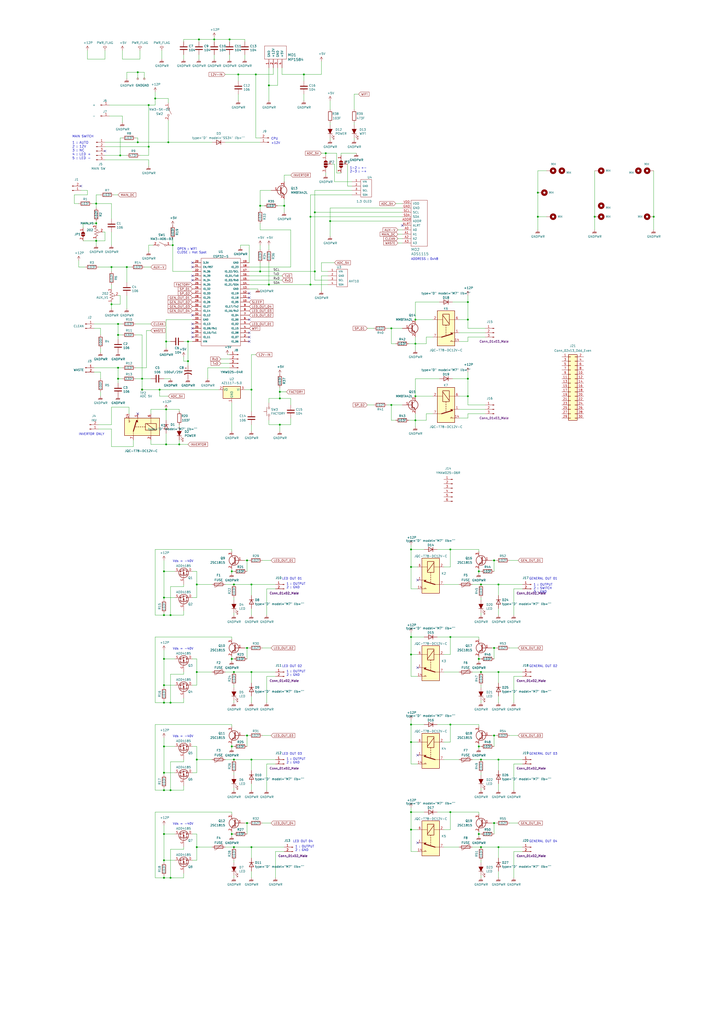
<source format=kicad_sch>
(kicad_sch (version 20211123) (generator eeschema)
  (paper "A2" portrait)
  (title_block (title "CamTrol V3.6") (date "2021-12-15"))
  (junction (at 279.4 339.09))
  (junction (at 289.56 491.49))
  (junction (at 146.05 491.49))
  (junction (at 115.57 22.86))
  (junction (at 96.52 198.12))
  (junction (at 238.76 420.37))
  (junction (at 135.89 389.89))
  (junction (at 134.62 483.87))
  (junction (at 289.56 440.69))
  (junction (at 227.33 190.5))
  (junction (at 135.89 339.09))
  (junction (at 143.51 325.12))
  (junction (at 99.06 407.67))
  (junction (at 261.62 318.77))
  (junction (at 146.05 440.69))
  (junction (at 134.62 433.07))
  (junction (at 151.13 119.38))
  (junction (at 241.3 199.39))
  (junction (at 162.56 246.38))
  (junction (at 86.36 85.09))
  (junction (at 271.78 219.71))
  (junction (at 95.25 331.47))
  (junction (at 241.3 229.87))
  (junction (at 95.25 483.87))
  (junction (at 289.56 389.89))
  (junction (at 279.4 440.69))
  (junction (at 69.85 90.17))
  (junction (at 165.1 119.38))
  (junction (at 95.25 356.87))
  (junction (at 143.51 375.92))
  (junction (at 135.89 491.49))
  (junction (at 227.33 234.95))
  (junction (at 143.51 426.72))
  (junction (at 261.62 420.37))
  (junction (at 278.13 331.47))
  (junction (at 146.05 226.06))
  (junction (at 182.88 123.19))
  (junction (at 95.25 458.47))
  (junction (at 68.58 219.71))
  (junction (at 99.06 509.27))
  (junction (at 68.58 194.31))
  (junction (at 287.02 477.52))
  (junction (at 146.05 339.09))
  (junction (at 73.66 154.94))
  (junction (at 151.13 157.48))
  (junction (at 156.21 165.1))
  (junction (at 146.05 389.89))
  (junction (at 238.76 481.33))
  (junction (at 96.52 237.49))
  (junction (at 287.02 325.12))
  (junction (at 109.22 209.55))
  (junction (at 114.3 491.49))
  (junction (at 238.76 471.17))
  (junction (at 176.53 43.18))
  (junction (at 134.62 382.27))
  (junction (at 271.78 229.87))
  (junction (at 287.02 375.92))
  (junction (at 95.25 509.27))
  (junction (at 241.3 185.42))
  (junction (at 80.01 41.91))
  (junction (at 261.62 369.57))
  (junction (at 92.71 226.06))
  (junction (at 55.88 118.11))
  (junction (at 182.88 157.48))
  (junction (at 133.35 22.86))
  (junction (at 80.01 82.55))
  (junction (at 90.17 57.15))
  (junction (at 289.56 339.09))
  (junction (at 148.59 43.18))
  (junction (at 114.3 389.89))
  (junction (at 82.55 219.71))
  (junction (at 238.76 379.73))
  (junction (at 138.43 43.18))
  (junction (at 312.42 125.73))
  (junction (at 271.78 185.42))
  (junction (at 180.34 125.73))
  (junction (at 95.25 433.07))
  (junction (at 238.76 318.77))
  (junction (at 82.55 226.06))
  (junction (at 278.13 382.27))
  (junction (at 104.14 257.81))
  (junction (at 96.52 257.81))
  (junction (at 64.77 154.94))
  (junction (at 124.46 22.86))
  (junction (at 135.89 440.69))
  (junction (at 55.88 139.7))
  (junction (at 68.58 213.36))
  (junction (at 95.25 346.71))
  (junction (at 114.3 339.09))
  (junction (at 180.34 165.1))
  (junction (at 99.06 356.87))
  (junction (at 86.36 60.96))
  (junction (at 278.13 433.07))
  (junction (at 189.23 88.9))
  (junction (at 345.44 125.73))
  (junction (at 109.22 198.12))
  (junction (at 287.02 426.72))
  (junction (at 162.56 231.14))
  (junction (at 95.25 407.67))
  (junction (at 95.25 499.11))
  (junction (at 191.77 128.27))
  (junction (at 134.62 331.47))
  (junction (at 95.25 448.31))
  (junction (at 238.76 369.57))
  (junction (at 143.51 477.52))
  (junction (at 279.4 491.49))
  (junction (at 55.88 129.54))
  (junction (at 114.3 440.69))
  (junction (at 99.06 458.47))
  (junction (at 238.76 430.53))
  (junction (at 312.42 111.76))
  (junction (at 95.25 382.27))
  (junction (at 97.79 82.55))
  (junction (at 95.25 397.51))
  (junction (at 271.78 175.26))
  (junction (at 379.73 125.73))
  (junction (at 100.33 142.24))
  (junction (at 156.21 49.53))
  (junction (at 68.58 187.96))
  (junction (at 279.4 389.89))
  (junction (at 261.62 471.17))
  (junction (at 64.77 176.53))
  (junction (at 241.3 243.84))
  (junction (at 278.13 483.87))
  (junction (at 238.76 328.93))
  (junction (at 162.56 227.33))
  (no_connect (at 111.76 160.02))
  (no_connect (at 144.78 198.12))
  (no_connect (at 242.57 387.35))
  (no_connect (at 111.76 190.5))
  (no_connect (at 144.78 193.04))
  (no_connect (at 233.68 130.81))
  (no_connect (at 111.76 152.4))
  (no_connect (at 242.57 488.95))
  (no_connect (at 111.76 187.96))
  (no_connect (at 111.76 182.88))
  (no_connect (at 80.01 240.03))
  (no_connect (at 111.76 154.94))
  (no_connect (at 144.78 185.42))
  (no_connect (at 144.78 195.58))
  (no_connect (at 111.76 195.58))
  (no_connect (at 242.57 336.55))
  (no_connect (at 144.78 170.18))
  (no_connect (at 60.96 87.63))
  (no_connect (at 46.99 107.95))
  (no_connect (at 144.78 172.72))
  (no_connect (at 242.57 438.15))
  (no_connect (at 111.76 162.56))
  (no_connect (at 111.76 193.04))
  (wire (pts (xy 114.3 397.51) (xy 111.76 397.51)))
  (wire (pts (xy 68.58 219.71) (xy 68.58 213.36)))
  (wire (pts (xy 53.34 118.11) (xy 55.88 118.11)))
  (wire (pts (xy 73.66 179.07) (xy 73.66 171.45)))
  (wire (pts (xy 312.42 99.06) (xy 312.42 111.76)))
  (wire (pts (xy 279.4 491.49) (xy 289.56 491.49)))
  (wire (pts (xy 95.25 325.12) (xy 95.25 331.47)))
  (wire (pts (xy 135.89 449.58) (xy 135.89 448.31)))
  (wire (pts (xy 95.25 355.6) (xy 95.25 356.87)))
  (wire (pts (xy 144.78 154.94) (xy 168.91 154.94)))
  (wire (pts (xy 82.55 219.71) (xy 82.55 226.06)))
  (wire (pts (xy 50.8 113.03) (xy 50.8 110.49)))
  (wire (pts (xy 142.24 34.29) (xy 142.24 31.75)))
  (wire (pts (xy 238.76 430.53) (xy 238.76 443.23)))
  (wire (pts (xy 238.76 379.73) (xy 238.76 392.43)))
  (wire (pts (xy 96.52 257.81) (xy 104.14 257.81)))
  (wire (pts (xy 289.56 491.49) (xy 289.56 497.84)))
  (wire (pts (xy 194.31 95.25) (xy 194.31 105.41)))
  (wire (pts (xy 227.33 190.5) (xy 233.68 190.5)))
  (wire (pts (xy 289.56 440.69) (xy 303.53 440.69)))
  (wire (pts (xy 48.26 139.7) (xy 55.88 139.7)))
  (wire (pts (xy 96.52 198.12) (xy 96.52 201.93)))
  (wire (pts (xy 128.27 210.82) (xy 133.35 210.82)))
  (wire (pts (xy 205.74 72.39) (xy 205.74 71.12)))
  (wire (pts (xy 100.33 157.48) (xy 111.76 157.48)))
  (wire (pts (xy 287.02 375.92) (xy 285.75 375.92)))
  (wire (pts (xy 54.61 215.9) (xy 58.42 215.9)))
  (wire (pts (xy 160.02 494.03) (xy 165.1 494.03)))
  (wire (pts (xy 279.4 433.07) (xy 278.13 433.07)))
  (wire (pts (xy 298.45 407.67) (xy 298.45 392.43)))
  (wire (pts (xy 135.89 491.49) (xy 146.05 491.49)))
  (wire (pts (xy 133.35 24.13) (xy 133.35 22.86)))
  (wire (pts (xy 60.96 34.29) (xy 60.96 29.21)))
  (wire (pts (xy 99.06 407.67) (xy 106.68 407.67)))
  (wire (pts (xy 81.28 90.17) (xy 86.36 90.17)))
  (wire (pts (xy 227.33 234.95) (xy 233.68 234.95)))
  (wire (pts (xy 279.4 407.67) (xy 279.4 406.4)))
  (wire (pts (xy 138.43 43.18) (xy 148.59 43.18)))
  (wire (pts (xy 97.79 59.69) (xy 97.79 57.15)))
  (wire (pts (xy 134.62 482.6) (xy 134.62 483.87)))
  (wire (pts (xy 165.1 119.38) (xy 161.29 119.38)))
  (wire (pts (xy 101.6 433.07) (xy 95.25 433.07)))
  (wire (pts (xy 278.13 471.17) (xy 278.13 472.44)))
  (wire (pts (xy 90.17 318.77) (xy 134.62 318.77)))
  (wire (pts (xy 111.76 433.07) (xy 114.3 433.07)))
  (wire (pts (xy 133.35 22.86) (xy 142.24 22.86)))
  (wire (pts (xy 279.4 509.27) (xy 279.4 508)))
  (wire (pts (xy 64.77 175.26) (xy 64.77 176.53)))
  (wire (pts (xy 134.62 433.07) (xy 134.62 434.34)))
  (wire (pts (xy 195.58 100.33) (xy 195.58 88.9)))
  (wire (pts (xy 144.78 477.52) (xy 143.51 477.52)))
  (wire (pts (xy 271.78 219.71) (xy 271.78 215.9)))
  (wire (pts (xy 162.56 227.33) (xy 162.56 231.14)))
  (wire (pts (xy 247.65 243.84) (xy 247.65 240.03)))
  (wire (pts (xy 115.57 31.75) (xy 115.57 34.29)))
  (wire (pts (xy 266.7 185.42) (xy 271.78 185.42)))
  (wire (pts (xy 57.15 154.94) (xy 64.77 154.94)))
  (wire (pts (xy 156.21 231.14) (xy 162.56 231.14)))
  (wire (pts (xy 63.5 67.31) (xy 71.12 67.31)))
  (wire (pts (xy 271.78 198.12) (xy 271.78 195.58)))
  (wire (pts (xy 114.3 389.89) (xy 114.3 397.51)))
  (wire (pts (xy 60.96 90.17) (xy 69.85 90.17)))
  (wire (pts (xy 104.14 257.81) (xy 109.22 257.81)))
  (wire (pts (xy 68.58 194.31) (xy 68.58 187.96)))
  (wire (pts (xy 71.12 29.21) (xy 71.12 34.29)))
  (wire (pts (xy 180.34 125.73) (xy 233.68 125.73)))
  (wire (pts (xy 261.62 420.37) (xy 278.13 420.37)))
  (wire (pts (xy 114.3 491.49) (xy 123.19 491.49)))
  (wire (pts (xy 161.29 49.53) (xy 156.21 49.53)))
  (wire (pts (xy 85.09 191.77) (xy 87.63 191.77)))
  (wire (pts (xy 289.56 389.89) (xy 289.56 396.24)))
  (wire (pts (xy 182.88 123.19) (xy 233.68 123.19)))
  (wire (pts (xy 88.9 142.24) (xy 86.36 142.24)))
  (wire (pts (xy 238.76 417.83) (xy 238.76 420.37)))
  (wire (pts (xy 180.34 165.1) (xy 190.5 165.1)))
  (wire (pts (xy 238.76 443.23) (xy 242.57 443.23)))
  (wire (pts (xy 106.68 391.16) (xy 99.06 391.16)))
  (wire (pts (xy 176.53 58.42) (xy 176.53 54.61)))
  (wire (pts (xy 278.13 483.87) (xy 278.13 485.14)))
  (wire (pts (xy 64.77 118.11) (xy 64.77 127)))
  (wire (pts (xy 298.45 494.03) (xy 303.53 494.03)))
  (wire (pts (xy 191.77 120.65) (xy 233.68 120.65)))
  (wire (pts (xy 241.3 185.42) (xy 251.46 185.42)))
  (wire (pts (xy 241.3 240.03) (xy 241.3 243.84)))
  (wire (pts (xy 186.69 43.18) (xy 186.69 35.56)))
  (wire (pts (xy 266.7 193.04) (xy 281.94 193.04)))
  (wire (pts (xy 254 420.37) (xy 261.62 420.37)))
  (wire (pts (xy 274.32 389.89) (xy 279.4 389.89)))
  (wire (pts (xy 241.3 199.39) (xy 247.65 199.39)))
  (wire (pts (xy 106.68 339.09) (xy 106.68 340.36)))
  (wire (pts (xy 289.56 440.69) (xy 289.56 447.04)))
  (wire (pts (xy 257.81 430.53) (xy 261.62 430.53)))
  (wire (pts (xy 190.5 157.48) (xy 186.69 157.48)))
  (wire (pts (xy 278.13 331.47) (xy 278.13 332.74)))
  (wire (pts (xy 288.29 477.52) (xy 287.02 477.52)))
  (wire (pts (xy 180.34 113.03) (xy 204.47 113.03)))
  (wire (pts (xy 78.74 219.71) (xy 82.55 219.71)))
  (wire (pts (xy 64.77 167.64) (xy 64.77 165.1)))
  (wire (pts (xy 278.13 420.37) (xy 278.13 421.64)))
  (wire (pts (xy 134.62 483.87) (xy 134.62 485.14)))
  (wire (pts (xy 238.76 367.03) (xy 238.76 369.57)))
  (wire (pts (xy 266.7 229.87) (xy 271.78 229.87)))
  (wire (pts (xy 287.02 382.27) (xy 287.02 375.92)))
  (wire (pts (xy 289.56 454.66) (xy 289.56 458.47)))
  (wire (pts (xy 106.68 22.86) (xy 115.57 22.86)))
  (wire (pts (xy 298.45 458.47) (xy 298.45 443.23)))
  (wire (pts (xy 95.25 458.47) (xy 90.17 458.47)))
  (wire (pts (xy 101.6 397.51) (xy 95.25 397.51)))
  (wire (pts (xy 60.96 82.55) (xy 80.01 82.55)))
  (wire (pts (xy 64.77 142.24) (xy 64.77 134.62)))
  (wire (pts (xy 205.74 54.61) (xy 208.28 54.61)))
  (wire (pts (xy 156.21 243.84) (xy 156.21 246.38)))
  (wire (pts (xy 162.56 250.19) (xy 162.56 246.38)))
  (wire (pts (xy 99.06 509.27) (xy 106.68 509.27)))
  (wire (pts (xy 68.58 213.36) (xy 54.61 213.36)))
  (wire (pts (xy 95.25 483.87) (xy 95.25 499.11)))
  (wire (pts (xy 144.78 162.56) (xy 163.83 162.56)))
  (wire (pts (xy 142.24 22.86) (xy 142.24 24.13)))
  (wire (pts (xy 241.3 243.84) (xy 247.65 243.84)))
  (wire (pts (xy 156.21 49.53) (xy 156.21 58.42)))
  (wire (pts (xy 279.4 347.98) (xy 279.4 346.71)))
  (wire (pts (xy 146.05 440.69) (xy 146.05 447.04)))
  (wire (pts (xy 156.21 165.1) (xy 180.34 165.1)))
  (wire (pts (xy 43.18 113.03) (xy 50.8 113.03)))
  (wire (pts (xy 224.79 234.95) (xy 227.33 234.95)))
  (wire (pts (xy 48.26 132.08) (xy 48.26 129.54)))
  (wire (pts (xy 114.3 483.87) (xy 114.3 491.49)))
  (wire (pts (xy 106.68 209.55) (xy 109.22 209.55)))
  (wire (pts (xy 134.62 318.77) (xy 134.62 320.04)))
  (wire (pts (xy 143.51 483.87) (xy 143.51 477.52)))
  (wire (pts (xy 64.77 246.38) (xy 64.77 236.22)))
  (wire (pts (xy 143.51 477.52) (xy 142.24 477.52)))
  (wire (pts (xy 148.59 80.01) (xy 151.13 80.01)))
  (wire (pts (xy 205.74 81.28) (xy 205.74 80.01)))
  (wire (pts (xy 238.76 468.63) (xy 238.76 471.17)))
  (wire (pts (xy 254 471.17) (xy 261.62 471.17)))
  (wire (pts (xy 48.26 129.54) (xy 55.88 129.54)))
  (wire (pts (xy 138.43 43.18) (xy 138.43 46.99)))
  (wire (pts (xy 114.3 339.09) (xy 123.19 339.09)))
  (wire (pts (xy 279.4 500.38) (xy 279.4 499.11)))
  (wire (pts (xy 109.22 209.55) (xy 109.22 212.09)))
  (wire (pts (xy 135.89 382.27) (xy 134.62 382.27)))
  (wire (pts (xy 281.94 234.95) (xy 271.78 234.95)))
  (wire (pts (xy 278.13 482.6) (xy 278.13 483.87)))
  (wire (pts (xy 139.7 143.51) (xy 139.7 142.24)))
  (wire (pts (xy 289.56 389.89) (xy 303.53 389.89)))
  (wire (pts (xy 64.77 176.53) (xy 64.77 179.07)))
  (wire (pts (xy 288.29 426.72) (xy 287.02 426.72)))
  (wire (pts (xy 279.4 339.09) (xy 289.56 339.09)))
  (wire (pts (xy 271.78 195.58) (xy 281.94 195.58)))
  (wire (pts (xy 106.68 492.76) (xy 99.06 492.76)))
  (wire (pts (xy 104.14 246.38) (xy 104.14 247.65)))
  (wire (pts (xy 238.76 379.73) (xy 242.57 379.73)))
  (wire (pts (xy 261.62 430.53) (xy 261.62 420.37)))
  (wire (pts (xy 87.63 240.03) (xy 87.63 237.49)))
  (wire (pts (xy 271.78 242.57) (xy 271.78 240.03)))
  (wire (pts (xy 86.36 60.96) (xy 90.17 60.96)))
  (wire (pts (xy 85.09 213.36) (xy 85.09 191.77)))
  (wire (pts (xy 130.81 440.69) (xy 135.89 440.69)))
  (wire (pts (xy 135.89 389.89) (xy 146.05 389.89)))
  (wire (pts (xy 109.22 198.12) (xy 109.22 209.55)))
  (wire (pts (xy 289.56 491.49) (xy 303.53 491.49)))
  (wire (pts (xy 191.77 81.28) (xy 191.77 80.01)))
  (wire (pts (xy 238.76 481.33) (xy 238.76 494.03)))
  (wire (pts (xy 289.56 505.46) (xy 289.56 509.27)))
  (wire (pts (xy 154.94 356.87) (xy 154.94 341.63)))
  (wire (pts (xy 50.8 110.49) (xy 46.99 110.49)))
  (wire (pts (xy 266.7 242.57) (xy 271.78 242.57)))
  (wire (pts (xy 66.04 113.03) (xy 68.58 113.03)))
  (wire (pts (xy 95.25 500.38) (xy 95.25 499.11)))
  (wire (pts (xy 114.3 491.49) (xy 114.3 499.11)))
  (wire (pts (xy 82.55 226.06) (xy 92.71 226.06)))
  (wire (pts (xy 193.04 95.25) (xy 194.31 95.25)))
  (wire (pts (xy 289.56 339.09) (xy 289.56 345.44)))
  (wire (pts (xy 143.51 331.47) (xy 143.51 325.12)))
  (wire (pts (xy 182.88 110.49) (xy 182.88 123.19)))
  (wire (pts (xy 80.01 80.01) (xy 80.01 82.55)))
  (wire (pts (xy 90.17 458.47) (xy 90.17 420.37)))
  (wire (pts (xy 146.05 205.74) (xy 146.05 226.06)))
  (wire (pts (xy 90.17 420.37) (xy 134.62 420.37)))
  (wire (pts (xy 130.81 43.18) (xy 138.43 43.18)))
  (wire (pts (xy 271.78 175.26) (xy 271.78 171.45)))
  (wire (pts (xy 146.05 389.89) (xy 146.05 396.24)))
  (wire (pts (xy 71.12 34.29) (xy 81.28 34.29)))
  (wire (pts (xy 83.82 154.94) (xy 87.63 154.94)))
  (wire (pts (xy 92.71 229.87) (xy 92.71 226.06)))
  (wire (pts (xy 69.85 90.17) (xy 73.66 90.17)))
  (wire (pts (xy 257.81 379.73) (xy 261.62 379.73)))
  (wire (pts (xy 224.79 190.5) (xy 227.33 190.5)))
  (wire (pts (xy 101.6 483.87) (xy 95.25 483.87)))
  (wire (pts (xy 95.25 458.47) (xy 99.06 458.47)))
  (wire (pts (xy 144.78 157.48) (xy 151.13 157.48)))
  (wire (pts (xy 64.77 236.22) (xy 74.93 236.22)))
  (wire (pts (xy 60.96 85.09) (xy 86.36 85.09)))
  (wire (pts (xy 257.81 328.93) (xy 261.62 328.93)))
  (wire (pts (xy 96.52 185.42) (xy 96.52 198.12)))
  (wire (pts (xy 312.42 125.73) (xy 312.42 133.35)))
  (wire (pts (xy 317.5 125.73) (xy 312.42 125.73)))
  (wire (pts (xy 90.17 407.67) (xy 90.17 369.57)))
  (wire (pts (xy 289.56 353.06) (xy 289.56 356.87)))
  (wire (pts (xy 57.15 246.38) (xy 64.77 246.38)))
  (wire (pts (xy 97.79 82.55) (xy 123.19 82.55)))
  (wire (pts (xy 86.36 85.09) (xy 86.36 90.17)))
  (wire (pts (xy 143.51 382.27) (xy 143.51 375.92)))
  (wire (pts (xy 247.65 199.39) (xy 247.65 195.58)))
  (wire (pts (xy 241.3 229.87) (xy 241.3 219.71)))
  (wire (pts (xy 287.02 477.52) (xy 285.75 477.52)))
  (wire (pts (xy 146.05 339.09) (xy 146.05 345.44)))
  (wire (pts (xy 124.46 21.59) (xy 124.46 22.86)))
  (wire (pts (xy 114.3 499.11) (xy 111.76 499.11)))
  (wire (pts (xy 71.12 219.71) (xy 68.58 219.71)))
  (wire (pts (xy 128.27 208.28) (xy 133.35 208.28)))
  (wire (pts (xy 95.25 433.07) (xy 95.25 448.31)))
  (wire (pts (xy 104.14 238.76) (xy 104.14 237.49)))
  (wire (pts (xy 157.48 325.12) (xy 152.4 325.12)))
  (wire (pts (xy 99.06 356.87) (xy 106.68 356.87)))
  (wire (pts (xy 227.33 243.84) (xy 227.33 234.95)))
  (wire (pts (xy 59.69 134.62) (xy 60.96 134.62)))
  (wire (pts (xy 238.76 481.33) (xy 242.57 481.33)))
  (wire (pts (xy 144.78 142.24) (xy 144.78 152.4)))
  (wire (pts (xy 279.4 331.47) (xy 278.13 331.47)))
  (wire (pts (xy 281.94 190.5) (xy 271.78 190.5)))
  (wire (pts (xy 139.7 142.24) (xy 144.78 142.24)))
  (wire (pts (xy 233.68 140.97) (xy 231.14 140.97)))
  (wire (pts (xy 135.89 458.47) (xy 135.89 457.2)))
  (wire (pts (xy 95.25 398.78) (xy 95.25 397.51)))
  (wire (pts (xy 163.83 39.37) (xy 163.83 43.18)))
  (wire (pts (xy 257.81 440.69) (xy 266.7 440.69)))
  (wire (pts (xy 68.58 213.36) (xy 71.12 213.36)))
  (wire (pts (xy 95.25 508) (xy 95.25 509.27)))
  (wire (pts (xy 287.02 433.07) (xy 287.02 426.72)))
  (wire (pts (xy 87.63 255.27) (xy 87.63 257.81)))
  (wire (pts (xy 134.62 233.68) (xy 134.62 250.19)))
  (wire (pts (xy 135.89 500.38) (xy 135.89 499.11)))
  (wire (pts (xy 254 318.77) (xy 261.62 318.77)))
  (wire (pts (xy 186.69 157.48) (xy 186.69 152.4)))
  (wire (pts (xy 287.02 426.72) (xy 285.75 426.72)))
  (wire (pts (xy 69.85 80.01) (xy 69.85 90.17)))
  (wire (pts (xy 156.21 246.38) (xy 162.56 246.38)))
  (wire (pts (xy 78.74 80.01) (xy 80.01 80.01)))
  (wire (pts (xy 68.58 219.71) (xy 68.58 222.25)))
  (wire (pts (xy 60.96 134.62) (xy 60.96 139.7)))
  (wire (pts (xy 151.13 110.49) (xy 157.48 110.49)))
  (wire (pts (xy 135.89 407.67) (xy 135.89 406.4)))
  (wire (pts (xy 288.29 375.92) (xy 287.02 375.92)))
  (wire (pts (xy 78.74 213.36) (xy 85.09 213.36)))
  (wire (pts (xy 99.06 219.71) (xy 95.25 219.71)))
  (wire (pts (xy 241.3 199.39) (xy 241.3 203.2)))
  (wire (pts (xy 279.4 389.89) (xy 289.56 389.89)))
  (wire (pts (xy 86.36 92.71) (xy 86.36 96.52)))
  (wire (pts (xy 100.33 142.24) (xy 99.06 142.24)))
  (wire (pts (xy 201.93 95.25) (xy 201.93 107.95)))
  (wire (pts (xy 120.65 213.36) (xy 120.65 219.71)))
  (wire (pts (xy 165.1 119.38) (xy 165.1 123.19)))
  (wire (pts (xy 186.69 88.9) (xy 189.23 88.9)))
  (wire (pts (xy 90.17 369.57) (xy 134.62 369.57)))
  (wire (pts (xy 241.3 199.39) (xy 237.49 199.39)))
  (wire (pts (xy 238.76 430.53) (xy 242.57 430.53)))
  (wire (pts (xy 130.81 339.09) (xy 135.89 339.09)))
  (wire (pts (xy 298.45 392.43) (xy 303.53 392.43)))
  (wire (pts (xy 345.44 125.73) (xy 345.44 133.35)))
  (wire (pts (xy 144.78 160.02) (xy 163.83 160.02)))
  (wire (pts (xy 287.02 331.47) (xy 287.02 325.12)))
  (wire (pts (xy 100.33 138.43) (xy 100.33 142.24)))
  (wire (pts (xy 165.1 105.41) (xy 165.1 101.6)))
  (wire (pts (xy 146.05 389.89) (xy 160.02 389.89)))
  (wire (pts (xy 95.25 356.87) (xy 90.17 356.87)))
  (wire (pts (xy 168.91 133.35) (xy 168.91 154.94)))
  (wire (pts (xy 257.81 491.49) (xy 266.7 491.49)))
  (wire (pts (xy 95.25 377.19) (xy 95.25 382.27)))
  (wire (pts (xy 233.68 135.89) (xy 231.14 135.89)))
  (wire (pts (xy 238.76 369.57) (xy 238.76 379.73)))
  (wire (pts (xy 241.3 229.87) (xy 251.46 229.87)))
  (wire (pts (xy 106.68 405.13) (xy 106.68 407.67)))
  (wire (pts (xy 379.73 125.73) (xy 379.73 133.35)))
  (wire (pts (xy 161.29 39.37) (xy 161.29 49.53)))
  (wire (pts (xy 124.46 22.86) (xy 133.35 22.86)))
  (wire (pts (xy 205.74 54.61) (xy 205.74 63.5)))
  (wire (pts (xy 83.82 45.72) (xy 83.82 41.91)))
  (wire (pts (xy 77.47 259.08) (xy 77.47 255.27)))
  (wire (pts (xy 100.33 142.24) (xy 100.33 157.48)))
  (wire (pts (xy 45.72 151.13) (xy 45.72 154.94)))
  (wire (pts (xy 262.89 175.26) (xy 271.78 175.26)))
  (wire (pts (xy 176.53 43.18) (xy 176.53 46.99)))
  (wire (pts (xy 233.68 118.11) (xy 229.87 118.11)))
  (wire (pts (xy 156.21 152.4) (xy 156.21 165.1)))
  (wire (pts (xy 111.76 331.47) (xy 114.3 331.47)))
  (wire (pts (xy 134.62 331.47) (xy 134.62 332.74)))
  (wire (pts (xy 257.81 389.89) (xy 266.7 389.89)))
  (wire (pts (xy 130.81 491.49) (xy 135.89 491.49)))
  (wire (pts (xy 95.25 457.2) (xy 95.25 458.47)))
  (wire (pts (xy 55.88 118.11) (xy 64.77 118.11)))
  (wire (pts (xy 162.56 231.14) (xy 168.91 231.14)))
  (wire (pts (xy 261.62 379.73) (xy 261.62 369.57)))
  (wire (pts (xy 106.68 354.33) (xy 106.68 356.87)))
  (wire (pts (xy 279.4 398.78) (xy 279.4 397.51)))
  (wire (pts (xy 144.78 165.1) (xy 156.21 165.1)))
  (wire (pts (xy 101.6 448.31) (xy 95.25 448.31)))
  (wire (pts (xy 90.17 471.17) (xy 134.62 471.17)))
  (wire (pts (xy 163.83 43.18) (xy 176.53 43.18)))
  (wire (pts (xy 114.3 339.09) (xy 114.3 346.71)))
  (wire (pts (xy 55.88 129.54) (xy 55.88 128.27)))
  (wire (pts (xy 151.13 121.92) (xy 151.13 119.38)))
  (wire (pts (xy 134.62 381) (xy 134.62 382.27)))
  (wire (pts (xy 146.05 205.74) (xy 148.59 205.74)))
  (wire (pts (xy 58.42 215.9) (xy 58.42 219.71)))
  (wire (pts (xy 134.62 431.8) (xy 134.62 433.07)))
  (wire (pts (xy 154.94 392.43) (xy 160.02 392.43)))
  (wire (pts (xy 238.76 341.63) (xy 242.57 341.63)))
  (wire (pts (xy 238.76 494.03) (xy 242.57 494.03)))
  (wire (pts (xy 95.25 407.67) (xy 90.17 407.67)))
  (wire (pts (xy 114.3 382.27) (xy 114.3 389.89)))
  (wire (pts (xy 298.45 341.63) (xy 303.53 341.63)))
  (wire (pts (xy 238.76 328.93) (xy 242.57 328.93)))
  (wire (pts (xy 182.88 123.19) (xy 182.88 157.48)))
  (wire (pts (xy 266.7 198.12) (xy 271.78 198.12)))
  (wire (pts (xy 261.62 369.57) (xy 278.13 369.57)))
  (wire (pts (xy 90.17 356.87) (xy 90.17 318.77)))
  (wire (pts (xy 134.62 420.37) (xy 134.62 421.64)))
  (wire (pts (xy 43.18 118.11) (xy 43.18 113.03)))
  (wire (pts (xy 58.42 190.5) (xy 58.42 194.31)))
  (wire (pts (xy 231.14 138.43) (xy 233.68 138.43)))
  (wire (pts (xy 74.93 236.22) (xy 74.93 240.03)))
  (wire (pts (xy 54.61 187.96) (xy 68.58 187.96)))
  (wire (pts (xy 106.68 491.49) (xy 106.68 492.76)))
  (wire (pts (xy 90.17 57.15) (xy 97.79 57.15)))
  (wire (pts (xy 80.01 82.55) (xy 97.79 82.55)))
  (wire (pts (xy 64.77 154.94) (xy 73.66 154.94)))
  (wire (pts (xy 238.76 420.37) (xy 246.38 420.37)))
  (wire (pts (xy 95.25 449.58) (xy 95.25 448.31)))
  (wire (pts (xy 111.76 382.27) (xy 114.3 382.27)))
  (wire (pts (xy 189.23 88.9) (xy 189.23 90.17)))
  (wire (pts (xy 238.76 318.77) (xy 238.76 328.93)))
  (wire (pts (xy 182.88 157.48) (xy 182.88 162.56)))
  (wire (pts (xy 148.59 43.18) (xy 148.59 80.01)))
  (wire (pts (xy 247.65 195.58) (xy 251.46 195.58)))
  (wire (pts (xy 278.13 382.27) (xy 278.13 383.54)))
  (wire (pts (xy 57.15 248.92) (xy 64.77 248.92)))
  (wire (pts (xy 104.14 255.27) (xy 104.14 257.81)))
  (wire (pts (xy 106.68 455.93) (xy 106.68 458.47)))
  (wire (pts (xy 99.06 198.12) (xy 96.52 198.12)))
  (wire (pts (xy 289.56 403.86) (xy 289.56 407.67)))
  (wire (pts (xy 191.77 72.39) (xy 191.77 71.12)))
  (wire (pts (xy 271.78 229.87) (xy 271.78 219.71)))
  (wire (pts (xy 271.78 240.03) (xy 281.94 240.03)))
  (wire (pts (xy 90.17 53.34) (xy 90.17 57.15)))
  (wire (pts (xy 231.14 133.35) (xy 233.68 133.35)))
  (wire (pts (xy 257.81 481.33) (xy 261.62 481.33)))
  (wire (pts (xy 64.77 248.92) (xy 64.77 259.08)))
  (wire (pts (xy 261.62 318.77) (xy 278.13 318.77)))
  (wire (pts (xy 80.01 45.72) (xy 80.01 41.91)))
  (wire (pts (xy 58.42 227.33) (xy 58.42 229.87)))
  (wire (pts (xy 68.58 194.31) (xy 68.58 196.85)))
  (wire (pts (xy 120.65 213.36) (xy 133.35 213.36)))
  (wire (pts (xy 135.89 483.87) (xy 134.62 483.87)))
  (wire (pts (xy 274.32 491.49) (xy 279.4 491.49)))
  (wire (pts (xy 96.52 243.84) (xy 96.52 237.49)))
  (wire (pts (xy 241.3 243.84) (xy 241.3 247.65)))
  (wire (pts (xy 95.25 427.99) (xy 95.25 433.07)))
  (wire (pts (xy 114.3 440.69) (xy 114.3 448.31)))
  (wire (pts (xy 213.36 190.5) (xy 217.17 190.5)))
  (wire (pts (xy 71.12 194.31) (xy 68.58 194.31)))
  (wire (pts (xy 68.58 171.45) (xy 69.85 171.45)))
  (wire (pts (xy 101.6 346.71) (xy 95.25 346.71)))
  (wire (pts (xy 134.62 471.17) (xy 134.62 472.44)))
  (wire (pts (xy 71.12 80.01) (xy 69.85 80.01)))
  (wire (pts (xy 274.32 339.09) (xy 279.4 339.09)))
  (wire (pts (xy 146.05 505.46) (xy 146.05 509.27)))
  (wire (pts (xy 87.63 237.49) (xy 96.52 237.49)))
  (wire (pts (xy 379.73 99.06) (xy 379.73 125.73)))
  (wire (pts (xy 135.89 331.47) (xy 134.62 331.47)))
  (wire (pts (xy 144.78 167.64) (xy 149.86 167.64)))
  (wire (pts (xy 186.69 160.02) (xy 186.69 168.91)))
  (wire (pts (xy 130.81 389.89) (xy 135.89 389.89)))
  (wire (pts (xy 168.91 133.35) (xy 151.13 133.35)))
  (wire (pts (xy 133.35 31.75) (xy 133.35 34.29)))
  (wire (pts (xy 135.89 433.07) (xy 134.62 433.07)))
  (wire (pts (xy 124.46 34.29) (xy 124.46 31.75)))
  (wire (pts (xy 227.33 199.39) (xy 227.33 190.5)))
  (wire (pts (xy 106.68 440.69) (xy 106.68 441.96)))
  (wire (pts (xy 278.13 318.77) (xy 278.13 320.04)))
  (wire (pts (xy 55.88 138.43) (xy 55.88 139.7)))
  (wire (pts (xy 115.57 22.86) (xy 124.46 22.86)))
  (wire (pts (xy 288.29 325.12) (xy 287.02 325.12)))
  (wire (pts (xy 238.76 316.23) (xy 238.76 318.77)))
  (wire (pts (xy 60.96 92.71) (xy 86.36 92.71)))
  (wire (pts (xy 146.05 226.06) (xy 146.05 238.76)))
  (wire (pts (xy 130.81 82.55) (xy 151.13 82.55)))
  (wire (pts (xy 99.06 340.36) (xy 99.06 356.87)))
  (wire (pts (xy 279.4 458.47) (xy 279.4 457.2)))
  (wire (pts (xy 115.57 24.13) (xy 115.57 22.86)))
  (wire (pts (xy 168.91 246.38) (xy 168.91 242.57)))
  (wire (pts (xy 261.62 328.93) (xy 261.62 318.77)))
  (wire (pts (xy 135.89 347.98) (xy 135.89 346.71)))
  (wire (pts (xy 168.91 231.14) (xy 168.91 234.95)))
  (wire (pts (xy 317.5 99.06) (xy 312.42 99.06)))
  (wire (pts (xy 58.42 201.93) (xy 58.42 204.47)))
  (wire (pts (xy 241.3 243.84) (xy 237.49 243.84)))
  (wire (pts (xy 95.25 509.27) (xy 90.17 509.27)))
  (wire (pts (xy 238.76 369.57) (xy 246.38 369.57)))
  (wire (pts (xy 300.99 375.92) (xy 295.91 375.92)))
  (wire (pts (xy 271.78 190.5) (xy 271.78 185.42)))
  (wire (pts (xy 114.3 331.47) (xy 114.3 339.09)))
  (wire (pts (xy 55.88 130.81) (xy 55.88 129.54)))
  (wire (pts (xy 201.93 107.95) (xy 204.47 107.95)))
  (wire (pts (xy 55.88 120.65) (xy 55.88 118.11)))
  (wire (pts (xy 287.02 483.87) (xy 287.02 477.52)))
  (wire (pts (xy 229.87 243.84) (xy 227.33 243.84)))
  (wire (pts (xy 97.79 229.87) (xy 92.71 229.87)))
  (wire (pts (xy 114.3 346.71) (xy 111.76 346.71)))
  (wire (pts (xy 300.99 325.12) (xy 295.91 325.12)))
  (wire (pts (xy 68.58 187.96) (xy 71.12 187.96)))
  (wire (pts (xy 106.68 506.73) (xy 106.68 509.27)))
  (wire (pts (xy 135.89 339.09) (xy 146.05 339.09)))
  (wire (pts (xy 69.85 176.53) (xy 64.77 176.53)))
  (wire (pts (xy 134.62 330.2) (xy 134.62 331.47)))
  (wire (pts (xy 90.17 60.96) (xy 90.17 57.15)))
  (wire (pts (xy 278.13 433.07) (xy 278.13 434.34)))
  (wire (pts (xy 312.42 125.73) (xy 312.42 111.76)))
  (wire (pts (xy 278.13 330.2) (xy 278.13 331.47)))
  (wire (pts (xy 55.88 113.03) (xy 55.88 118.11)))
  (wire (pts (xy 166.37 227.33) (xy 162.56 227.33)))
  (wire (pts (xy 114.3 433.07) (xy 114.3 440.69)))
  (wire (pts (xy 81.28 34.29) (xy 81.28 29.21)))
  (wire (pts (xy 229.87 199.39) (xy 227.33 199.39)))
  (wire (pts (xy 58.42 113.03) (xy 55.88 113.03)))
  (wire (pts (xy 148.59 43.18) (xy 158.75 43.18)))
  (wire (pts (xy 238.76 328.93) (xy 238.76 341.63)))
  (wire (pts (xy 156.21 144.78) (xy 156.21 142.24)))
  (wire (pts (xy 156.21 39.37) (xy 156.21 49.53)))
  (wire (pts (xy 157.48 426.72) (xy 152.4 426.72)))
  (wire (pts (xy 146.05 491.49) (xy 165.1 491.49)))
  (wire (pts (xy 151.13 144.78) (xy 151.13 142.24)))
  (wire (pts (xy 279.4 382.27) (xy 278.13 382.27)))
  (wire (pts (xy 106.68 207.01) (xy 106.68 209.55)))
  (wire (pts (xy 186.69 152.4) (xy 194.31 152.4)))
  (wire (pts (xy 95.25 356.87) (xy 99.06 356.87)))
  (wire (pts (xy 180.34 125.73) (xy 180.34 165.1)))
  (wire (pts (xy 114.3 440.69) (xy 123.19 440.69)))
  (wire (pts (xy 144.78 325.12) (xy 143.51 325.12)))
  (wire (pts (xy 55.88 139.7) (xy 55.88 142.24)))
  (wire (pts (xy 278.13 381) (xy 278.13 382.27)))
  (wire (pts (xy 101.6 382.27) (xy 95.25 382.27)))
  (wire (pts (xy 143.51 325.12) (xy 142.24 325.12)))
  (wire (pts (xy 287.02 325.12) (xy 285.75 325.12)))
  (wire (pts (xy 300.99 477.52) (xy 295.91 477.52)))
  (wire (pts (xy 99.06 441.96) (xy 99.06 458.47)))
  (wire (pts (xy 146.05 353.06) (xy 146.05 356.87)))
  (wire (pts (xy 78.74 194.31) (xy 82.55 194.31)))
  (wire (pts (xy 190.5 160.02) (xy 186.69 160.02)))
  (wire (pts (xy 146.05 491.49) (xy 146.05 497.84)))
  (wire (pts (xy 198.12 100.33) (xy 195.58 100.33)))
  (wire (pts (xy 271.78 234.95) (xy 271.78 229.87)))
  (wire (pts (xy 95.25 347.98) (xy 95.25 346.71)))
  (wire (pts (xy 151.13 152.4) (xy 151.13 157.48)))
  (wire (pts (xy 144.78 375.92) (xy 143.51 375.92)))
  (wire (pts (xy 262.89 219.71) (xy 271.78 219.71)))
  (wire (pts (xy 95.25 478.79) (xy 95.25 483.87)))
  (wire (pts (xy 241.3 185.42) (xy 241.3 175.26)))
  (wire (pts (xy 213.36 234.95) (xy 217.17 234.95)))
  (wire (pts (xy 96.52 185.42) (xy 111.76 185.42)))
  (wire (pts (xy 162.56 227.33) (xy 162.56 224.79)))
  (wire (pts (xy 153.67 119.38) (xy 151.13 119.38)))
  (wire (pts (xy 194.31 105.41) (xy 204.47 105.41)))
  (wire (pts (xy 87.63 257.81) (xy 96.52 257.81)))
  (wire (pts (xy 71.12 67.31) (xy 71.12 71.12)))
  (wire (pts (xy 157.48 375.92) (xy 152.4 375.92)))
  (wire (pts (xy 146.05 454.66) (xy 146.05 458.47)))
  (wire (pts (xy 99.06 458.47) (xy 106.68 458.47)))
  (wire (pts (xy 54.61 190.5) (xy 58.42 190.5)))
  (wire (pts (xy 134.62 369.57) (xy 134.62 370.84)))
  (wire (pts (xy 151.13 133.35) (xy 151.13 129.54)))
  (wire (pts (xy 266.7 237.49) (xy 281.94 237.49)))
  (wire (pts (xy 278.13 369.57) (xy 278.13 370.84)))
  (wire (pts (xy 101.6 331.47) (xy 95.25 331.47)))
  (wire (pts (xy 64.77 157.48) (xy 64.77 154.94)))
  (wire (pts (xy 198.12 90.17) (xy 198.12 88.9)))
  (wire (pts (xy 106.68 340.36) (xy 99.06 340.36)))
  (wire (pts (xy 50.8 34.29) (xy 60.96 34.29)))
  (wire (pts (xy 106.68 34.29) (xy 106.68 31.75)))
  (wire (pts (xy 83.82 41.91) (xy 80.01 41.91)))
  (wire (pts (xy 86.36 60.96) (xy 86.36 85.09)))
  (wire (pts (xy 238.76 420.37) (xy 238.76 430.53)))
  (wire (pts (xy 106.68 198.12) (xy 109.22 198.12)))
  (wire (pts (xy 78.74 187.96) (xy 87.63 187.96)))
  (wire (pts (xy 146.05 403.86) (xy 146.05 407.67)))
  (wire (pts (xy 198.12 88.9) (xy 207.01 88.9)))
  (wire (pts (xy 233.68 128.27) (xy 191.77 128.27)))
  (wire (pts (xy 95.25 407.67) (xy 99.06 407.67)))
  (wire (pts (xy 96.52 237.49) (xy 104.14 237.49)))
  (wire (pts (xy 298.45 356.87) (xy 298.45 341.63)))
  (wire (pts (xy 182.88 110.49) (xy 204.47 110.49)))
  (wire (pts (xy 271.78 185.42) (xy 271.78 175.26)))
  (wire (pts (xy 157.48 477.52) (xy 152.4 477.52)))
  (wire (pts (xy 144.78 426.72) (xy 143.51 426.72)))
  (wire (pts (xy 82.55 194.31) (xy 82.55 219.71)))
  (wire (pts (xy 238.76 471.17) (xy 238.76 481.33)))
  (wire (pts (xy 165.1 101.6) (xy 168.91 101.6)))
  (wire (pts (xy 135.89 398.78) (xy 135.89 397.51)))
  (wire (pts (xy 109.22 198.12) (xy 111.76 198.12)))
  (wire (pts (xy 43.18 118.11) (xy 45.72 118.11)))
  (wire (pts (xy 241.3 195.58) (xy 241.3 199.39)))
  (wire (pts (xy 158.75 43.18) (xy 158.75 39.37)))
  (wire (pts (xy 96.52 251.46) (xy 96.52 257.81)))
  (wire (pts (xy 63.5 60.96) (xy 86.36 60.96)))
  (wire (pts (xy 162.56 246.38) (xy 168.91 246.38)))
  (wire (pts (xy 99.06 391.16) (xy 99.06 407.67)))
  (wire (pts (xy 154.94 341.63) (xy 160.02 341.63)))
  (wire (pts (xy 106.68 389.89) (xy 106.68 391.16)))
  (wire (pts (xy 124.46 22.86) (xy 124.46 24.13)))
  (wire (pts (xy 154.94 407.67) (xy 154.94 392.43)))
  (wire (pts (xy 64.77 259.08) (xy 77.47 259.08)))
  (wire (pts (xy 143.51 375.92) (xy 142.24 375.92)))
  (wire (pts (xy 289.56 339.09) (xy 303.53 339.09)))
  (wire (pts (xy 135.89 356.87) (xy 135.89 355.6)))
  (wire (pts (xy 95.25 382.27) (xy 95.25 397.51)))
  (wire (pts (xy 146.05 440.69) (xy 160.02 440.69)))
  (wire (pts (xy 345.44 99.06) (xy 345.44 125.73)))
  (wire (pts (xy 111.76 483.87) (xy 114.3 483.87)))
  (wire (pts (xy 254 369.57) (xy 261.62 369.57)))
  (wire (pts (xy 87.63 219.71) (xy 82.55 219.71)))
  (wire (pts (xy 191.77 128.27) (xy 191.77 137.16)))
  (wire (pts (xy 247.65 240.03) (xy 251.46 240.03)))
  (wire (pts (xy 99.06 492.76) (xy 99.06 509.27)))
  (wire (pts (xy 143.51 433.07) (xy 143.51 426.72)))
  (wire (pts (xy 279.4 440.69) (xy 289.56 440.69)))
  (wire (pts (xy 50.8 29.21) (xy 50.8 34.29)))
  (wire (pts (xy 69.85 171.45) (xy 69.85 176.53)))
  (wire (pts (xy 279.4 356.87) (xy 279.4 355.6)))
  (wire (pts (xy 191.77 120.65) (xy 191.77 128.27)))
  (wire (pts (xy 279.4 483.87) (xy 278.13 483.87)))
  (wire (pts (xy 73.66 154.94) (xy 73.66 163.83)))
  (wire (pts (xy 300.99 426.72) (xy 295.91 426.72)))
  (wire (pts (xy 180.34 113.03) (xy 180.34 125.73)))
  (wire (pts (xy 151.13 157.48) (xy 182.88 157.48)))
  (wire (pts (xy 154.94 443.23) (xy 160.02 443.23)))
  (wire (pts (xy 261.62 471.17) (xy 278.13 471.17)))
  (wire (pts (xy 146.05 246.38) (xy 146.05 250.19)))
  (wire (pts (xy 95.25 331.47) (xy 95.25 346.71)))
  (wire (pts (xy 241.3 219.71) (xy 255.27 219.71)))
  (wire (pts (xy 176.53 43.18) (xy 186.69 43.18)))
  (wire (pts (xy 143.51 426.72) (xy 142.24 426.72)))
  (wire (pts (xy 60.96 139.7) (xy 55.88 139.7)))
  (wire (pts (xy 278.13 431.8) (xy 278.13 433.07)))
  (wire (pts (xy 151.13 119.38) (xy 151.13 110.49)))
  (wire (pts (xy 298.45 509.27) (xy 298.45 494.03)))
  (wire (pts (xy 101.6 499.11) (xy 95.25 499.11)))
  (wire (pts (xy 238.76 318.77) (xy 246.38 318.77)))
  (wire (pts (xy 146.05 339.09) (xy 160.02 339.09)))
  (wire (pts (xy 135.89 440.69) (xy 146.05 440.69)))
  (wire (pts (xy 95.25 406.4) (xy 95.25 407.67)))
  (wire (pts (xy 80.01 41.91) (xy 73.66 41.91)))
  (wire (pts (xy 165.1 115.57) (xy 165.1 119.38)))
  (wire (pts (xy 238.76 471.17) (xy 246.38 471.17)))
  (wire (pts (xy 241.3 175.26) (xy 255.27 175.26)))
  (wire (pts (xy 95.25 509.27) (xy 99.06 509.27)))
  (wire (pts (xy 114.3 389.89) (xy 123.19 389.89)))
  (wire (pts (xy 274.32 440.69) (xy 279.4 440.69)))
  (wire (pts (xy 238.76 392.43) (xy 242.57 392.43)))
  (wire (pts (xy 142.24 226.06) (xy 146.05 226.06)))
  (wire (pts (xy 86.36 142.24) (xy 86.36 146.05)))
  (wire (pts (xy 195.58 88.9) (xy 189.23 88.9)))
  (wire (pts (xy 114.3 448.31) (xy 111.76 448.31)))
  (wire (pts (xy 189.23 100.33) (xy 189.23 101.6)))
  (wire (pts (xy 190.5 162.56) (xy 182.88 162.56)))
  (wire (pts (xy 261.62 481.33) (xy 261.62 471.17)))
  (wire (pts (xy 134.62 382.27) (xy 134.62 383.54)))
  (wire (pts (xy 76.2 154.94) (xy 73.66 154.94)))
  (wire (pts (xy 257.81 339.09) (xy 266.7 339.09)))
  (wire (pts (xy 154.94 458.47) (xy 154.94 443.23)))
  (wire (pts (xy 106.68 441.96) (xy 99.06 441.96)))
  (wire (pts (xy 92.71 226.06) (xy 127 226.06)))
  (wire (pts (xy 73.66 41.91) (xy 73.66 45.72)))
  (wire (pts (xy 132.08 205.74) (xy 133.35 205.74)))
  (wire (pts (xy 93.98 29.21) (xy 93.98 34.29)))
  (wire (pts (xy 160.02 509.27) (xy 160.02 494.03)))
  (wire (pts (xy 138.43 58.42) (xy 138.43 54.61)))
  (wire (pts (xy 97.79 69.85) (xy 97.79 82.55)))
  (wire (pts (xy 106.68 24.13) (xy 106.68 22.86)))
  (wire (pts (xy 191.77 63.5) (xy 191.77 58.42)))
  (wire (pts (xy 90.17 509.27) (xy 90.17 471.17)))
  (wire (pts (xy 298.45 443.23) (xy 303.53 443.23)))
  (wire (pts (xy 45.72 154.94) (xy 49.53 154.94)))
  (wire (pts (xy 279.4 449.58) (xy 279.4 448.31)))
  (wire (pts (xy 156.21 233.68) (xy 156.21 231.14)))
  (wire (pts (xy 135.89 509.27) (xy 135.89 508)))
  (text "Vds = -40V" (at 100.33 326.39 0) (effects (font (size 1.27 1.27)) (justify left bottom)))
  (text "Vds = -40V" (at 100.33 377.19 0) (effects (font (size 1.27 1.27)) (justify left bottom)))
  (text "1 : AUTO\n2 : 12V\n3 : NC\n4 : LED +\n5 : LED -\n" (at 41.91 92.71 0) (effects (font (size 1.397 1.397)) (justify left bottom)))
  (text "LED OUT 01" (at 163.83 336.55 0) (effects (font (size 1.27 1.27)) (justify left bottom)))
  (text "Vds = -40V" (at 100.33 478.79 0) (effects (font (size 1.27 1.27)) (justify left bottom)))
  (text "INVERTOR ONLY\n" (at 45.72 252.73 0) (effects (font (size 1.27 1.27)) (justify left bottom)))
  (text "Vds = -40V" (at 100.33 427.99 0) (effects (font (size 1.27 1.27)) (justify left bottom)))
  (text "LED OUT 04" (at 170.18 488.95 0) (effects (font (size 1.27 1.27)) (justify left bottom)))
  (text "LED OUT 03" (at 163.83 438.15 0) (effects (font (size 1.27 1.27)) (justify left bottom)))
  (text "GENERAL OUT 03" (at 307.34 438.15 0) (effects (font (size 1.27 1.27)) (justify left bottom)))
  (text "CPU" (at 157.48 81.28 0) (effects (font (size 1.27 1.27)) (justify left bottom)))
  (text "GENERAL OUT 02" (at 307.34 387.35 0) (effects (font (size 1.27 1.27)) (justify left bottom)))
  (text "1 : OUTPUT\n2 : SWITCH\n3 : GND" (at 309.88 344.17 0) (effects (font (size 1.27 1.27)) (justify left bottom)))
  (text "GENERAL OUT 01" (at 307.34 336.55 0) (effects (font (size 1.27 1.27)) (justify left bottom)))
  (text "MAIN SWITCH\n" (at 41.91 80.01 0) (effects (font (size 1.27 1.27)) (justify left bottom)))
  (text "1-2 : +-\n2-3 : -+" (at 203.2 100.33 0) (effects (font (size 1.27 1.27)) (justify left bottom)))
  (text "ADDRESS : 0x48" (at 238.76 151.13 0) (effects (font (size 1.27 1.27)) (justify left bottom)))
  (text "1 : OUTPUT\n2 : GND" (at 166.37 341.63 0) (effects (font (size 1.27 1.27)) (justify left bottom)))
  (text "LED OUT 02" (at 163.83 387.35 0) (effects (font (size 1.27 1.27)) (justify left bottom)))
  (text "1 : OUTPUT\n2 : GND" (at 166.37 443.23 0) (effects (font (size 1.27 1.27)) (justify left bottom)))
  (text "GENERAL OUT 04" (at 307.34 488.95 0) (effects (font (size 1.27 1.27)) (justify left bottom)))
  (text "+12V" (at 157.48 83.82 0) (effects (font (size 1.27 1.27)) (justify left bottom)))
  (text "OPEN : WiFi\nCLOSE : Hot Spot" (at 102.87 147.32 0) (effects (font (size 1.27 1.27)) (justify left bottom)))
  (text "1 : OUTPUT\n2 : GND" (at 166.37 392.43 0) (effects (font (size 1.27 1.27)) (justify left bottom)))
  (text "1 : OUTPUT\n2 : GND" (at 171.45 494.03 0) (effects (font (size 1.27 1.27)) (justify left bottom)))
  (label "TxD" (at 158.75 160.02 0))
  (label "SCL" (at 158.75 157.48 0))
  (label "SDA" (at 158.75 165.1 0))
  (label "RxD" (at 158.75 162.56 0))
  (global_label "MAIN_DC" (shape input) (at 231.14 135.89 180) (property "Intersheet References" "${INTERSHEET_REFS}" (effects hide)))
  (global_label "GEN_OUT_04" (shape input) (at 300.99 477.52 0) (property "Intersheet References" "${INTERSHEET_REFS}" (effects hide)))
  (global_label "LED_OUT_01" (shape input) (at 157.48 325.12 0) (property "Intersheet References" "${INTERSHEET_REFS}" (effects hide)))
  (global_label "GEN_OUT_04" (shape input) (at 111.76 180.34 180) (property "Intersheet References" "${INTERSHEET_REFS}" (effects hide)))
  (global_label "LED_OUT_02" (shape input) (at 157.48 375.92 0) (property "Intersheet References" "${INTERSHEET_REFS}" (effects hide)))
  (global_label "LED_OUT_02" (shape input) (at 144.78 182.88 0) (property "Intersheet References" "${INTERSHEET_REFS}" (effects hide)))
  (global_label "LED_OUT_04" (shape input) (at 144.78 177.8 0) (property "Intersheet References" "${INTERSHEET_REFS}" (effects hide)))
  (global_label "WiFi" (shape input) (at 144.78 190.5 0) (property "Intersheet References" "${INTERSHEET_REFS}" (effects hide)))
  (global_label "GEN_OUT_02" (shape input) (at 111.76 175.26 180) (property "Intersheet References" "${INTERSHEET_REFS}" (effects hide)))
  (global_label "LED_OUT_01" (shape input) (at 144.78 187.96 0) (property "Intersheet References" "${INTERSHEET_REFS}" (effects hide)))
  (global_label "WASTE" (shape input) (at 231.14 140.97 180) (property "Intersheet References" "${INTERSHEET_REFS}" (effects hide)))
  (global_label "12V-IN" (shape input) (at 148.59 205.74 0) (property "Intersheet References" "${INTERSHEET_REFS}" (effects hide)))
  (global_label "GEN_OUT_03" (shape input) (at 300.99 426.72 0) (property "Intersheet References" "${INTERSHEET_REFS}" (effects hide)))
  (global_label "RxD" (shape input) (at 163.83 162.56 0) (property "Intersheet References" "${INTERSHEET_REFS}" (effects hide)))
  (global_label "CLEAN" (shape input) (at 231.14 138.43 180) (property "Intersheet References" "${INTERSHEET_REFS}" (effects hide)))
  (global_label "GEN_OUT_02" (shape input) (at 300.99 375.92 0) (property "Intersheet References" "${INTERSHEET_REFS}" (effects hide)))
  (global_label "SLEEP" (shape input) (at 144.78 175.26 0) (property "Intersheet References" "${INTERSHEET_REFS}" (effects hide)))
  (global_label "GEN_OUT_01" (shape input) (at 300.99 325.12 0) (property "Intersheet References" "${INTERSHEET_REFS}" (effects hide)))
  (global_label "GEN_OUT_03" (shape input) (at 111.76 177.8 180) (property "Intersheet References" "${INTERSHEET_REFS}" (effects hide)))
  (global_label "LED_OUT_04" (shape input) (at 157.48 477.52 0) (property "Intersheet References" "${INTERSHEET_REFS}" (effects hide)))
  (global_label "ADC_5V" (shape input) (at 194.31 152.4 0) (property "Intersheet References" "${INTERSHEET_REFS}" (effects hide)))
  (global_label "TxD" (shape input) (at 163.83 160.02 0) (property "Intersheet References" "${INTERSHEET_REFS}" (effects hide)))
  (global_label "RxD" (shape input) (at 128.27 208.28 180) (property "Intersheet References" "${INTERSHEET_REFS}" (effects hide)))
  (global_label "LED_OUT_03" (shape input) (at 157.48 426.72 0) (property "Intersheet References" "${INTERSHEET_REFS}" (effects hide)))
  (global_label "AUX-V" (shape input) (at 87.63 154.94 0) (property "Intersheet References" "${INTERSHEET_REFS}" (effects hide)))
  (global_label "ADC_5V" (shape input) (at 229.87 118.11 180) (property "Intersheet References" "${INTERSHEET_REFS}" (effects hide)))
  (global_label "ADC_5V" (shape input) (at 186.69 88.9 180) (property "Intersheet References" "${INTERSHEET_REFS}" (effects hide)))
  (global_label "AUX-V" (shape input) (at 231.14 133.35 180) (property "Intersheet References" "${INTERSHEET_REFS}" (effects hide)))
  (global_label "INVERTOR" (shape input) (at 168.91 101.6 0) (property "Intersheet References" "${INTERSHEET_REFS}" (effects hide)))
  (global_label "LED_OUT_03" (shape input) (at 144.78 180.34 0) (property "Intersheet References" "${INTERSHEET_REFS}" (effects hide)))
  (global_label "SP_01" (shape input) (at 213.36 190.5 180) (property "Intersheet References" "${INTERSHEET_REFS}" (effects hide)))
  (global_label "SP_01" (shape input) (at 111.76 167.64 180) (property "Intersheet References" "${INTERSHEET_REFS}" (effects hide)))
  (global_label "MAIN_DC" (shape input) (at 68.58 113.03 0) (property "Intersheet References" "${INTERSHEET_REFS}" (effects hide)))
  (global_label "FACTORY" (shape input) (at 111.76 165.1 180) (property "Intersheet References" "${INTERSHEET_REFS}" (effects hide)))
  (global_label "INVERTOR" (shape input) (at 109.22 257.81 0) (property "Intersheet References" "${INTERSHEET_REFS}" (effects hide)))
  (global_label "CLEAN" (shape input) (at 87.63 187.96 0) (property "Intersheet References" "${INTERSHEET_REFS}" (effects hide)))
  (global_label "TxD" (shape input) (at 128.27 210.82 180) (property "Intersheet References" "${INTERSHEET_REFS}" (effects hide)))
  (global_label "WiFi" (shape input) (at 208.28 54.61 0) (property "Intersheet References" "${INTERSHEET_REFS}" (effects hide)))
  (global_label "GEN_OUT_01" (shape input) (at 111.76 172.72 180) (property "Intersheet References" "${INTERSHEET_REFS}" (effects hide)))
  (global_label "SP_02" (shape input) (at 213.36 234.95 180) (property "Intersheet References" "${INTERSHEET_REFS}" (effects hide)))
  (global_label "SP_02" (shape input) (at 111.76 170.18 180) (property "Intersheet References" "${INTERSHEET_REFS}" (effects hide)))
  (global_label "FACTORY" (shape input) (at 166.37 227.33 0) (property "Intersheet References" "${INTERSHEET_REFS}" (effects hide)))
  (global_label "12V-IN" (shape input) (at 130.81 43.18 180) (property "Intersheet References" "${INTERSHEET_REFS}" (effects hide)))
  (global_label "ADC_5V" (shape input) (at 97.79 229.87 0) (property "Intersheet References" "${INTERSHEET_REFS}" (effects hide)))
  (global_label "WASTE" (shape input) (at 87.63 191.77 0) (property "Intersheet References" "${INTERSHEET_REFS}" (effects hide)))
  (symbol (lib_id "power:+5V") (at 71.12 29.21 0) (unit 1)
    (property "Reference" "#PWR010" (effects hide))
    (property "Value" "+5V" (at 71.501 24.8158 0))
  )
  (symbol (lib_id "power:PWR_FLAG") (at 81.28 29.21 0) (unit 1)
    (property "Reference" "#FLG02" (effects hide))
    (property "Value" "PWR_FLAG" (at 81.28 24.8158 0))
  )
  (symbol (lib_id "power:GNDPWR") (at 93.98 34.29 0) (unit 1)
    (property "Reference" "#PWR017" (effects hide))
    (property "Value" "GNDPWR" (at 94.0816 38.2016 0))
  )
  (symbol (lib_id "power:PWR_FLAG") (at 93.98 29.21 0) (unit 1)
    (property "Reference" "#FLG03" (effects hide))
    (property "Value" "PWR_FLAG" (at 93.98 24.8158 0))
  )
  (symbol (lib_id "power:+5V") (at 186.69 35.56 0) (unit 1)
    (property "Reference" "#PWR064" (effects hide))
    (property "Value" "+5V" (at 187.071 31.1658 0))
  )
  (symbol (lib_id "power:PWR_FLAG") (at 60.96 29.21 0) (unit 1)
    (property "Reference" "#FLG01" (effects hide))
    (property "Value" "PWR_FLAG" (at 60.96 24.8158 0))
  )
  (symbol (lib_id "Simulation_SPICE:DIODE") (at 96.52 247.65 270) (mirror x) (unit 1)
    (property "Reference" "D1" (at 100.33 246.38 90))
    (property "Value" "M7" (at 100.33 248.92 90))
    (property "Footprint" "Server.pretty:D_SOD-123" (effects hide))
    (property "Datasheet" "https://www.partsworld.co.kr/goods/goods_view.php?goodsNo=1000012566" (effects hide))
    (property "Spice_Netlist_Enabled" "Y" (effects hide))
    (property "Spice_Primitive" "D" (effects hide))
    (property "Manufacture" "부품세상" (effects hide))
    (property "Package" "DO-214AC(SMA)" (effects hide))
    (property "Price" "55" (effects hide))
    (property "Value" "M7" (effects hide))
  )
  (symbol (lib_id "Connector:Conn_01x02_Male") (at 52.07 248.92 0) (mirror x) (unit 1)
    (property "Reference" "J4" (at 54.61 241.3 0))
    (property "Value" "INV" (at 54.61 243.84 0))
    (property "Footprint" "Server.pretty:PhoenixContact_MCV_1,5_2-G-3.81_1x02_P3.81mm_Vertical" (effects hide))
    (property "Datasheet" "https://www.devicemart.co.kr/goods/view?no=23260&market=naver&NaPm=ct%3Dkof8h100%7Cci%3D2b06ad3968d8adec0b2b30ae50256e40450772f8%7Ctr%3Dslsc%7Csn%3D876973%7Chk%3Dcbed85e5f251313af0535f600d98c0e674ebf3d9" (effects hide))
    (property "Manufacture" "DEVICEMART" (effects hide))
    (property "Price" "100" (effects hide))
    (property "Value" "INV" (effects hide))
  )
  (symbol (lib_id "power:GNDPWR") (at 86.36 96.52 0) (unit 1)
    (property "Reference" "#PWR014" (effects hide))
    (property "Value" "GNDPWR" (at 86.4616 100.4316 0))
  )
  (symbol (lib_id "CamTrol-12Ch-Main-Board-rescue:R-Server_Used-CamTrol-12Ch-Main-Board-rescue-CamTrol-12Ch-Main-Board-rescue-CamTrol-12Ch-Main-Board-rescue-CamTrol-12Ch-Main-Board-rescue") (at 73.66 90.17 90) (unit 1)
    (property "Reference" "R9" (at 77.47 87.63 90))
    (property "Value" "473F" (at 77.47 90.17 90))
    (property "Footprint" "Server.pretty:R_0805_HandSoldering" (effects hide))
    (property "Datasheet" "https://www.partsworld.co.kr/goods/goods_view.php?goodsNo=1000000607" (effects hide))
    (property "Price" "50" (effects hide))
    (property "Manufacture" "부품세상" (effects hide))
    (property "Package" "2012(0805)" (effects hide))
    (property "Value" "473F" (effects hide))
  )
  (symbol (lib_id "Connector:Conn_01x05_Male") (at 55.88 87.63 0) (unit 1)
    (property "Reference" "J5" (at 58.42 95.25 0))
    (property "Value" "MAIN SW" (at 57.15 97.79 0))
    (property "Footprint" "Server.pretty:Molex_SPOX_5267-05A_1x05_P2.50mm_Vertical" (effects hide))
    (property "Datasheet" "https://www.devicemart.co.kr/goods/view?no=419" (effects hide))
    (property "Manufacture" "DEVICEMART" (effects hide))
    (property "Price" "30" (effects hide))
    (property "Value" "MAIN SW" (effects hide))
  )
  (symbol (lib_id "Connector:Conn_01x01_Male") (at 58.42 67.31 0) (unit 1)
    (property "Reference" "J7" (at 60.96 64.77 0))
    (property "Value" "-" (at 54.61 67.31 0))
    (property "Footprint" "Server.pretty:BR-120" (effects hide))
    (property "Datasheet" "https://www.devicemart.co.kr/goods/view?no=1232631" (effects hide))
    (property "Price" "360" (effects hide))
    (property "Manufacture" "DEVICEMART" (effects hide))
    (property "Value" "-" (effects hide))
  )
  (symbol (lib_id "Connector:Conn_01x01_Male") (at 58.42 60.96 0) (unit 1)
    (property "Reference" "J6" (at 60.96 58.42 0))
    (property "Value" "+" (at 54.61 60.96 0))
    (property "Footprint" "Server.pretty:BR-120" (effects hide))
    (property "Datasheet" "https://www.devicemart.co.kr/goods/view?no=1232631" (effects hide))
    (property "Price" "360" (effects hide))
    (property "Manufacture" "DEVICEMART" (effects hide))
    (property "Value" "+" (effects hide))
  )
  (symbol (lib_id "power:GNDPWR") (at 71.12 71.12 0) (unit 1)
    (property "Reference" "#PWR011" (effects hide))
    (property "Value" "GNDPWR" (at 71.2216 75.0316 0))
  )
  (symbol (lib_id "CamTrol-12Ch-Main-Board-rescue:R-Server_Used-CamTrol-12Ch-Main-Board-rescue-CamTrol-12Ch-Main-Board-rescue-CamTrol-12Ch-Main-Board-rescue-CamTrol-12Ch-Main-Board-rescue") (at 64.77 165.1 180) (unit 1)
    (property "Reference" "R6" (at 67.31 161.29 90))
    (property "Value" "102F" (at 64.77 161.29 90))
    (property "Footprint" "Server.pretty:R_0805_HandSoldering" (effects hide))
    (property "Datasheet" "https://www.partsworld.co.kr/goods/goods_view.php?goodsNo=1000000637" (effects hide))
    (property "Price" "20" (effects hide))
    (property "Manufacture" "부품세상" (effects hide))
    (property "Package" "2012(0805)" (effects hide))
    (property "Value" "102F" (effects hide))
  )
  (symbol (lib_id "Server_Used:0.96_OLED") (at 209.55 105.41 0) (mirror y) (unit 1)
    (property "Reference" "U4" (at 213.36 102.87 0) (effects (justify right)))
    (property "Value" "1.3 OLED" (at 207.01 116.84 0) (effects (justify right)))
    (property "Footprint" "Server.pretty:PinHeader_1x04_P2.54mm_Vertical" (effects hide))
    (property "Datasheet" "4" (effects hide))
  )
  (symbol (lib_id "CamTrol-12Ch-Main-Board-rescue:R-Server_Used-CamTrol-12Ch-Main-Board-rescue-CamTrol-12Ch-Main-Board-rescue-CamTrol-12Ch-Main-Board-rescue-CamTrol-12Ch-Main-Board-rescue") (at 58.42 227.33 180) (unit 1)
    (property "Reference" "R5" (at 62.23 223.52 0))
    (property "Value" "100F" (at 58.42 223.52 90))
    (property "Footprint" "Server.pretty:R_0805_HandSoldering" (effects hide))
    (property "Datasheet" "https://www.partsworld.co.kr/goods/goods_view.php?goodsNo=1000000637" (effects hide))
    (property "Price" "20" (effects hide))
    (property "Manufacture" "부품세상" (effects hide))
    (property "Package" "2012(0805)" (effects hide))
    (property "Value" "100F" (effects hide))
  )
  (symbol (lib_id "CamTrol-12Ch-Main-Board-rescue:R-Server_Used-CamTrol-12Ch-Main-Board-rescue-CamTrol-12Ch-Main-Board-rescue-CamTrol-12Ch-Main-Board-rescue-CamTrol-12Ch-Main-Board-rescue") (at 78.74 187.96 270) (unit 1)
    (property "Reference" "R10" (at 74.93 185.42 90))
    (property "Value" "103F" (at 74.93 187.96 90))
    (property "Footprint" "Server.pretty:R_0805_HandSoldering" (effects hide))
    (property "Datasheet" "https://www.partsworld.co.kr/goods/goods_view.php?goodsNo=1000000637" (effects hide))
    (property "Price" "20" (effects hide))
    (property "Manufacture" "부품세상" (effects hide))
    (property "Package" "2012(0805)" (effects hide))
    (property "Value" "103F" (effects hide))
  )
  (symbol (lib_id "CamTrol-12Ch-Main-Board-rescue:R-Server_Used-CamTrol-12Ch-Main-Board-rescue-CamTrol-12Ch-Main-Board-rescue-CamTrol-12Ch-Main-Board-rescue-CamTrol-12Ch-Main-Board-rescue") (at 78.74 213.36 270) (unit 1)
    (property "Reference" "R12" (at 74.93 210.82 90))
    (property "Value" "103F" (at 74.93 213.36 90))
    (property "Footprint" "Server.pretty:R_0805_HandSoldering" (effects hide))
    (property "Datasheet" "https://www.partsworld.co.kr/goods/goods_view.php?goodsNo=1000000637" (effects hide))
    (property "Price" "20" (effects hide))
    (property "Manufacture" "부품세상" (effects hide))
    (property "Package" "2012(0805)" (effects hide))
    (property "Value" "103F" (effects hide))
  )
  (symbol (lib_id "CamTrol-12Ch-Main-Board-rescue:R-Server_Used-CamTrol-12Ch-Main-Board-rescue-CamTrol-12Ch-Main-Board-rescue-CamTrol-12Ch-Main-Board-rescue-CamTrol-12Ch-Main-Board-rescue") (at 58.42 201.93 180) (unit 1)
    (property "Reference" "R4" (at 62.23 198.12 0))
    (property "Value" "100F" (at 58.42 198.12 90))
    (property "Footprint" "Server.pretty:R_0805_HandSoldering" (effects hide))
    (property "Datasheet" "https://www.partsworld.co.kr/goods/goods_view.php?goodsNo=1000000637" (effects hide))
    (property "Price" "20" (effects hide))
    (property "Manufacture" "부품세상" (effects hide))
    (property "Package" "2012(0805)" (effects hide))
    (property "Value" "100F" (effects hide))
  )
  (symbol (lib_id "CamTrol-12Ch-Main-Board-rescue:R-Server_Used-CamTrol-12Ch-Main-Board-rescue-CamTrol-12Ch-Main-Board-rescue-CamTrol-12Ch-Main-Board-rescue-CamTrol-12Ch-Main-Board-rescue") (at 151.13 121.92 0) (mirror y) (unit 1)
    (property "Reference" "R33" (at 153.67 125.73 90))
    (property "Value" "102F" (at 151.13 125.73 90))
    (property "Footprint" "Server.pretty:R_0805_HandSoldering" (effects hide))
    (property "Datasheet" "https://www.partsworld.co.kr/goods/goods_view.php?goodsNo=1000000614" (effects hide))
    (property "Price" "20" (effects hide))
    (property "Manufacture" "부품세상" (effects hide))
    (property "Package" "2012(0805)" (effects hide))
    (property "Value" "102F" (effects hide))
  )
  (symbol (lib_id "CamTrol-12Ch-Main-Board-rescue:R-Server_Used-CamTrol-12Ch-Main-Board-rescue-CamTrol-12Ch-Main-Board-rescue-CamTrol-12Ch-Main-Board-rescue-CamTrol-12Ch-Main-Board-rescue") (at 153.67 119.38 90) (mirror x) (unit 1)
    (property "Reference" "R35" (at 157.48 116.84 90))
    (property "Value" "103F" (at 157.48 119.38 90))
    (property "Footprint" "Server.pretty:R_0805_HandSoldering" (effects hide))
    (property "Datasheet" "https://www.partsworld.co.kr/goods/goods_view.php?goodsNo=1000000637" (effects hide))
    (property "Price" "20" (effects hide))
    (property "Manufacture" "부품세상" (effects hide))
    (property "Package" "2012(0805)" (effects hide))
    (property "Value" "103F" (effects hide))
  )
  (symbol (lib_id "power:GNDPWR") (at 165.1 123.19 0) (unit 1)
    (property "Reference" "#PWR062" (effects hide))
    (property "Value" "GNDPWR" (at 165.2016 127.1016 0))
  )
  (symbol (lib_id "Server_Used:C") (at 102.87 198.12 90) (mirror x) (unit 1)
    (property "Reference" "C6" (at 104.14 201.93 90) (effects (justify left)))
    (property "Value" "104" (at 105.41 204.47 90) (effects (justify left)))
    (property "Footprint" "Server.pretty:C_0805_HandSoldering" (effects hide))
    (property "Datasheet" "http://www.partsworld.co.kr/goods/goods_view.php?goodsNo=1000013173" (effects hide))
    (property "Price" "66" (effects hide))
    (property "Manufacture" "부품세상" (effects hide))
    (property "Package" "2012(0805)" (effects hide))
    (property "Value" "104" (effects hide))
  )
  (symbol (lib_id "Server_Used:C") (at 106.68 27.94 0) (unit 1)
    (property "Reference" "C7" (at 109.601 26.7716 0) (effects (justify left)))
    (property "Value" "104" (at 109.601 29.083 0) (effects (justify left)))
    (property "Footprint" "Server.pretty:C_0805_HandSoldering" (effects hide))
    (property "Datasheet" "http://www.partsworld.co.kr/goods/goods_view.php?goodsNo=1000013173" (effects hide))
    (property "Price" "66" (effects hide))
    (property "Manufacture" "부품세상" (effects hide))
    (property "Package" "2012(0805)" (effects hide))
    (property "Value" "104" (effects hide))
  )
  (symbol (lib_id "power:+12P") (at 50.8 29.21 0) (unit 1)
    (property "Reference" "#PWR02" (effects hide))
    (property "Value" "+12P" (at 51.181 24.8158 0))
  )
  (symbol (lib_id "Server_Used:C") (at 115.57 27.94 0) (unit 1)
    (property "Reference" "C9" (at 118.491 26.7716 0) (effects (justify left)))
    (property "Value" "104" (at 118.491 29.083 0) (effects (justify left)))
    (property "Footprint" "Server.pretty:C_0805_HandSoldering" (effects hide))
    (property "Datasheet" "http://www.partsworld.co.kr/goods/goods_view.php?goodsNo=1000013173" (effects hide))
    (property "Price" "66" (effects hide))
    (property "Manufacture" "부품세상" (effects hide))
    (property "Package" "2012(0805)" (effects hide))
    (property "Value" "104" (effects hide))
  )
  (symbol (lib_id "Server_Used:C") (at 124.46 27.94 0) (unit 1)
    (property "Reference" "C10" (at 127.381 26.7716 0) (effects (justify left)))
    (property "Value" "104" (at 127.381 29.083 0) (effects (justify left)))
    (property "Footprint" "Server.pretty:C_0805_HandSoldering" (effects hide))
    (property "Datasheet" "http://www.partsworld.co.kr/goods/goods_view.php?goodsNo=1000013173" (effects hide))
    (property "Price" "66" (effects hide))
    (property "Manufacture" "부품세상" (effects hide))
    (property "Package" "2012(0805)" (effects hide))
    (property "Value" "104" (effects hide))
  )
  (symbol (lib_id "Server_Used:C") (at 133.35 27.94 0) (unit 1)
    (property "Reference" "C11" (at 136.271 26.7716 0) (effects (justify left)))
    (property "Value" "104" (at 136.271 29.083 0) (effects (justify left)))
    (property "Footprint" "Server.pretty:C_0805_HandSoldering" (effects hide))
    (property "Datasheet" "http://www.partsworld.co.kr/goods/goods_view.php?goodsNo=1000013173" (effects hide))
    (property "Price" "66" (effects hide))
    (property "Manufacture" "부품세상" (effects hide))
    (property "Package" "2012(0805)" (effects hide))
    (property "Value" "104" (effects hide))
  )
  (symbol (lib_id "Server_Used:C") (at 142.24 27.94 0) (unit 1)
    (property "Reference" "C13" (at 145.161 26.7716 0) (effects (justify left)))
    (property "Value" "104" (at 145.161 29.083 0) (effects (justify left)))
    (property "Footprint" "Server.pretty:C_0805_HandSoldering" (effects hide))
    (property "Datasheet" "http://www.partsworld.co.kr/goods/goods_view.php?goodsNo=1000013173" (effects hide))
    (property "Price" "66" (effects hide))
    (property "Manufacture" "부품세상" (effects hide))
    (property "Package" "2012(0805)" (effects hide))
    (property "Value" "104" (effects hide))
  )
  (symbol (lib_id "power:GNDPWR") (at 106.68 34.29 0) (unit 1)
    (property "Reference" "#PWR026" (effects hide))
    (property "Value" "GNDPWR" (at 106.7816 38.2016 0))
  )
  (symbol (lib_id "power:GNDPWR") (at 115.57 34.29 0) (unit 1)
    (property "Reference" "#PWR029" (effects hide))
    (property "Value" "GNDPWR" (at 115.6716 38.2016 0))
  )
  (symbol (lib_id "power:GNDPWR") (at 124.46 34.29 0) (unit 1)
    (property "Reference" "#PWR032" (effects hide))
    (property "Value" "GNDPWR" (at 124.5616 38.2016 0))
  )
  (symbol (lib_id "power:GNDPWR") (at 133.35 34.29 0) (unit 1)
    (property "Reference" "#PWR034" (effects hide))
    (property "Value" "GNDPWR" (at 133.4516 38.2016 0))
  )
  (symbol (lib_id "power:GNDPWR") (at 142.24 34.29 0) (unit 1)
    (property "Reference" "#PWR046" (effects hide))
    (property "Value" "GNDPWR" (at 142.3416 38.2016 0))
  )
  (symbol (lib_id "power:+12P") (at 124.46 21.59 0) (unit 1)
    (property "Reference" "#PWR031" (effects hide))
    (property "Value" "+12P" (at 124.841 17.1958 0))
  )
  (symbol (lib_id "CamTrol-12Ch-Main-Board-rescue:R-Server_Used-CamTrol-12Ch-Main-Board-rescue-CamTrol-12Ch-Main-Board-rescue-CamTrol-12Ch-Main-Board-rescue-CamTrol-12Ch-Main-Board-rescue") (at 151.13 152.4 180) (unit 1)
    (property "Reference" "R34" (at 153.67 148.59 90))
    (property "Value" "103F" (at 151.13 148.59 90))
    (property "Footprint" "Server.pretty:R_0805_HandSoldering" (effects hide))
    (property "Datasheet" "https://www.partsworld.co.kr/goods/goods_view.php?goodsNo=1000000637" (effects hide))
    (property "Price" "20" (effects hide))
    (property "Manufacture" "부품세상" (effects hide))
    (property "Package" "2012(0805)" (effects hide))
    (property "Value" "103F" (effects hide))
  )
  (symbol (lib_id "power:GNDPWR") (at 191.77 137.16 0) (unit 1)
    (property "Reference" "#PWR069" (effects hide))
    (property "Value" "GNDPWR" (at 191.8716 141.0716 0))
  )
  (symbol (lib_id "CamTrol-12Ch-Main-Board-rescue:LED-Server_Used-CamTrol-12Ch-Main-Board-rescue-CamTrol-12Ch-Main-Board-rescue-CamTrol-12Ch-Main-Board-rescue-CamTrol-12Ch-Main-Board-rescue") (at 191.77 76.2 90) (unit 1)
    (property "Reference" "D12" (at 194.7672 75.2094 90) (effects (justify right)))
    (property "Value" "POWER" (at 194.7672 77.5208 90) (effects (justify right)))
    (property "Footprint" "Server.pretty:LED_0805" (effects hide))
    (property "Datasheet" "http://www.partsworld.co.kr/goods/goods_view.php?goodsNo=1000008652" (effects hide))
    (property "Price" "132" (effects hide))
    (property "Manufacture" "부품세상" (effects hide))
    (property "Value" "POWER" (effects hide))
    (property "Package" "2012(0805)" (effects hide))
  )
  (symbol (lib_id "power:GNDPWR") (at 191.77 81.28 0) (unit 1)
    (property "Reference" "#PWR068" (effects hide))
    (property "Value" "GNDPWR" (at 191.8716 85.1916 0))
  )
  (symbol (lib_id "CamTrol-12Ch-Main-Board-rescue:R-Server_Used-CamTrol-12Ch-Main-Board-rescue-CamTrol-12Ch-Main-Board-rescue-CamTrol-12Ch-Main-Board-rescue-CamTrol-12Ch-Main-Board-rescue") (at 191.77 63.5 0) (unit 1)
    (property "Reference" "R38" (at 196.85 66.04 0) (effects (justify right)))
    (property "Value" "103F" (at 198.12 68.58 0) (effects (justify right)))
    (property "Footprint" "Server.pretty:R_0805_HandSoldering" (effects hide))
    (property "Datasheet" "https://www.partsworld.co.kr/goods/goods_view.php?goodsNo=1000000637" (effects hide))
    (property "Price" "20" (effects hide))
    (property "Manufacture" "부품세상" (effects hide))
    (property "Package" "2012(0805)" (effects hide))
    (property "Value" "103F" (effects hide))
  )
  (symbol (lib_id "power:+5V") (at 191.77 58.42 0) (unit 1)
    (property "Reference" "#PWR067" (effects hide))
    (property "Value" "+5V" (at 192.151 54.0258 0))
  )
  (symbol (lib_id "power:GNDPWR") (at 96.52 201.93 0) (unit 1)
    (property "Reference" "#PWR022" (effects hide))
    (property "Value" "GNDPWR" (at 96.6216 205.8416 0))
  )
  (symbol (lib_id "power:+12P") (at 45.72 151.13 0) (unit 1)
    (property "Reference" "#PWR01" (effects hide))
    (property "Value" "+12P" (at 46.101 146.7358 0))
  )
  (symbol (lib_id "CamTrol-12Ch-Main-Board-rescue:R-Server_Used-CamTrol-12Ch-Main-Board-rescue-CamTrol-12Ch-Main-Board-rescue-CamTrol-12Ch-Main-Board-rescue-CamTrol-12Ch-Main-Board-rescue") (at 57.15 154.94 270) (unit 1)
    (property "Reference" "R3" (at 53.34 152.4 90))
    (property "Value" "103F" (at 53.34 154.94 90))
    (property "Footprint" "Server.pretty:R_0805_HandSoldering" (effects hide))
    (property "Datasheet" "https://www.partsworld.co.kr/goods/goods_view.php?goodsNo=1000000637" (effects hide))
    (property "Price" "20" (effects hide))
    (property "Manufacture" "부품세상" (effects hide))
    (property "Package" "2012(0805)" (effects hide))
    (property "Value" "103F" (effects hide))
  )
  (symbol (lib_id "CamTrol-12Ch-Main-Board-rescue:R-Server_Used-CamTrol-12Ch-Main-Board-rescue-CamTrol-12Ch-Main-Board-rescue-CamTrol-12Ch-Main-Board-rescue-CamTrol-12Ch-Main-Board-rescue") (at 83.82 154.94 270) (unit 1)
    (property "Reference" "R14" (at 80.01 152.4 90))
    (property "Value" "103F" (at 80.01 154.94 90))
    (property "Footprint" "Server.pretty:R_0805_HandSoldering" (effects hide))
    (property "Datasheet" "https://www.partsworld.co.kr/goods/goods_view.php?goodsNo=1000000637" (effects hide))
    (property "Price" "20" (effects hide))
    (property "Manufacture" "부품세상" (effects hide))
    (property "Package" "2012(0805)" (effects hide))
    (property "Value" "103F" (effects hide))
  )
  (symbol (lib_id "Server_Used:3296Y") (at 64.77 171.45 0) (mirror x) (unit 1)
    (property "Reference" "AUX_V1" (at 63.0428 172.6184 0) (effects (justify right)))
    (property "Value" "202" (at 63.0428 170.307 0) (effects (justify right)))
    (property "Footprint" "Server.pretty:Potentiometer_Bourns_3296Y_Vertical" (effects hide))
    (property "Datasheet" "http://www.partsworld.co.kr/goods/goods_view.php?goodsNo=1000013040" (effects hide))
    (property "Price" "710" (effects hide))
    (property "Value" "202" (effects hide))
    (property "Manufacture" "부품세상" (effects hide))
  )
  (symbol (lib_id "power:GNDPWR") (at 73.66 179.07 0) (unit 1)
    (property "Reference" "#PWR013" (effects hide))
    (property "Value" "GNDPWR" (at 73.7616 182.9816 0))
  )
  (symbol (lib_id "power:GNDPWR") (at 64.77 179.07 0) (unit 1)
    (property "Reference" "#PWR07" (effects hide))
    (property "Value" "GNDPWR" (at 64.8716 182.9816 0))
  )
  (symbol (lib_id "Server_Used:C") (at 73.66 167.64 0) (unit 1)
    (property "Reference" "C4" (at 76.581 166.4716 0) (effects (justify left)))
    (property "Value" "106" (at 76.581 168.783 0) (effects (justify left)))
    (property "Footprint" "Server.pretty:C_0805_HandSoldering" (effects hide))
    (property "Datasheet" "http://www.partsworld.co.kr/goods/goods_view.php?goodsNo=1000013173" (effects hide))
    (property "Price" "66" (effects hide))
    (property "Manufacture" "부품세상" (effects hide))
    (property "Package" "2012(0805)" (effects hide))
    (property "Value" "106" (effects hide))
  )
  (symbol (lib_id "Device:CP1") (at 109.22 215.9 0) (unit 1)
    (property "Reference" "C8" (at 104.14 213.36 0) (effects (justify left)))
    (property "Value" "100uF/25V" (at 95.25 215.9 0) (effects (justify left)))
    (property "Footprint" "Capacitor_SMD:CP_Elec_6.3x5.3" (effects hide))
    (property "Datasheet" "https://www.partsworld.co.kr/goods/goods_view.php?goodsNo=1000002852" (effects hide))
    (property "Manufacture" "부품세상" (effects hide))
    (property "Package" "6.3ΦX5.4" (effects hide))
    (property "Price" "66" (effects hide))
    (property "Value" "100uF/25V" (effects hide))
  )
  (symbol (lib_id "power:GNDPWR") (at 109.22 219.71 0) (unit 1)
    (property "Reference" "#PWR028" (effects hide))
    (property "Value" "GNDPWR" (at 109.3216 223.6216 0))
  )
  (symbol (lib_id "Server_Used:ADS1115") (at 233.68 123.19 0) (unit 1)
    (property "Reference" "MO2" (at 238.76 144.78 0) (effects (font (size 1.524 1.524)) (justify left)))
    (property "Value" "ADS1115" (at 238.76 147.32 0) (effects (font (size 1.524 1.524)) (justify left)))
    (property "Footprint" "Server.pretty:ADS1115" (effects hide))
  )
  (symbol (lib_id "power:GNDPWR") (at 64.77 142.24 0) (unit 1)
    (property "Reference" "#PWR06" (effects hide))
    (property "Value" "GNDPWR" (at 64.8716 146.1516 0))
  )
  (symbol (lib_id "power:GNDPWR") (at 55.88 142.24 0) (unit 1)
    (property "Reference" "#PWR03" (effects hide))
    (property "Value" "GNDPWR" (at 55.9816 146.1516 0))
  )
  (symbol (lib_id "Server_Used:C") (at 64.77 130.81 0) (unit 1)
    (property "Reference" "C1" (at 67.691 129.6416 0) (effects (justify left)))
    (property "Value" "106" (at 67.691 131.953 0) (effects (justify left)))
    (property "Footprint" "Server.pretty:C_0805_HandSoldering" (effects hide))
    (property "Datasheet" "http://www.partsworld.co.kr/goods/goods_view.php?goodsNo=1000013173" (effects hide))
    (property "Price" "66" (effects hide))
    (property "Manufacture" "부품세상" (effects hide))
    (property "Package" "2012(0805)" (effects hide))
    (property "Value" "106" (effects hide))
  )
  (symbol (lib_id "Server_Used:3296Y") (at 55.88 134.62 0) (mirror x) (unit 1)
    (property "Reference" "MAIN_V1" (at 54.61 129.54 0) (effects (justify right)))
    (property "Value" "202" (at 54.1528 133.477 0) (effects (justify right)))
    (property "Footprint" "Server.pretty:Potentiometer_Bourns_3296Y_Vertical" (effects hide))
    (property "Datasheet" "http://www.partsworld.co.kr/goods/goods_view.php?goodsNo=1000013040" (effects hide))
    (property "Price" "710" (effects hide))
    (property "Value" "202" (effects hide))
    (property "Manufacture" "부품세상" (effects hide))
  )
  (symbol (lib_id "CamTrol-12Ch-Main-Board-rescue:R-Server_Used-CamTrol-12Ch-Main-Board-rescue-CamTrol-12Ch-Main-Board-rescue-CamTrol-12Ch-Main-Board-rescue-CamTrol-12Ch-Main-Board-rescue") (at 53.34 118.11 270) (unit 1)
    (property "Reference" "R1" (at 49.53 115.57 90))
    (property "Value" "103F" (at 49.53 118.11 90))
    (property "Footprint" "Server.pretty:R_0805_HandSoldering" (effects hide))
    (property "Datasheet" "https://www.partsworld.co.kr/goods/goods_view.php?goodsNo=1000000637" (effects hide))
    (property "Price" "20" (effects hide))
    (property "Manufacture" "부품세상" (effects hide))
    (property "Package" "2012(0805)" (effects hide))
    (property "Value" "103F" (effects hide))
  )
  (symbol (lib_id "CamTrol-12Ch-Main-Board-rescue:R-Server_Used-CamTrol-12Ch-Main-Board-rescue-CamTrol-12Ch-Main-Board-rescue-CamTrol-12Ch-Main-Board-rescue-CamTrol-12Ch-Main-Board-rescue") (at 55.88 128.27 180) (unit 1)
    (property "Reference" "R2" (at 58.42 124.46 90))
    (property "Value" "102F" (at 55.88 124.46 90))
    (property "Footprint" "Server.pretty:R_0805_HandSoldering" (effects hide))
    (property "Datasheet" "https://www.partsworld.co.kr/goods/goods_view.php?goodsNo=1000000637" (effects hide))
    (property "Price" "20" (effects hide))
    (property "Manufacture" "부품세상" (effects hide))
    (property "Package" "2012(0805)" (effects hide))
    (property "Value" "102F" (effects hide))
  )
  (symbol (lib_id "Connector:Conn_01x02_Male") (at 41.91 110.49 0) (mirror x) (unit 1)
    (property "Reference" "J1" (at 44.45 104.14 0))
    (property "Value" "VOLT" (effects hide))
    (property "Footprint" "Server.pretty:PhoenixContact_MCV_1,5_2-G-3.81_1x02_P3.81mm_Vertical" (effects hide))
    (property "Datasheet" "https://www.devicemart.co.kr/goods/view?no=23260&market=naver&NaPm=ct%3Dkof8h100%7Cci%3D2b06ad3968d8adec0b2b30ae50256e40450772f8%7Ctr%3Dslsc%7Csn%3D876973%7Chk%3Dcbed85e5f251313af0535f600d98c0e674ebf3d9" (effects hide))
    (property "Manufacture" "DEVICEMART" (effects hide))
    (property "Price" "100" (effects hide))
    (property "Value" "VOLT" (effects hide))
  )
  (symbol (lib_id "Simulation_SPICE:DIODE") (at 127 82.55 0) (unit 1)
    (property "Reference" "D3" (at 127 77.47 0))
    (property "Value" "SS34" (at 127 80.01 0))
    (property "Footprint" "Server.pretty:D_SMA" (effects hide))
    (property "Datasheet" "https://www.partsworld.co.kr/goods/goods_view.php?goodsNo=1000016469" (effects hide))
    (property "Spice_Netlist_Enabled" "Y" (effects hide))
    (property "Spice_Primitive" "D" (effects hide))
    (property "Manufacture" "부품세상" (effects hide))
    (property "Package" "DO-214AC(SMA)" (effects hide))
    (property "Price" "165" (effects hide))
    (property "Value" "SS34" (effects hide))
  )
  (symbol (lib_id "Connector:Conn_01x02_Male") (at 49.53 213.36 0) (unit 1)
    (property "Reference" "J3" (at 52.07 209.55 0))
    (property "Value" "WASTE" (at 45.72 214.63 0))
    (property "Footprint" "Server.pretty:PhoenixContact_MCV_1,5_2-G-3.81_1x02_P3.81mm_Vertical" (effects hide))
    (property "Datasheet" "https://www.devicemart.co.kr/goods/view?no=23260&market=naver&NaPm=ct%3Dkof8h100%7Cci%3D2b06ad3968d8adec0b2b30ae50256e40450772f8%7Ctr%3Dslsc%7Csn%3D876973%7Chk%3Dcbed85e5f251313af0535f600d98c0e674ebf3d9" (effects hide))
    (property "Manufacture" "DEVICEMART" (effects hide))
    (property "Price" "100" (effects hide))
    (property "Value" "WASTE" (effects hide))
  )
  (symbol (lib_id "Server_Used:C") (at 68.58 226.06 0) (unit 1)
    (property "Reference" "C3" (at 71.501 224.8916 0) (effects (justify left)))
    (property "Value" "106" (at 71.501 227.203 0) (effects (justify left)))
    (property "Footprint" "Server.pretty:C_0805_HandSoldering" (effects hide))
    (property "Datasheet" "http://www.partsworld.co.kr/goods/goods_view.php?goodsNo=1000013173" (effects hide))
    (property "Price" "66" (effects hide))
    (property "Manufacture" "부품세상" (effects hide))
    (property "Package" "2012(0805)" (effects hide))
    (property "Value" "106" (effects hide))
  )
  (symbol (lib_id "CamTrol-12Ch-Main-Board-rescue:R-Server_Used-CamTrol-12Ch-Main-Board-rescue-CamTrol-12Ch-Main-Board-rescue-CamTrol-12Ch-Main-Board-rescue-CamTrol-12Ch-Main-Board-rescue") (at 78.74 219.71 270) (unit 1)
    (property "Reference" "R13" (at 74.93 217.17 90))
    (property "Value" "330F" (at 74.93 219.71 90))
    (property "Footprint" "Server.pretty:R_0805_HandSoldering" (effects hide))
    (property "Datasheet" "https://www.partsworld.co.kr/goods/goods_view.php?goodsNo=1000000637" (effects hide))
    (property "Price" "20" (effects hide))
    (property "Manufacture" "부품세상" (effects hide))
    (property "Package" "2012(0805)" (effects hide))
    (property "Value" "330F" (effects hide))
  )
  (symbol (lib_id "CamTrol-12Ch-Main-Board-rescue:R-Server_Used-CamTrol-12Ch-Main-Board-rescue-CamTrol-12Ch-Main-Board-rescue-CamTrol-12Ch-Main-Board-rescue-CamTrol-12Ch-Main-Board-rescue") (at 224.79 190.5 270) (mirror x) (unit 1)
    (property "Reference" "R40" (at 220.98 193.04 90))
    (property "Value" "102F" (at 220.98 190.5 90))
    (property "Footprint" "Server.pretty:R_0805_HandSoldering" (effects hide))
    (property "Datasheet" "https://www.partsworld.co.kr/goods/goods_view.php?goodsNo=1000000614" (effects hide))
    (property "Price" "20" (effects hide))
    (property "Manufacture" "부품세상" (effects hide))
    (property "Package" "2012(0805)" (effects hide))
    (property "Value" "102F" (effects hide))
  )
  (symbol (lib_id "power:GNDPWR") (at 68.58 229.87 0) (unit 1)
    (property "Reference" "#PWR09" (effects hide))
    (property "Value" "GNDPWR" (at 68.6816 233.7816 0))
  )
  (symbol (lib_id "CamTrol-12ChOne-Board-cache:AZ1117-3.3") (at 134.62 226.06 0) (mirror y) (unit 1)
    (property "Reference" "U2" (at 134.62 219.9132 0))
    (property "Value" "AZ1117-5.0" (at 134.62 222.2246 0))
    (property "Footprint" "Package_TO_SOT_SMD:SOT-223" (effects hide))
  )
  (symbol (lib_id "Server_Used:C") (at 91.44 219.71 90) (unit 1)
    (property "Reference" "C5" (at 91.44 213.36 90))
    (property "Value" "106" (at 91.44 215.9 90))
    (property "Footprint" "Server.pretty:C_0805_HandSoldering" (effects hide))
    (property "Datasheet" "http://www.partsworld.co.kr/goods/goods_view.php?goodsNo=1000013173" (effects hide))
    (property "Price" "66" (effects hide))
    (property "Manufacture" "부품세상" (effects hide))
    (property "Package" "2012(0805)" (effects hide))
    (property "Value" "106" (effects hide))
  )
  (symbol (lib_id "power:GNDPWR") (at 134.62 250.19 0) (unit 1)
    (property "Reference" "#PWR035" (effects hide))
    (property "Value" "GNDPWR" (at 134.7216 254.1016 0))
  )
  (symbol (lib_id "CamTrol-12Ch-Main-Board-rescue:R-Server_Used-CamTrol-12Ch-Main-Board-rescue-CamTrol-12Ch-Main-Board-rescue-CamTrol-12Ch-Main-Board-rescue-CamTrol-12Ch-Main-Board-rescue") (at 66.04 113.03 270) (unit 1)
    (property "Reference" "R7" (at 62.23 110.49 90))
    (property "Value" "103F" (at 62.23 113.03 90))
    (property "Footprint" "Server.pretty:R_0805_HandSoldering" (effects hide))
    (property "Datasheet" "https://www.partsworld.co.kr/goods/goods_view.php?goodsNo=1000000637" (effects hide))
    (property "Price" "20" (effects hide))
    (property "Manufacture" "부품세상" (effects hide))
    (property "Package" "2012(0805)" (effects hide))
    (property "Value" "103F" (effects hide))
  )
  (symbol (lib_id "power:GNDPWR") (at 58.42 229.87 0) (unit 1)
    (property "Reference" "#PWR05" (effects hide))
    (property "Value" "GNDPWR" (at 58.5216 233.7816 0))
  )
  (symbol (lib_id "Connector:Conn_01x02_Male") (at 49.53 187.96 0) (unit 1)
    (property "Reference" "J2" (at 52.07 184.15 0))
    (property "Value" "CLEAN" (at 45.72 189.23 0))
    (property "Footprint" "Server.pretty:PhoenixContact_MCV_1,5_2-G-3.81_1x02_P3.81mm_Vertical" (effects hide))
    (property "Datasheet" "https://www.devicemart.co.kr/goods/view?no=23260&market=naver&NaPm=ct%3Dkof8h100%7Cci%3D2b06ad3968d8adec0b2b30ae50256e40450772f8%7Ctr%3Dslsc%7Csn%3D876973%7Chk%3Dcbed85e5f251313af0535f600d98c0e674ebf3d9" (effects hide))
    (property "Manufacture" "DEVICEMART" (effects hide))
    (property "Price" "100" (effects hide))
    (property "Value" "CLEAN" (effects hide))
  )
  (symbol (lib_id "Server_Used:C") (at 68.58 200.66 0) (unit 1)
    (property "Reference" "C2" (at 71.501 199.4916 0) (effects (justify left)))
    (property "Value" "106" (at 71.501 201.803 0) (effects (justify left)))
    (property "Footprint" "Server.pretty:C_0805_HandSoldering" (effects hide))
    (property "Datasheet" "http://www.partsworld.co.kr/goods/goods_view.php?goodsNo=1000013173" (effects hide))
    (property "Price" "66" (effects hide))
    (property "Manufacture" "부품세상" (effects hide))
    (property "Package" "2012(0805)" (effects hide))
    (property "Value" "106" (effects hide))
  )
  (symbol (lib_id "CamTrol-12Ch-Main-Board-rescue:R-Server_Used-CamTrol-12Ch-Main-Board-rescue-CamTrol-12Ch-Main-Board-rescue-CamTrol-12Ch-Main-Board-rescue-CamTrol-12Ch-Main-Board-rescue") (at 78.74 194.31 270) (unit 1)
    (property "Reference" "R11" (at 74.93 191.77 90))
    (property "Value" "330F" (at 74.93 194.31 90))
    (property "Footprint" "Server.pretty:R_0805_HandSoldering" (effects hide))
    (property "Datasheet" "https://www.partsworld.co.kr/goods/goods_view.php?goodsNo=1000000637" (effects hide))
    (property "Price" "20" (effects hide))
    (property "Manufacture" "부품세상" (effects hide))
    (property "Package" "2012(0805)" (effects hide))
    (property "Value" "330F" (effects hide))
  )
  (symbol (lib_id "power:GNDPWR") (at 68.58 204.47 0) (unit 1)
    (property "Reference" "#PWR08" (effects hide))
    (property "Value" "GNDPWR" (at 68.6816 208.3816 0))
  )
  (symbol (lib_id "power:GNDPWR") (at 58.42 204.47 0) (unit 1)
    (property "Reference" "#PWR04" (effects hide))
    (property "Value" "GNDPWR" (at 58.5216 208.3816 0))
  )
  (symbol (lib_id "CamTrol-12Ch-Main-Board-rescue:R-Server_Used-CamTrol-12Ch-Main-Board-rescue-CamTrol-12Ch-Main-Board-rescue-CamTrol-12Ch-Main-Board-rescue-CamTrol-12Ch-Main-Board-rescue") (at 224.79 234.95 270) (mirror x) (unit 1)
    (property "Reference" "R41" (at 220.98 237.49 90))
    (property "Value" "102F" (at 220.98 234.95 90))
    (property "Footprint" "Server.pretty:R_0805_HandSoldering" (effects hide))
    (property "Datasheet" "https://www.partsworld.co.kr/goods/goods_view.php?goodsNo=1000000614" (effects hide))
    (property "Price" "20" (effects hide))
    (property "Manufacture" "부품세상" (effects hide))
    (property "Package" "2012(0805)" (effects hide))
    (property "Value" "102F" (effects hide))
  )
  (symbol (lib_id "Server_Used:C") (at 146.05 242.57 180) (unit 1)
    (property "Reference" "C14" (at 140.97 241.3 0))
    (property "Value" "106" (at 140.97 243.84 0))
    (property "Footprint" "Server.pretty:C_0805_HandSoldering" (effects hide))
    (property "Datasheet" "http://www.partsworld.co.kr/goods/goods_view.php?goodsNo=1000013173" (effects hide))
    (property "Price" "66" (effects hide))
    (property "Manufacture" "부품세상" (effects hide))
    (property "Package" "2012(0805)" (effects hide))
    (property "Value" "106" (effects hide))
  )
  (symbol (lib_id "power:GNDPWR") (at 146.05 250.19 0) (unit 1)
    (property "Reference" "#PWR047" (effects hide))
    (property "Value" "GNDPWR" (at 146.1516 254.1016 0))
  )
  (symbol (lib_id "Connector:TestPoint_Small") (at 82.55 226.06 0) (unit 1)
    (property "Reference" "TP2" (at 81.28 227.33 0) (effects (justify left top)))
    (property "Value" "ADC 5V" (at 81.28 229.87 0) (effects (justify left)))
    (property "Footprint" "TestPoint:TestPoint_THTPad_D1.5mm_Drill0.7mm" (effects hide))
  )
  (symbol (lib_id "power:GNDPWR") (at 99.06 219.71 0) (unit 1)
    (property "Reference" "#PWR024" (effects hide))
    (property "Value" "GNDPWR" (at 99.1616 223.6216 0))
  )
  (symbol (lib_id "Server_Used:2SC1815_SMD") (at 162.56 110.49 0) (unit 1)
    (property "Reference" "Q13" (at 168.91 109.22 0) (effects (justify left)))
    (property "Value" "MMBTA42L" (at 168.91 111.76 0) (effects (justify left)))
    (property "Footprint" "Server.pretty:SOT-23" (effects hide))
  )
  (symbol (lib_id "CamTrol-12Ch-Main-Board-rescue:R-Server_Used-CamTrol-12Ch-Main-Board-rescue-CamTrol-12Ch-Main-Board-rescue-CamTrol-12Ch-Main-Board-rescue-CamTrol-12Ch-Main-Board-rescue") (at 156.21 152.4 180) (unit 1)
    (property "Reference" "R36" (at 158.75 148.59 90))
    (property "Value" "103F" (at 156.21 148.59 90))
    (property "Footprint" "Server.pretty:R_0805_HandSoldering" (effects hide))
    (property "Datasheet" "https://www.partsworld.co.kr/goods/goods_view.php?goodsNo=1000000637" (effects hide))
    (property "Price" "20" (effects hide))
    (property "Manufacture" "부품세상" (effects hide))
    (property "Package" "2012(0805)" (effects hide))
    (property "Value" "103F" (effects hide))
  )
  (symbol (lib_id "power:+12P") (at 271.78 215.9 0) (unit 1)
    (property "Reference" "#PWR079" (effects hide))
    (property "Value" "+12P" (at 272.161 211.5058 0))
  )
  (symbol (lib_id "power:GNDPWR") (at 205.74 81.28 0) (unit 1)
    (property "Reference" "#PWR070" (effects hide))
    (property "Value" "GNDPWR" (at 205.8416 85.1916 0))
  )
  (symbol (lib_id "CamTrol-12Ch-Main-Board-rescue:R-Server_Used-CamTrol-12Ch-Main-Board-rescue-CamTrol-12Ch-Main-Board-rescue-CamTrol-12Ch-Main-Board-rescue-CamTrol-12Ch-Main-Board-rescue") (at 205.74 71.12 180) (unit 1)
    (property "Reference" "R39" (at 207.01 66.04 0) (effects (justify right)))
    (property "Value" "473F" (at 207.01 68.58 0) (effects (justify right)))
    (property "Footprint" "Server.pretty:R_0805_HandSoldering" (effects hide))
    (property "Datasheet" "https://www.partsworld.co.kr/goods/goods_view.php?goodsNo=1000000637" (effects hide))
    (property "Price" "20" (effects hide))
    (property "Manufacture" "부품세상" (effects hide))
    (property "Package" "2012(0805)" (effects hide))
    (property "Value" "473F" (effects hide))
  )
  (symbol (lib_id "CamTrol-12Ch-Main-Board-rescue:LED-Server_Used-CamTrol-12Ch-Main-Board-rescue-CamTrol-12Ch-Main-Board-rescue-CamTrol-12Ch-Main-Board-rescue-CamTrol-12Ch-Main-Board-rescue") (at 205.74 76.2 90) (unit 1)
    (property "Reference" "D13" (at 208.7372 75.2094 90) (effects (justify right)))
    (property "Value" "WiFi" (at 208.7372 77.5208 90) (effects (justify right)))
    (property "Footprint" "Server.pretty:LED_0805" (effects hide))
    (property "Datasheet" "http://www.partsworld.co.kr/goods/goods_view.php?goodsNo=1000008652" (effects hide))
    (property "Price" "132" (effects hide))
    (property "Manufacture" "부품세상" (effects hide))
    (property "Value" "WiFi" (effects hide))
    (property "Package" "2012(0805)" (effects hide))
  )
  (symbol (lib_id "CamTrol-12Ch-Main-Board-rescue:R-Server_Used-CamTrol-12Ch-Main-Board-rescue-CamTrol-12Ch-Main-Board-rescue-CamTrol-12Ch-Main-Board-rescue-CamTrol-12Ch-Main-Board-rescue") (at 71.12 80.01 90) (unit 1)
    (property "Reference" "R8" (at 74.93 77.47 90))
    (property "Value" "103F" (at 74.93 80.01 90))
    (property "Footprint" "Server.pretty:R_0805_HandSoldering" (effects hide))
    (property "Datasheet" "https://www.partsworld.co.kr/goods/goods_view.php?goodsNo=1000000607" (effects hide))
    (property "Price" "50" (effects hide))
    (property "Manufacture" "부품세상" (effects hide))
    (property "Package" "2012(0805)" (effects hide))
    (property "Value" "103F" (effects hide))
  )
  (symbol (lib_id "Server_Used:MP1584") (at 148.59 29.21 0) (unit 1)
    (property "Reference" "MO1" (at 167.0812 31.877 0) (effects (font (size 1.524 1.524)) (justify left)))
    (property "Value" "MP1584" (at 167.0812 34.5694 0) (effects (font (size 1.524 1.524)) (justify left)))
    (property "Footprint" "Server.pretty:MP1584" (effects hide))
    (property "Datasheet" "https://smartstore.naver.com/misoparts/products/5356716694" (effects hide))
    (property "Price" "880" (effects hide))
  )
  (symbol (lib_id "power:+5V") (at 106.68 207.01 0) (mirror y) (unit 1)
    (property "Reference" "#PWR027" (effects hide))
    (property "Value" "+5V" (at 106.299 202.6158 0))
  )
  (symbol (lib_id "Connector:TestPoint_Small") (at 80.01 45.72 0) (unit 1)
    (property "Reference" "TP1" (effects hide))
    (property "Value" "GND" (at 78.74 49.53 0) (effects (justify left)))
    (property "Footprint" "Measurement_Points.pretty:Test_Point_Keystone_5000-5004_Miniature" (effects hide))
  )
  (symbol (lib_id "power:GNDPWR") (at 73.66 45.72 0) (unit 1)
    (property "Reference" "#PWR012" (effects hide))
    (property "Value" "GNDPWR" (at 73.7616 49.6316 0))
  )
  (symbol (lib_id "power:GNDPWR") (at 156.21 58.42 0) (unit 1)
    (property "Reference" "#PWR057" (effects hide))
    (property "Value" "GNDPWR" (at 156.3116 62.3316 0))
  )
  (symbol (lib_id "Switch:SW_SPST") (at 97.79 64.77 270) (unit 1)
    (property "Reference" "SW2" (at 92.71 66.04 90))
    (property "Value" "NW3-SK-02" (at 92.71 63.5 90))
    (property "Footprint" "Server.pretty:NW3-SK-02A" (effects hide))
    (property "Datasheet" "https://www.devicemart.co.kr/goods/view?no=1128484" (effects hide))
    (property "Price" "80" (effects hide))
  )
  (symbol (lib_id "Connector:TestPoint_Small") (at 83.82 45.72 0) (unit 1)
    (property "Reference" "TP3" (effects hide))
    (property "Value" "GND" (at 82.55 49.53 0) (effects (justify left)))
    (property "Footprint" "Measurement_Points.pretty:Test_Point_Keystone_5000-5004_Miniature" (effects hide))
  )
  (symbol (lib_id "power:+12P") (at 96.52 237.49 0) (unit 1)
    (property "Reference" "#PWR023" (effects hide))
    (property "Value" "+12P" (at 96.901 233.0958 0))
  )
  (symbol (lib_id "Switch:SW_Push") (at 156.21 238.76 90) (mirror x) (unit 1)
    (property "Reference" "SW3" (at 157.4292 237.5916 90) (effects (justify right)))
    (property "Value" "FACTORY" (at 157.4292 239.903 90) (effects (justify right)))
    (property "Footprint" "Button_Switch_SMD:SW_SPST_CK_RS282G05A3" (effects hide))
    (property "Datasheet" "https://www.devicemart.co.kr/goods/view?no=1322056" (effects hide))
    (property "Price" "30" (effects hide))
  )
  (symbol (lib_id "CamTrol-12Ch-Main-Board-rescue:R-Server_Used-CamTrol-12Ch-Main-Board-rescue-CamTrol-12Ch-Main-Board-rescue-CamTrol-12Ch-Main-Board-rescue-CamTrol-12Ch-Main-Board-rescue") (at 162.56 224.79 180) (unit 1)
    (property "Reference" "R37" (at 165.1 220.98 90))
    (property "Value" "103F" (at 162.56 220.98 90))
    (property "Footprint" "Server.pretty:R_0805_HandSoldering" (effects hide))
    (property "Datasheet" "https://www.partsworld.co.kr/goods/goods_view.php?goodsNo=1000000637" (effects hide))
    (property "Price" "20" (effects hide))
    (property "Manufacture" "부품세상" (effects hide))
    (property "Package" "2012(0805)" (effects hide))
    (property "Value" "103F" (effects hide))
  )
  (symbol (lib_id "Server_Used:C") (at 168.91 238.76 0) (unit 1)
    (property "Reference" "C15" (at 171.831 237.5916 0) (effects (justify left)))
    (property "Value" "104" (at 171.831 239.903 0) (effects (justify left)))
    (property "Footprint" "Server.pretty:C_0805_HandSoldering" (effects hide))
    (property "Datasheet" "http://www.partsworld.co.kr/goods/goods_view.php?goodsNo=1000013173" (effects hide))
    (property "Price" "66" (effects hide))
    (property "Manufacture" "부품세상" (effects hide))
    (property "Package" "2012(0805)" (effects hide))
    (property "Value" "104" (effects hide))
  )
  (symbol (lib_id "power:+5V") (at 162.56 217.17 0) (unit 1)
    (property "Reference" "#PWR060" (effects hide))
    (property "Value" "+5V" (at 162.941 212.7758 0))
  )
  (symbol (lib_id "power:GNDPWR") (at 162.56 250.19 0) (unit 1)
    (property "Reference" "#PWR061" (effects hide))
    (property "Value" "GNDPWR" (at 162.6616 254.1016 0))
  )
  (symbol (lib_id "power:+12P") (at 90.17 53.34 0) (unit 1)
    (property "Reference" "#PWR016" (effects hide))
    (property "Value" "+12P" (at 90.551 48.9458 0))
  )
  (symbol (lib_id "power:+5V") (at 151.13 142.24 0) (unit 1)
    (property "Reference" "#PWR053" (effects hide))
    (property "Value" "+5V" (at 151.511 137.8458 0))
  )
  (symbol (lib_id "power:+5V") (at 156.21 142.24 0) (unit 1)
    (property "Reference" "#PWR058" (effects hide))
    (property "Value" "+5V" (at 156.591 137.8458 0))
  )
  (symbol (lib_id "Connector:Conn_01x04_Male") (at 138.43 208.28 0) (mirror y) (unit 1)
    (property "Reference" "J8" (at 137.16 203.2 0))
    (property "Value" "YMW025-04R" (at 134.62 215.9 0))
    (property "Footprint" "Server.pretty:Molex_SPOX_5267-04A_1x04_P2.50mm_Vertical" (effects hide))
    (property "Datasheet" "https://www.devicemart.co.kr/goods/view?no=419" (effects hide))
    (property "Manufacture" "DEVICEMART" (effects hide))
    (property "Price" "30" (effects hide))
    (property "Value" "YMW025-04R" (effects hide))
  )
  (symbol (lib_id "Server_Used:C") (at 138.43 50.8 0) (unit 1)
    (property "Reference" "C12" (at 141.351 49.6316 0) (effects (justify left)))
    (property "Value" "106" (at 141.351 51.943 0) (effects (justify left)))
    (property "Footprint" "Server.pretty:C_0805_HandSoldering" (effects hide))
    (property "Datasheet" "http://www.partsworld.co.kr/goods/goods_view.php?goodsNo=1000013173" (effects hide))
    (property "Price" "66" (effects hide))
    (property "Manufacture" "부품세상" (effects hide))
    (property "Package" "2012(0805)" (effects hide))
    (property "Value" "106" (effects hide))
  )
  (symbol (lib_id "Server_Used:C") (at 176.53 50.8 0) (unit 1)
    (property "Reference" "C16" (at 179.451 49.6316 0) (effects (justify left)))
    (property "Value" "104" (at 179.451 51.943 0) (effects (justify left)))
    (property "Footprint" "Server.pretty:C_0805_HandSoldering" (effects hide))
    (property "Datasheet" "http://www.partsworld.co.kr/goods/goods_view.php?goodsNo=1000013173" (effects hide))
    (property "Price" "66" (effects hide))
    (property "Manufacture" "부품세상" (effects hide))
    (property "Package" "2012(0805)" (effects hide))
    (property "Value" "104" (effects hide))
  )
  (symbol (lib_id "power:GNDPWR") (at 176.53 58.42 0) (unit 1)
    (property "Reference" "#PWR063" (effects hide))
    (property "Value" "GNDPWR" (at 176.6316 62.3316 0))
  )
  (symbol (lib_id "power:GNDPWR") (at 138.43 58.42 0) (unit 1)
    (property "Reference" "#PWR044" (effects hide))
    (property "Value" "GNDPWR" (at 138.5316 62.3316 0))
  )
  (symbol (lib_id "power:GNDPWR") (at 135.89 407.67 0) (unit 1)
    (property "Reference" "#PWR041" (effects hide))
    (property "Value" "GNDPWR" (at 135.9916 411.5816 0))
  )
  (symbol (lib_id "power:GNDPWR") (at 289.56 509.27 0) (unit 1)
    (property "Reference" "#PWR091" (effects hide))
    (property "Value" "GNDPWR" (at 289.6616 513.1816 0))
  )
  (symbol (lib_id "Simulation_SPICE:DIODE") (at 289.56 501.65 90) (unit 1)
    (property "Reference" "D27" (at 291.592 500.4816 90) (effects (justify right)))
    (property "Value" "M7" (at 291.592 502.793 90) (effects (justify right)))
    (property "Footprint" "Server.pretty:D_SMA" (effects hide))
    (property "Datasheet" "https://www.partsworld.co.kr/goods/goods_view.php?goodsNo=1000012566" (effects hide))
    (property "Spice_Netlist_Enabled" "Y" (effects hide))
    (property "Spice_Primitive" "D" (effects hide))
    (property "Manufacture" "부품세상" (effects hide))
    (property "Package" "DO-214AC(SMA)" (effects hide))
    (property "Price" "55" (effects hide))
    (property "Value" "M7" (effects hide))
  )
  (symbol (lib_id "Mechanical:MountingHole") (at 326.39 99.06 0) (unit 1)
    (property "Reference" "H4" (effects hide))
    (property "Value" "MH" (at 328.93 100.203 0) (effects (justify left)))
    (property "Footprint" "Server.pretty:MountingHole_3.2mm_M3-pcb" (effects hide))
  )
  (symbol (lib_id "power:GNDPWR") (at 160.02 509.27 0) (unit 1)
    (property "Reference" "#PWR059" (effects hide))
    (property "Value" "GNDPWR" (at 160.1216 513.1816 0))
  )
  (symbol (lib_id "Server_Used:AOD4185") (at 106.68 349.25 270) (mirror x) (unit 1)
    (property "Reference" "Q2" (at 109.22 350.52 90) (effects (justify left)))
    (property "Value" "AOD4185" (at 102.235 343.535 90) (effects (justify left)))
    (property "Footprint" "Server.pretty:AOD1485" (effects hide))
    (property "Datasheet" "https://www.devicemart.co.kr/goods/view?no=6603223" (effects hide))
    (property "Price" "1050" (effects hide))
    (property "Manufacture" "DEVICEMART" (effects hide))
    (property "Package" "TO-252-3" (effects hide))
    (property "Value" "AOD4185" (effects hide))
  )
  (symbol (lib_id "CamTrol-12Ch-Main-Board-rescue:R-Server_Used-CamTrol-12Ch-Main-Board-rescue-CamTrol-12Ch-Main-Board-rescue-CamTrol-12Ch-Main-Board-rescue") (at 279.4 491.49 0) (unit 1)
    (property "Reference" "R51" (at 276.86 495.3 90))
    (property "Value" "103F" (at 279.4 495.3 90))
    (property "Footprint" "Server.pretty:R_0805_HandSoldering" (effects hide))
    (property "Datasheet" "https://www.partsworld.co.kr/goods/goods_view.php?goodsNo=1000000614" (effects hide))
    (property "Price" "20" (effects hide))
    (property "Manufacture" "부품세상" (effects hide))
    (property "Package" "2012(0805)" (effects hide))
    (property "Value" "103F" (effects hide))
  )
  (symbol (lib_id "power:GNDPWR") (at 134.62 383.54 0) (unit 1)
    (property "Reference" "#PWR037" (effects hide))
    (property "Value" "GNDPWR" (at 134.7216 387.4516 0))
  )
  (symbol (lib_id "Server_Used:2SC1815_SMD") (at 280.67 426.72 0) (mirror y) (unit 1)
    (property "Reference" "Q18" (at 274.32 425.45 0) (effects (justify left)))
    (property "Value" "2SC1815" (at 274.32 427.99 0) (effects (justify left)))
    (property "Footprint" "Server.pretty:SOT-23" (effects hide))
  )
  (symbol (lib_id "power:+5V") (at 100.33 130.81 0) (unit 1)
    (property "Reference" "#PWR025" (effects hide))
    (property "Value" "+5V" (at 100.711 126.4158 0))
  )
  (symbol (lib_id "Server_Used:ESP32-S") (at 132.08 180.34 0) (unit 1)
    (property "Reference" "U1" (at 128.27 146.0205 0))
    (property "Value" "ESP32-S" (at 128.27 148.7956 0))
    (property "Footprint" "Server.pretty:ESP32-S" (effects hide))
    (property "Datasheet" "https://www.openidea.co.kr/goods/goods_view.php?goodsNo=1000007311" (effects hide))
    (property "Field4" "Espressif Systems" (effects hide))
    (property "Value_1" "ESP32-S" (effects hide))
    (property "Manufacture" "알파마이크로" (effects hide))
    (property "Price" "6550" (effects hide))
    (property "Value_1_1" "ESP32-S" (effects hide))
  )
  (symbol (lib_id "Connector:Conn_01x02_Male") (at 308.61 491.49 0) (mirror y) (unit 1)
    (property "Reference" "J20" (at 303.53 487.68 0) (effects (justify right)))
    (property "Value" "Conn_01x02_Male" (at 308.61 496.57 0))
    (property "Footprint" "Server.pretty:PhoenixContact_MSTBVA_2,5_2-G-5,08_1x02_P5.08mm_Vertical_NEW" (effects hide))
    (property "Manufacture" "DEVICEMART" (effects hide))
    (property "Price" "160" (effects hide))
    (property "Value" "Conn_01x02_Male" (at 308.61 496.57 0))
  )
  (symbol (lib_id "CamTrol-12Ch-Main-Board-rescue:FUZETEC-Server_Used-CamTrol-12Ch-Main-Board-rescue-CamTrol-12Ch-Main-Board-rescue-CamTrol-12Ch-Main-Board-rescue") (at 127 389.89 90) (unit 1)
    (property "Reference" "F2" (at 127 384.5265 90))
    (property "Value" "FUSE" (at 127 387.3016 90))
    (property "Footprint" "Server.pretty:FUSE-PIN-Holder-Mini" (effects hide))
    (property "Datasheet" "http://www.intopion.com/goods/view?no=3828767" (effects hide))
    (property "Price" "770" (effects hide))
    (property "Manufacture" "인투피온" (effects hide))
    (property "Value" "FUSE" (effects hide))
  )
  (symbol (lib_id "CamTrol-12Ch-Main-Board-rescue:R-Server_Used-CamTrol-12Ch-Main-Board-rescue-CamTrol-12Ch-Main-Board-rescue-CamTrol-12Ch-Main-Board-rescue") (at 135.89 491.49 0) (unit 1)
    (property "Reference" "R28" (at 133.35 495.3 90))
    (property "Value" "103F" (at 135.89 495.3 90))
    (property "Footprint" "Server.pretty:R_0805_HandSoldering" (effects hide))
    (property "Datasheet" "https://www.partsworld.co.kr/goods/goods_view.php?goodsNo=1000000614" (effects hide))
    (property "Price" "20" (effects hide))
    (property "Manufacture" "부품세상" (effects hide))
    (property "Package" "2012(0805)" (effects hide))
    (property "Value" "103F" (effects hide))
  )
  (symbol (lib_id "CamTrol-12Ch-Main-Board-rescue:R-Server_Used-CamTrol-12Ch-Main-Board-rescue-CamTrol-12Ch-Main-Board-rescue-CamTrol-12Ch-Main-Board-rescue") (at 135.89 433.07 90) (mirror x) (unit 1)
    (property "Reference" "R25" (at 139.7 430.53 90))
    (property "Value" "103F" (at 139.7 433.07 90))
    (property "Footprint" "Server.pretty:R_0805_HandSoldering" (effects hide))
    (property "Datasheet" "https://www.partsworld.co.kr/goods/goods_view.php?goodsNo=1000000637" (effects hide))
    (property "Price" "20" (effects hide))
    (property "Manufacture" "부품세상" (effects hide))
    (property "Package" "2012(0805)" (effects hide))
    (property "Value" "103F" (effects hide))
  )
  (symbol (lib_id "CamTrol-12Ch-Main-Board-rescue:R-Server_Used-CamTrol-12Ch-Main-Board-rescue-CamTrol-12Ch-Main-Board-rescue-CamTrol-12Ch-Main-Board-rescue") (at 144.78 325.12 90) (mirror x) (unit 1)
    (property "Reference" "R29" (at 148.59 322.58 90))
    (property "Value" "102F" (at 148.59 325.12 90))
    (property "Footprint" "Server.pretty:R_0805_HandSoldering" (effects hide))
    (property "Datasheet" "https://www.partsworld.co.kr/goods/goods_view.php?goodsNo=1000000614" (effects hide))
    (property "Price" "20" (effects hide))
    (property "Manufacture" "부품세상" (effects hide))
    (property "Package" "2012(0805)" (effects hide))
    (property "Value" "102F" (effects hide))
  )
  (symbol (lib_id "Server_Used:HR702-NH-DC12V") (at 250.19 435.61 90) (mirror x) (unit 1)
    (property "Reference" "K4" (at 257.81 434.34 90))
    (property "Value" "JQC-T78-DC12V-C" (at 250.19 424.2586 90))
    (property "Footprint" "Server.pretty:JQC-T78-DC12V-C" (effects hide))
    (property "Datasheet" "https://www.openidea.co.kr/goods/goods_view.php?goodsNo=1000010196" (effects hide))
    (property "Manufacture" "DEVICEMART" (effects hide))
    (property "Price" "430" (effects hide))
  )
  (symbol (lib_id "power:GNDPWR") (at 186.69 168.91 0) (unit 1)
    (property "Reference" "#PWR065" (effects hide))
    (property "Value" "GNDPWR" (at 186.7916 172.8216 0))
  )
  (symbol (lib_id "Mechanical:MountingHole") (at 349.25 119.38 0) (unit 1)
    (property "Reference" "H7" (effects hide))
    (property "Value" "MH" (at 351.79 120.523 0) (effects (justify left)))
    (property "Footprint" "Server.pretty:MountingHole_3.2mm_M3-pcb" (effects hide))
  )
  (symbol (lib_id "Server_Used:R") (at 95.25 500.38 0) (unit 1)
    (property "Reference" "R18" (at 92.71 504.19 90))
    (property "Value" "103F" (at 95.25 504.19 90))
    (property "Footprint" "Server.pretty:R_0805_HandSoldering" (effects hide))
    (property "Datasheet" "https://www.partsworld.co.kr/goods/goods_view.php?goodsNo=1000000637" (effects hide))
    (property "Price" "20" (effects hide))
    (property "Manufacture" "부품세상" (effects hide))
    (property "Package" "2012(0805)" (effects hide))
    (property "Value" "103F" (effects hide))
    (property "Value_1" "R" (effects hide))
  )
  (symbol (lib_id "Server_Used:AOD4185") (at 106.68 334.01 270) (mirror x) (unit 1)
    (property "Reference" "Q1" (at 109.22 335.28 90) (effects (justify left)))
    (property "Value" "AOD4185" (at 102.235 328.295 90) (effects (justify left)))
    (property "Footprint" "Server.pretty:AOD1485" (effects hide))
    (property "Datasheet" "https://www.devicemart.co.kr/goods/view?no=6603223" (effects hide))
    (property "Price" "1050" (effects hide))
    (property "Manufacture" "DEVICEMART" (effects hide))
    (property "Package" "TO-252-3" (effects hide))
    (property "Value" "AOD4185" (effects hide))
  )
  (symbol (lib_id "power:+12P") (at 95.25 427.99 0) (unit 1)
    (property "Reference" "#PWR020" (effects hide))
    (property "Value" "+12P" (at 95.631 423.5958 0))
  )
  (symbol (lib_id "Server_Used:2SC1815_SMD") (at 137.16 375.92 0) (mirror y) (unit 1)
    (property "Reference" "Q10" (at 130.81 374.65 0) (effects (justify left)))
    (property "Value" "2SC1815" (at 130.81 377.19 0) (effects (justify left)))
    (property "Footprint" "Server.pretty:SOT-23" (effects hide))
  )
  (symbol (lib_id "CamTrol-12Ch-Main-Board-rescue:FUZETEC-Server_Used-CamTrol-12Ch-Main-Board-rescue-CamTrol-12Ch-Main-Board-rescue-CamTrol-12Ch-Main-Board-rescue") (at 127 339.09 90) (unit 1)
    (property "Reference" "F1" (at 127 333.7265 90))
    (property "Value" "FUSE" (at 127 336.5016 90))
    (property "Footprint" "Server.pretty:FUSE-PIN-Holder-Mini" (effects hide))
    (property "Datasheet" "http://www.intopion.com/goods/view?no=3828767" (effects hide))
    (property "Price" "770" (effects hide))
    (property "Manufacture" "인투피온" (effects hide))
    (property "Value" "FUSE" (effects hide))
  )
  (symbol (lib_id "power:GNDPWR") (at 279.4 458.47 0) (unit 1)
    (property "Reference" "#PWR086" (effects hide))
    (property "Value" "GNDPWR" (at 279.5016 462.3816 0))
  )
  (symbol (lib_id "Simulation_SPICE:DIODE") (at 146.05 349.25 90) (unit 1)
    (property "Reference" "D8" (at 148.082 348.0816 90) (effects (justify right)))
    (property "Value" "M7" (at 148.082 350.393 90) (effects (justify right)))
    (property "Footprint" "Server.pretty:D_SMA" (effects hide))
    (property "Datasheet" "https://www.partsworld.co.kr/goods/goods_view.php?goodsNo=1000012566" (effects hide))
    (property "Spice_Netlist_Enabled" "Y" (effects hide))
    (property "Spice_Primitive" "D" (effects hide))
    (property "Manufacture" "부품세상" (effects hide))
    (property "Package" "DO-214AC(SMA)" (effects hide))
    (property "Price" "55" (effects hide))
    (property "Value" "M7" (effects hide))
  )
  (symbol (lib_id "power:GNDPWR") (at 149.86 167.64 0) (unit 1)
    (property "Reference" "#PWR052" (effects hide))
    (property "Value" "GNDPWR" (at 154.94 168.91 0))
  )
  (symbol (lib_id "power:+12P") (at 271.78 171.45 0) (unit 1)
    (property "Reference" "#PWR078" (effects hide))
    (property "Value" "+12P" (at 272.161 167.0558 0))
  )
  (symbol (lib_id "Server_Used:2SC1815_SMD") (at 280.67 375.92 0) (mirror y) (unit 1)
    (property "Reference" "Q17" (at 274.32 374.65 0) (effects (justify left)))
    (property "Value" "2SC1815" (at 274.32 377.19 0) (effects (justify left)))
    (property "Footprint" "Server.pretty:SOT-23" (effects hide))
  )
  (symbol (lib_id "Simulation_SPICE:DIODE") (at 289.56 349.25 90) (unit 1)
    (property "Reference" "D24" (at 291.592 348.0816 90) (effects (justify right)))
    (property "Value" "M7" (at 291.592 350.393 90) (effects (justify right)))
    (property "Footprint" "Server.pretty:D_SMA" (effects hide))
    (property "Datasheet" "https://www.partsworld.co.kr/goods/goods_view.php?goodsNo=1000012566" (effects hide))
    (property "Spice_Netlist_Enabled" "Y" (effects hide))
    (property "Spice_Primitive" "D" (effects hide))
    (property "Manufacture" "부품세상" (effects hide))
    (property "Package" "DO-214AC(SMA)" (effects hide))
    (property "Price" "55" (effects hide))
    (property "Value" "M7" (effects hide))
  )
  (symbol (lib_id "CamTrol-12Ch-Main-Board-rescue:R-Server_Used-CamTrol-12Ch-Main-Board-rescue-CamTrol-12Ch-Main-Board-rescue-CamTrol-12Ch-Main-Board-rescue-CamTrol-12Ch-Main-Board-rescue") (at 229.87 199.39 90) (mirror x) (unit 1)
    (property "Reference" "R42" (at 233.68 196.85 90))
    (property "Value" "103F" (at 233.68 199.39 90))
    (property "Footprint" "Server.pretty:R_0805_HandSoldering" (effects hide))
    (property "Datasheet" "https://www.partsworld.co.kr/goods/goods_view.php?goodsNo=1000000637" (effects hide))
    (property "Price" "20" (effects hide))
    (property "Manufacture" "부품세상" (effects hide))
    (property "Package" "2012(0805)" (effects hide))
    (property "Value" "103F" (effects hide))
  )
  (symbol (lib_id "power:GNDPWR") (at 135.89 458.47 0) (unit 1)
    (property "Reference" "#PWR042" (effects hide))
    (property "Value" "GNDPWR" (at 135.9916 462.3816 0))
  )
  (symbol (lib_id "CamTrol-12Ch-Main-Board-rescue:LED-Server_Used-CamTrol-12Ch-Main-Board-rescue-CamTrol-12Ch-Main-Board-rescue-CamTrol-12Ch-Main-Board-rescue-CamTrol-12Ch-Main-Board-rescue") (at 104.14 251.46 90) (unit 1)
    (property "Reference" "D2" (at 107.1372 250.4694 90) (effects (justify right)))
    (property "Value" "POWER" (at 107.1372 252.7808 90) (effects (justify right)))
    (property "Footprint" "Server.pretty:LED_0805" (effects hide))
    (property "Datasheet" "http://www.partsworld.co.kr/goods/goods_view.php?goodsNo=1000008652" (effects hide))
    (property "Price" "132" (effects hide))
    (property "Manufacture" "부품세상" (effects hide))
    (property "Value" "POWER" (effects hide))
    (property "Package" "2012(0805)" (effects hide))
  )
  (symbol (lib_id "CamTrol-12Ch-Main-Board-rescue:R-Server_Used-CamTrol-12Ch-Main-Board-rescue-CamTrol-12Ch-Main-Board-rescue-CamTrol-12Ch-Main-Board-rescue") (at 135.89 382.27 90) (mirror x) (unit 1)
    (property "Reference" "R23" (at 139.7 379.73 90))
    (property "Value" "103F" (at 139.7 382.27 90))
    (property "Footprint" "Server.pretty:R_0805_HandSoldering" (effects hide))
    (property "Datasheet" "https://www.partsworld.co.kr/goods/goods_view.php?goodsNo=1000000637" (effects hide))
    (property "Price" "20" (effects hide))
    (property "Manufacture" "부품세상" (effects hide))
    (property "Package" "2012(0805)" (effects hide))
    (property "Value" "103F" (effects hide))
  )
  (symbol (lib_id "CamTrol-12Ch-Main-Board-rescue:R-Server_Used-CamTrol-12Ch-Main-Board-rescue-CamTrol-12Ch-Main-Board-rescue-CamTrol-12Ch-Main-Board-rescue") (at 144.78 426.72 90) (mirror x) (unit 1)
    (property "Reference" "R31" (at 148.59 424.18 90))
    (property "Value" "102F" (at 148.59 426.72 90))
    (property "Footprint" "Server.pretty:R_0805_HandSoldering" (effects hide))
    (property "Datasheet" "https://www.partsworld.co.kr/goods/goods_view.php?goodsNo=1000000614" (effects hide))
    (property "Price" "20" (effects hide))
    (property "Manufacture" "부품세상" (effects hide))
    (property "Package" "2012(0805)" (effects hide))
    (property "Value" "102F" (effects hide))
  )
  (symbol (lib_id "Connector:Conn_01x02_Male") (at 165.1 339.09 0) (mirror y) (unit 1)
    (property "Reference" "J10" (at 160.02 335.28 0) (effects (justify right)))
    (property "Value" "Conn_01x02_Male" (at 165.1 344.17 0))
    (property "Footprint" "Server.pretty:PhoenixContact_MSTBVA_2,5_2-G-5,08_1x02_P5.08mm_Vertical_NEW" (effects hide))
    (property "Manufacture" "DEVICEMART" (effects hide))
    (property "Price" "160" (effects hide))
    (property "Value" "Conn_01x02_Male" (at 165.1 344.17 0))
  )
  (symbol (lib_id "CamTrol-12Ch-Main-Board-rescue:R-Server_Used-CamTrol-12Ch-Main-Board-rescue-CamTrol-12Ch-Main-Board-rescue-CamTrol-12Ch-Main-Board-rescue") (at 279.4 331.47 90) (mirror x) (unit 1)
    (property "Reference" "R44" (at 283.21 328.93 90))
    (property "Value" "103F" (at 283.21 331.47 90))
    (property "Footprint" "Server.pretty:R_0805_HandSoldering" (effects hide))
    (property "Datasheet" "https://www.partsworld.co.kr/goods/goods_view.php?goodsNo=1000000637" (effects hide))
    (property "Price" "20" (effects hide))
    (property "Manufacture" "부품세상" (effects hide))
    (property "Package" "2012(0805)" (effects hide))
    (property "Value" "103F" (effects hide))
  )
  (symbol (lib_id "power:GNDPWR") (at 135.89 509.27 0) (unit 1)
    (property "Reference" "#PWR043" (effects hide))
    (property "Value" "GNDPWR" (at 135.9916 513.1816 0))
  )
  (symbol (lib_id "CamTrol-12Ch-Main-Board-rescue:R-Server_Used-CamTrol-12Ch-Main-Board-rescue-CamTrol-12Ch-Main-Board-rescue-CamTrol-12Ch-Main-Board-rescue") (at 288.29 477.52 90) (mirror x) (unit 1)
    (property "Reference" "R55" (at 292.1 474.98 90))
    (property "Value" "102F" (at 292.1 477.52 90))
    (property "Footprint" "Server.pretty:R_0805_HandSoldering" (effects hide))
    (property "Datasheet" "https://www.partsworld.co.kr/goods/goods_view.php?goodsNo=1000000614" (effects hide))
    (property "Price" "20" (effects hide))
    (property "Manufacture" "부품세상" (effects hide))
    (property "Package" "2012(0805)" (effects hide))
    (property "Value" "102F" (effects hide))
  )
  (symbol (lib_id "Connector:Conn_01x02_Male") (at 170.18 491.49 0) (mirror y) (unit 1)
    (property "Reference" "J13" (at 165.1 487.68 0) (effects (justify right)))
    (property "Value" "Conn_01x02_Male" (at 170.18 496.57 0))
    (property "Footprint" "Server.pretty:PhoenixContact_MSTBVA_2,5_2-G-5,08_1x02_P5.08mm_Vertical_NEW" (effects hide))
    (property "Manufacture" "DEVICEMART" (effects hide))
    (property "Price" "160" (effects hide))
    (property "Value" "Conn_01x02_Male" (at 170.18 496.57 0))
  )
  (symbol (lib_id "Jumper:SolderJumper_3_Open") (at 198.12 95.25 90) (mirror x) (unit 1)
    (property "Reference" "JP3" (at 203.2 93.98 90) (effects (justify left)))
    (property "Value" "SolderJumper_3_Open" (effects hide))
    (property "Footprint" "Server.pretty:SolderJumper-3_P1.3mm_Bridged12_RoundedPad1.0x1.5mm" (effects hide))
  )
  (symbol (lib_id "Server_Used:R") (at 95.25 449.58 0) (unit 1)
    (property "Reference" "R17" (at 92.71 453.39 90))
    (property "Value" "103F" (at 95.25 453.39 90))
    (property "Footprint" "Server.pretty:R_0805_HandSoldering" (effects hide))
    (property "Datasheet" "https://www.partsworld.co.kr/goods/goods_view.php?goodsNo=1000000637" (effects hide))
    (property "Price" "20" (effects hide))
    (property "Manufacture" "부품세상" (effects hide))
    (property "Package" "2012(0805)" (effects hide))
    (property "Value" "103F" (effects hide))
    (property "Value_1" "R" (effects hide))
  )
  (symbol (lib_id "Connector:Conn_01x02_Male") (at 165.1 389.89 0) (mirror y) (unit 1)
    (property "Reference" "J11" (at 160.02 386.08 0) (effects (justify right)))
    (property "Value" "Conn_01x02_Male" (at 165.1 394.97 0))
    (property "Footprint" "Server.pretty:PhoenixContact_MSTBVA_2,5_2-G-5,08_1x02_P5.08mm_Vertical_NEW" (effects hide))
    (property "Manufacture" "DEVICEMART" (effects hide))
    (property "Price" "160" (effects hide))
    (property "Value" "Conn_01x02_Male" (at 165.1 394.97 0))
  )
  (symbol (lib_id "Server_Used:HR702-NH-DC12V") (at 82.55 247.65 0) (mirror y) (unit 1)
    (property "Reference" "K1" (at 93.472 246.7415 0) (effects (justify right)))
    (property "Value" "JQC-T78-DC12V-C" (at 72.39 261.62 0) (effects (justify right)))
    (property "Footprint" "Server.pretty:JQC-T78-DC12V-C" (effects hide))
    (property "Datasheet" "https://www.openidea.co.kr/goods/goods_view.php?goodsNo=1000010196" (effects hide))
    (property "Manufacture" "DEVICEMART" (effects hide))
    (property "Price" "430" (effects hide))
  )
  (symbol (lib_id "Mechanical:MountingHole_Pad") (at 314.96 111.76 270) (unit 1)
    (property "Reference" "H1" (effects hide))
    (property "Value" "MH" (at 318.77 111.76 90) (effects (justify left)))
    (property "Footprint" "Server.pretty:MountingHole_3.2mm_M3-pcb" (effects hide))
  )
  (symbol (lib_id "CamTrol-12Ch-Main-Board-rescue:FUZETEC-Server_Used-CamTrol-12Ch-Main-Board-rescue-CamTrol-12Ch-Main-Board-rescue-CamTrol-12Ch-Main-Board-rescue") (at 270.51 491.49 90) (unit 1)
    (property "Reference" "F8" (at 270.51 486.1265 90))
    (property "Value" "FUSE" (at 270.51 488.9016 90))
    (property "Footprint" "Server.pretty:FUSE-PIN-Holder-Mini" (effects hide))
    (property "Datasheet" "http://www.intopion.com/goods/view?no=3828767" (effects hide))
    (property "Price" "770" (effects hide))
    (property "Manufacture" "인투피온" (effects hide))
    (property "Value" "FUSE" (effects hide))
  )
  (symbol (lib_id "power:+12P") (at 95.25 325.12 0) (unit 1)
    (property "Reference" "#PWR018" (effects hide))
    (property "Value" "+12P" (at 95.631 320.7258 0))
  )
  (symbol (lib_id "CamTrol-12Ch-Main-Board-rescue:FUZETEC-Server_Used-CamTrol-12Ch-Main-Board-rescue-CamTrol-12Ch-Main-Board-rescue-CamTrol-12Ch-Main-Board-rescue") (at 127 440.69 90) (unit 1)
    (property "Reference" "F3" (at 127 435.3265 90))
    (property "Value" "FUSE" (at 127 438.1016 90))
    (property "Footprint" "Server.pretty:FUSE-PIN-Holder-Mini" (effects hide))
    (property "Datasheet" "http://www.intopion.com/goods/view?no=3828767" (effects hide))
    (property "Price" "770" (effects hide))
    (property "Manufacture" "인투피온" (effects hide))
    (property "Value" "FUSE" (effects hide))
  )
  (symbol (lib_id "Server_Used:HR702-NH-DC12V") (at 259.08 234.95 270) (unit 1)
    (property "Reference" "K7" (at 260.35 223.52 90) (effects (justify right)))
    (property "Value" "JQC-T78-DC12V-C" (at 259.08 247.65 90))
    (property "Footprint" "Server.pretty:JQC-T78-DC12V-C" (effects hide))
    (property "Datasheet" "https://www.openidea.co.kr/goods/goods_view.php?goodsNo=1000010196" (effects hide))
    (property "Manufacture" "DEVICEMART" (effects hide))
    (property "Price" "430" (effects hide))
  )
  (symbol (lib_id "power:GNDPWR") (at 207.01 88.9 0) (unit 1)
    (property "Reference" "#PWR071" (effects hide))
    (property "Value" "GNDPWR" (at 207.1116 92.8116 0))
  )
  (symbol (lib_id "CamTrol-12Ch-Main-Board-rescue:LED-Server_Used-CamTrol-12Ch-Main-Board-rescue-CamTrol-12Ch-Main-Board-rescue-CamTrol-12Ch-Main-Board-rescue") (at 135.89 504.19 90) (unit 1)
    (property "Reference" "D7" (at 138.8872 503.1994 90) (effects (justify right)))
    (property "Value" "LED" (at 138.8872 505.5108 90) (effects (justify right)))
    (property "Footprint" "Server.pretty:LED_0805" (effects hide))
    (property "Datasheet" "http://www.partsworld.co.kr/goods/goods_view.php?goodsNo=1000008652" (effects hide))
    (property "Price" "132" (effects hide))
    (property "Manufacture" "부품세상" (effects hide))
    (property "Package" "2012(0805)" (effects hide))
    (property "Value" "LED" (effects hide))
  )
  (symbol (lib_id "Server_Used:AOD4185") (at 106.68 501.65 270) (mirror x) (unit 1)
    (property "Reference" "Q8" (at 109.22 502.92 90) (effects (justify left)))
    (property "Value" "AOD4185" (at 102.235 495.935 90) (effects (justify left)))
    (property "Footprint" "Server.pretty:AOD1485" (effects hide))
    (property "Datasheet" "https://www.devicemart.co.kr/goods/view?no=6603223" (effects hide))
    (property "Price" "1050" (effects hide))
    (property "Manufacture" "DEVICEMART" (effects hide))
    (property "Package" "TO-252-3" (effects hide))
    (property "Value" "AOD4185" (effects hide))
  )
  (symbol (lib_id "Mechanical:MountingHole_Pad") (at 320.04 125.73 270) (unit 1)
    (property "Reference" "H3" (effects hide))
    (property "Value" "MH" (at 323.85 125.73 90) (effects (justify left)))
    (property "Footprint" "Server.pretty:MountingHole_3.2mm_M3-pcb" (effects hide))
  )
  (symbol (lib_id "CamTrol-12Ch-Main-Board-rescue:R-Server_Used-CamTrol-12Ch-Main-Board-rescue-CamTrol-12Ch-Main-Board-rescue-CamTrol-12Ch-Main-Board-rescue") (at 135.89 440.69 0) (unit 1)
    (property "Reference" "R26" (at 133.35 444.5 90))
    (property "Value" "103F" (at 135.89 444.5 90))
    (property "Footprint" "Server.pretty:R_0805_HandSoldering" (effects hide))
    (property "Datasheet" "https://www.partsworld.co.kr/goods/goods_view.php?goodsNo=1000000614" (effects hide))
    (property "Price" "20" (effects hide))
    (property "Manufacture" "부품세상" (effects hide))
    (property "Package" "2012(0805)" (effects hide))
    (property "Value" "103F" (effects hide))
  )
  (symbol (lib_id "CamTrol-12Ch-Main-Board-rescue:R-Server_Used-CamTrol-12Ch-Main-Board-rescue-CamTrol-12Ch-Main-Board-rescue-CamTrol-12Ch-Main-Board-rescue") (at 288.29 325.12 90) (mirror x) (unit 1)
    (property "Reference" "R52" (at 292.1 322.58 90))
    (property "Value" "102F" (at 292.1 325.12 90))
    (property "Footprint" "Server.pretty:R_0805_HandSoldering" (effects hide))
    (property "Datasheet" "https://www.partsworld.co.kr/goods/goods_view.php?goodsNo=1000000614" (effects hide))
    (property "Price" "20" (effects hide))
    (property "Manufacture" "부품세상" (effects hide))
    (property "Package" "2012(0805)" (effects hide))
    (property "Value" "102F" (effects hide))
  )
  (symbol (lib_id "CamTrol-12Ch-Main-Board-rescue:R-Server_Used-CamTrol-12Ch-Main-Board-rescue-CamTrol-12Ch-Main-Board-rescue-CamTrol-12Ch-Main-Board-rescue") (at 135.89 389.89 0) (unit 1)
    (property "Reference" "R24" (at 133.35 393.7 90))
    (property "Value" "103F" (at 135.89 393.7 90))
    (property "Footprint" "Server.pretty:R_0805_HandSoldering" (effects hide))
    (property "Datasheet" "https://www.partsworld.co.kr/goods/goods_view.php?goodsNo=1000000614" (effects hide))
    (property "Price" "20" (effects hide))
    (property "Manufacture" "부품세상" (effects hide))
    (property "Package" "2012(0805)" (effects hide))
    (property "Value" "103F" (effects hide))
  )
  (symbol (lib_id "CamTrol-12Ch-Main-Board-rescue:LED-Server_Used-CamTrol-12Ch-Main-Board-rescue-CamTrol-12Ch-Main-Board-rescue-CamTrol-12Ch-Main-Board-rescue") (at 279.4 453.39 90) (unit 1)
    (property "Reference" "D22" (at 282.3972 452.3994 90) (effects (justify right)))
    (property "Value" "LED" (at 282.3972 454.7108 90) (effects (justify right)))
    (property "Footprint" "Server.pretty:LED_0805" (effects hide))
    (property "Datasheet" "http://www.partsworld.co.kr/goods/goods_view.php?goodsNo=1000008652" (effects hide))
    (property "Price" "132" (effects hide))
    (property "Manufacture" "부품세상" (effects hide))
    (property "Package" "2012(0805)" (effects hide))
    (property "Value" "LED" (effects hide))
  )
  (symbol (lib_id "power:GNDPWR") (at 279.4 407.67 0) (unit 1)
    (property "Reference" "#PWR085" (effects hide))
    (property "Value" "GNDPWR" (at 279.5016 411.5816 0))
  )
  (symbol (lib_id "power:GNDPWR") (at 298.45 458.47 0) (unit 1)
    (property "Reference" "#PWR094" (effects hide))
    (property "Value" "GNDPWR" (at 298.5516 462.3816 0))
  )
  (symbol (lib_id "Connector:Conn_01x02_Male") (at 308.61 440.69 0) (mirror y) (unit 1)
    (property "Reference" "J19" (at 303.53 436.88 0) (effects (justify right)))
    (property "Value" "Conn_01x02_Male" (at 308.61 445.77 0))
    (property "Footprint" "Server.pretty:PhoenixContact_MSTBVA_2,5_2-G-5,08_1x02_P5.08mm_Vertical_NEW" (effects hide))
    (property "Manufacture" "DEVICEMART" (effects hide))
    (property "Price" "160" (effects hide))
    (property "Value" "Conn_01x02_Male" (at 308.61 445.77 0))
  )
  (symbol (lib_id "Connector_Generic:Conn_02x15_Odd_Even") (at 331.47 224.79 0) (unit 1)
    (property "Reference" "J21" (at 332.74 200.66 0))
    (property "Value" "Conn_02x13_Odd_Even" (at 332.74 203.4351 0))
    (property "Footprint" "Connector_IDC:IDC-Header_2x15_P2.54mm_Vertical" (effects hide))
  )
  (symbol (lib_id "Simulation_SPICE:DIODE") (at 289.56 450.85 90) (unit 1)
    (property "Reference" "D26" (at 291.592 449.6816 90) (effects (justify right)))
    (property "Value" "M7" (at 291.592 451.993 90) (effects (justify right)))
    (property "Footprint" "Server.pretty:D_SMA" (effects hide))
    (property "Datasheet" "https://www.partsworld.co.kr/goods/goods_view.php?goodsNo=1000012566" (effects hide))
    (property "Spice_Netlist_Enabled" "Y" (effects hide))
    (property "Spice_Primitive" "D" (effects hide))
    (property "Manufacture" "부품세상" (effects hide))
    (property "Package" "DO-214AC(SMA)" (effects hide))
    (property "Price" "55" (effects hide))
    (property "Value" "M7" (effects hide))
  )
  (symbol (lib_id "CamTrol-12Ch-Main-Board-rescue:R-Server_Used-CamTrol-12Ch-Main-Board-rescue-CamTrol-12Ch-Main-Board-rescue-CamTrol-12Ch-Main-Board-rescue") (at 135.89 339.09 0) (unit 1)
    (property "Reference" "R22" (at 133.35 342.9 90))
    (property "Value" "103F" (at 135.89 342.9 90))
    (property "Footprint" "Server.pretty:R_0805_HandSoldering" (effects hide))
    (property "Datasheet" "https://www.partsworld.co.kr/goods/goods_view.php?goodsNo=1000000614" (effects hide))
    (property "Price" "20" (effects hide))
    (property "Manufacture" "부품세상" (effects hide))
    (property "Package" "2012(0805)" (effects hide))
    (property "Value" "103F" (effects hide))
  )
  (symbol (lib_id "CamTrol-12Ch-Main-Board-rescue:FUZETEC-Server_Used-CamTrol-12Ch-Main-Board-rescue-CamTrol-12Ch-Main-Board-rescue-CamTrol-12Ch-Main-Board-rescue") (at 270.51 389.89 90) (unit 1)
    (property "Reference" "F6" (at 270.51 384.5265 90))
    (property "Value" "FUSE" (at 270.51 387.3016 90))
    (property "Footprint" "Server.pretty:FUSE-PIN-Holder-Mini" (effects hide))
    (property "Datasheet" "http://www.intopion.com/goods/view?no=3828767" (effects hide))
    (property "Price" "770" (effects hide))
    (property "Manufacture" "인투피온" (effects hide))
    (property "Value" "FUSE" (effects hide))
  )
  (symbol (lib_id "Server_Used:2SC1815_SMD") (at 280.67 477.52 0) (mirror y) (unit 1)
    (property "Reference" "Q19" (at 274.32 476.25 0) (effects (justify left)))
    (property "Value" "2SC1815" (at 274.32 478.79 0) (effects (justify left)))
    (property "Footprint" "Server.pretty:SOT-23" (effects hide))
  )
  (symbol (lib_id "power:GNDPWR") (at 154.94 356.87 0) (unit 1)
    (property "Reference" "#PWR054" (effects hide))
    (property "Value" "GNDPWR" (at 155.0416 360.7816 0))
  )
  (symbol (lib_id "power:+12P") (at 238.76 417.83 0) (unit 1)
    (property "Reference" "#PWR074" (effects hide))
    (property "Value" "+12P" (at 239.141 413.4358 0))
  )
  (symbol (lib_id "Mechanical:MountingHole") (at 370.84 99.06 0) (mirror y) (unit 1)
    (property "Reference" "H8" (effects hide))
    (property "Value" "MH" (at 368.3 100.203 0) (effects (justify left)))
    (property "Footprint" "Server.pretty:MountingHole_3.2mm_M3-pcb" (effects hide))
  )
  (symbol (lib_id "power:GNDPWR") (at 278.13 332.74 0) (unit 1)
    (property "Reference" "#PWR080" (effects hide))
    (property "Value" "GNDPWR" (at 278.2316 336.6516 0))
  )
  (symbol (lib_id "Jumper:SolderJumper_3_Open") (at 189.23 95.25 90) (mirror x) (unit 1)
    (property "Reference" "JP2" (at 194.31 93.98 90) (effects (justify left)))
    (property "Value" "SolderJumper_3_Open" (effects hide))
    (property "Footprint" "Server.pretty:SolderJumper-3_P1.3mm_Bridged12_RoundedPad1.0x1.5mm" (effects hide))
  )
  (symbol (lib_id "CamTrol-12Ch-Main-Board-rescue:R-Server_Used-CamTrol-12Ch-Main-Board-rescue-CamTrol-12Ch-Main-Board-rescue-CamTrol-12Ch-Main-Board-rescue-CamTrol-12Ch-Main-Board-rescue") (at 100.33 138.43 180) (unit 1)
    (property "Reference" "R19" (at 102.87 134.62 90))
    (property "Value" "103F" (at 100.33 134.62 90))
    (property "Footprint" "Server.pretty:R_0805_HandSoldering" (effects hide))
    (property "Datasheet" "https://www.partsworld.co.kr/goods/goods_view.php?goodsNo=1000000637" (effects hide))
    (property "Price" "20" (effects hide))
    (property "Manufacture" "부품세상" (effects hide))
    (property "Package" "2012(0805)" (effects hide))
    (property "Value" "103F" (effects hide))
  )
  (symbol (lib_id "CamTrol-12Ch-Main-Board-rescue:LED-Server_Used-CamTrol-12Ch-Main-Board-rescue-CamTrol-12Ch-Main-Board-rescue-CamTrol-12Ch-Main-Board-rescue") (at 135.89 351.79 90) (unit 1)
    (property "Reference" "D4" (at 138.8872 350.7994 90) (effects (justify right)))
    (property "Value" "LED" (at 138.8872 353.1108 90) (effects (justify right)))
    (property "Footprint" "Server.pretty:LED_0805" (effects hide))
    (property "Datasheet" "http://www.partsworld.co.kr/goods/goods_view.php?goodsNo=1000008652" (effects hide))
    (property "Price" "132" (effects hide))
    (property "Manufacture" "부품세상" (effects hide))
    (property "Package" "2012(0805)" (effects hide))
    (property "Value" "LED" (effects hide))
  )
  (symbol (lib_id "power:GNDPWR") (at 345.44 133.35 0) (unit 1)
    (property "Reference" "#PWR097" (effects hide))
    (property "Value" "GNDPWR" (at 345.5416 137.2616 0))
  )
  (symbol (lib_id "power:GNDPWR") (at 146.05 509.27 0) (unit 1)
    (property "Reference" "#PWR051" (effects hide))
    (property "Value" "GNDPWR" (at 146.1516 513.1816 0))
  )
  (symbol (lib_id "Server_Used:2SC1815_SMD") (at 137.16 325.12 0) (mirror y) (unit 1)
    (property "Reference" "Q9" (at 130.81 323.85 0) (effects (justify left)))
    (property "Value" "2SC1815" (at 130.81 326.39 0) (effects (justify left)))
    (property "Footprint" "Server.pretty:SOT-23" (effects hide))
  )
  (symbol (lib_id "power:GNDPWR") (at 379.73 133.35 0) (unit 1)
    (property "Reference" "#PWR098" (effects hide))
    (property "Value" "GNDPWR" (at 379.8316 137.2616 0))
  )
  (symbol (lib_id "Connector:Conn_01x02_Male") (at 156.21 82.55 180) (unit 1)
    (property "Reference" "J9" (at 153.67 76.2 0))
    (property "Value" "VOLT" (effects hide))
    (property "Footprint" "Connector_Molex:Molex_SPOX_5267-02A_1x02_P2.50mm_Vertical" (effects hide))
    (property "Datasheet" "https://www.devicemart.co.kr/goods/view?no=23260&market=naver&NaPm=ct%3Dkof8h100%7Cci%3D2b06ad3968d8adec0b2b30ae50256e40450772f8%7Ctr%3Dslsc%7Csn%3D876973%7Chk%3Dcbed85e5f251313af0535f600d98c0e674ebf3d9" (effects hide))
    (property "Manufacture" "DEVICEMART" (effects hide))
    (property "Price" "100" (effects hide))
    (property "Value" "VOLT" (effects hide))
  )
  (symbol (lib_id "CamTrol-12Ch-Main-Board-rescue:R-Server_Used-CamTrol-12Ch-Main-Board-rescue-CamTrol-12Ch-Main-Board-rescue-CamTrol-12Ch-Main-Board-rescue-CamTrol-12Ch-Main-Board-rescue") (at 229.87 243.84 90) (mirror x) (unit 1)
    (property "Reference" "R43" (at 233.68 241.3 90))
    (property "Value" "103F" (at 233.68 243.84 90))
    (property "Footprint" "Server.pretty:R_0805_HandSoldering" (effects hide))
    (property "Datasheet" "https://www.partsworld.co.kr/goods/goods_view.php?goodsNo=1000000637" (effects hide))
    (property "Price" "20" (effects hide))
    (property "Manufacture" "부품세상" (effects hide))
    (property "Package" "2012(0805)" (effects hide))
    (property "Value" "103F" (effects hide))
  )
  (symbol (lib_id "CamTrol-12Ch-Main-Board-rescue:R-Server_Used-CamTrol-12Ch-Main-Board-rescue-CamTrol-12Ch-Main-Board-rescue-CamTrol-12Ch-Main-Board-rescue") (at 135.89 483.87 90) (mirror x) (unit 1)
    (property "Reference" "R27" (at 139.7 481.33 90))
    (property "Value" "103F" (at 139.7 483.87 90))
    (property "Footprint" "Server.pretty:R_0805_HandSoldering" (effects hide))
    (property "Datasheet" "https://www.partsworld.co.kr/goods/goods_view.php?goodsNo=1000000637" (effects hide))
    (property "Price" "20" (effects hide))
    (property "Manufacture" "부품세상" (effects hide))
    (property "Package" "2012(0805)" (effects hide))
    (property "Value" "103F" (effects hide))
  )
  (symbol (lib_id "power:GNDPWR") (at 289.56 458.47 0) (unit 1)
    (property "Reference" "#PWR090" (effects hide))
    (property "Value" "GNDPWR" (at 289.6616 462.3816 0))
  )
  (symbol (lib_id "Server_Used:AOD4185") (at 106.68 400.05 270) (mirror x) (unit 1)
    (property "Reference" "Q4" (at 109.22 401.32 90) (effects (justify left)))
    (property "Value" "AOD4185" (at 102.235 394.335 90) (effects (justify left)))
    (property "Footprint" "Server.pretty:AOD1485" (effects hide))
    (property "Datasheet" "https://www.devicemart.co.kr/goods/view?no=6603223" (effects hide))
    (property "Price" "1050" (effects hide))
    (property "Manufacture" "DEVICEMART" (effects hide))
    (property "Package" "TO-252-3" (effects hide))
    (property "Value" "AOD4185" (effects hide))
  )
  (symbol (lib_id "CamTrol-12Ch-Main-Board-rescue:LED-Server_Used-CamTrol-12Ch-Main-Board-rescue-CamTrol-12Ch-Main-Board-rescue-CamTrol-12Ch-Main-Board-rescue") (at 135.89 453.39 90) (unit 1)
    (property "Reference" "D6" (at 138.8872 452.3994 90) (effects (justify right)))
    (property "Value" "LED" (at 138.8872 454.7108 90) (effects (justify right)))
    (property "Footprint" "Server.pretty:LED_0805" (effects hide))
    (property "Datasheet" "http://www.partsworld.co.kr/goods/goods_view.php?goodsNo=1000008652" (effects hide))
    (property "Price" "132" (effects hide))
    (property "Manufacture" "부품세상" (effects hide))
    (property "Package" "2012(0805)" (effects hide))
    (property "Value" "LED" (effects hide))
  )
  (symbol (lib_id "power:GNDPWR") (at 189.23 101.6 0) (unit 1)
    (property "Reference" "#PWR066" (effects hide))
    (property "Value" "GNDPWR" (at 189.3316 105.5116 0))
  )
  (symbol (lib_id "power:GNDPWR") (at 135.89 356.87 0) (unit 1)
    (property "Reference" "#PWR040" (effects hide))
    (property "Value" "GNDPWR" (at 135.9916 360.7816 0))
  )
  (symbol (lib_id "power:GNDPWR") (at 312.42 133.35 0) (unit 1)
    (property "Reference" "#PWR096" (effects hide))
    (property "Value" "GNDPWR" (at 312.5216 137.2616 0))
  )
  (symbol (lib_id "Simulation_SPICE:DIODE") (at 146.05 501.65 90) (unit 1)
    (property "Reference" "D11" (at 148.082 500.4816 90) (effects (justify right)))
    (property "Value" "M7" (at 148.082 502.793 90) (effects (justify right)))
    (property "Footprint" "Server.pretty:D_SMA" (effects hide))
    (property "Datasheet" "https://www.partsworld.co.kr/goods/goods_view.php?goodsNo=1000012566" (effects hide))
    (property "Spice_Netlist_Enabled" "Y" (effects hide))
    (property "Spice_Primitive" "D" (effects hide))
    (property "Manufacture" "부품세상" (effects hide))
    (property "Package" "DO-214AC(SMA)" (effects hide))
    (property "Price" "55" (effects hide))
    (property "Value" "M7" (effects hide))
  )
  (symbol (lib_id "Server_Used:AOD4185") (at 106.68 450.85 270) (mirror x) (unit 1)
    (property "Reference" "Q6" (at 109.22 452.12 90) (effects (justify left)))
    (property "Value" "AOD4185" (at 102.235 445.135 90) (effects (justify left)))
    (property "Footprint" "Server.pretty:AOD1485" (effects hide))
    (property "Datasheet" "https://www.devicemart.co.kr/goods/view?no=6603223" (effects hide))
    (property "Price" "1050" (effects hide))
    (property "Manufacture" "DEVICEMART" (effects hide))
    (property "Package" "TO-252-3" (effects hide))
    (property "Value" "AOD4185" (effects hide))
  )
  (symbol (lib_id "Connector:Conn_01x06_Male") (at 262.89 283.21 0) (mirror y) (unit 1)
    (property "Reference" "J14" (at 260.35 271.78 0))
    (property "Value" "YMAW025-06R" (at 260.35 274.32 0))
    (property "Footprint" "Connector_Molex:Molex_SPOX_5267-06A_1x06_P2.50mm_Vertical" (effects hide))
    (property "Datasheet" "https://www.devicemart.co.kr/goods/view?no=19831" (effects hide))
    (property "Manufacture" "DEVICEMART" (effects hide))
    (property "Price" "60" (effects hide))
    (property "Value" "YMAW025-06R" (effects hide))
  )
  (symbol (lib_id "power:GNDPWR") (at 146.05 458.47 0) (unit 1)
    (property "Reference" "#PWR050" (effects hide))
    (property "Value" "GNDPWR" (at 146.1516 462.3816 0))
  )
  (symbol (lib_id "power:GNDPWR") (at 134.62 434.34 0) (unit 1)
    (property "Reference" "#PWR038" (effects hide))
    (property "Value" "GNDPWR" (at 134.7216 438.2516 0))
  )
  (symbol (lib_id "Server_Used:AHT10") (at 195.58 157.48 0) (mirror y) (unit 1)
    (property "Reference" "U3" (at 195.58 154.94 0) (effects (justify right)))
    (property "Value" "AHT10" (at 202.565 163.1566 0) (effects (justify right)))
    (property "Footprint" "AHT10" (effects hide))
    (property "Datasheet" "4" (effects hide))
  )
  (symbol (lib_id "Server_Used:2SC1815_SMD") (at 137.16 477.52 0) (mirror y) (unit 1)
    (property "Reference" "Q12" (at 130.81 476.25 0) (effects (justify left)))
    (property "Value" "2SC1815" (at 130.81 478.79 0) (effects (justify left)))
    (property "Footprint" "Server.pretty:SOT-23" (effects hide))
  )
  (symbol (lib_id "power:GNDPWR") (at 279.4 509.27 0) (unit 1)
    (property "Reference" "#PWR087" (effects hide))
    (property "Value" "GNDPWR" (at 279.5016 513.1816 0))
  )
  (symbol (lib_id "Simulation_SPICE:DIODE") (at 146.05 450.85 90) (unit 1)
    (property "Reference" "D10" (at 148.082 449.6816 90) (effects (justify right)))
    (property "Value" "M7" (at 148.082 451.993 90) (effects (justify right)))
    (property "Footprint" "Server.pretty:D_SMA" (effects hide))
    (property "Datasheet" "https://www.partsworld.co.kr/goods/goods_view.php?goodsNo=1000012566" (effects hide))
    (property "Spice_Netlist_Enabled" "Y" (effects hide))
    (property "Spice_Primitive" "D" (effects hide))
    (property "Manufacture" "부품세상" (effects hide))
    (property "Package" "DO-214AC(SMA)" (effects hide))
    (property "Price" "55" (effects hide))
    (property "Value" "M7" (effects hide))
  )
  (symbol (lib_id "CamTrol-12Ch-Main-Board-rescue:R-Server_Used-CamTrol-12Ch-Main-Board-rescue-CamTrol-12Ch-Main-Board-rescue-CamTrol-12Ch-Main-Board-rescue") (at 279.4 440.69 0) (unit 1)
    (property "Reference" "R49" (at 276.86 444.5 90))
    (property "Value" "103F" (at 279.4 444.5 90))
    (property "Footprint" "Server.pretty:R_0805_HandSoldering" (effects hide))
    (property "Datasheet" "https://www.partsworld.co.kr/goods/goods_view.php?goodsNo=1000000614" (effects hide))
    (property "Price" "20" (effects hide))
    (property "Manufacture" "부품세상" (effects hide))
    (property "Package" "2012(0805)" (effects hide))
    (property "Value" "103F" (effects hide))
  )
  (symbol (lib_id "power:GNDPWR") (at 139.7 143.51 0) (unit 1)
    (property "Reference" "#PWR045" (effects hide))
    (property "Value" "GNDPWR" (at 139.8016 147.4216 0))
  )
  (symbol (lib_id "Simulation_SPICE:DIODE") (at 250.19 369.57 0) (mirror x) (unit 1)
    (property "Reference" "D15" (at 250.19 367.03 0))
    (property "Value" "M7" (at 250.19 364.49 0))
    (property "Footprint" "Server.pretty:D_SOD-123" (effects hide))
    (property "Datasheet" "https://www.partsworld.co.kr/goods/goods_view.php?goodsNo=1000012566" (effects hide))
    (property "Spice_Netlist_Enabled" "Y" (effects hide))
    (property "Spice_Primitive" "D" (effects hide))
    (property "Manufacture" "부품세상" (effects hide))
    (property "Package" "DO-214AC(SMA)" (effects hide))
    (property "Price" "55" (effects hide))
    (property "Value" "M7" (effects hide))
  )
  (symbol (lib_id "power:+12P") (at 238.76 316.23 0) (unit 1)
    (property "Reference" "#PWR072" (effects hide))
    (property "Value" "+12P" (at 239.141 311.8358 0))
  )
  (symbol (lib_id "CamTrol-12Ch-Main-Board-rescue:R-Server_Used-CamTrol-12Ch-Main-Board-rescue-CamTrol-12Ch-Main-Board-rescue-CamTrol-12Ch-Main-Board-rescue") (at 144.78 375.92 90) (mirror x) (unit 1)
    (property "Reference" "R30" (at 148.59 373.38 90))
    (property "Value" "102F" (at 148.59 375.92 90))
    (property "Footprint" "Server.pretty:R_0805_HandSoldering" (effects hide))
    (property "Datasheet" "https://www.partsworld.co.kr/goods/goods_view.php?goodsNo=1000000614" (effects hide))
    (property "Price" "20" (effects hide))
    (property "Manufacture" "부품세상" (effects hide))
    (property "Package" "2012(0805)" (effects hide))
    (property "Value" "102F" (effects hide))
  )
  (symbol (lib_id "Server_Used:HR702-NH-DC12V") (at 259.08 190.5 270) (unit 1)
    (property "Reference" "K6" (at 260.35 179.07 90) (effects (justify right)))
    (property "Value" "JQC-T78-DC12V-C" (at 259.08 203.2 90))
    (property "Footprint" "Server.pretty:JQC-T78-DC12V-C" (effects hide))
    (property "Datasheet" "https://www.openidea.co.kr/goods/goods_view.php?goodsNo=1000010196" (effects hide))
    (property "Manufacture" "DEVICEMART" (effects hide))
    (property "Price" "430" (effects hide))
  )
  (symbol (lib_id "Server_Used:2SC1815_SMD") (at 238.76 190.5 0) (unit 1)
    (property "Reference" "Q14" (at 237.49 182.88 0) (effects (justify left)))
    (property "Value" "MMBTA42L" (at 229.87 185.42 0) (effects (justify left)))
    (property "Footprint" "Server.pretty:SOT-23" (effects hide))
  )
  (symbol (lib_id "power:GNDPWR") (at 120.65 219.71 0) (unit 1)
    (property "Reference" "#PWR030" (effects hide))
    (property "Value" "GNDPWR" (at 120.7516 223.6216 0))
  )
  (symbol (lib_id "CamTrol-12Ch-Main-Board-rescue:R-Server_Used-CamTrol-12Ch-Main-Board-rescue-CamTrol-12Ch-Main-Board-rescue-CamTrol-12Ch-Main-Board-rescue") (at 144.78 477.52 90) (mirror x) (unit 1)
    (property "Reference" "R32" (at 148.59 474.98 90))
    (property "Value" "102F" (at 148.59 477.52 90))
    (property "Footprint" "Server.pretty:R_0805_HandSoldering" (effects hide))
    (property "Datasheet" "https://www.partsworld.co.kr/goods/goods_view.php?goodsNo=1000000614" (effects hide))
    (property "Price" "20" (effects hide))
    (property "Manufacture" "부품세상" (effects hide))
    (property "Package" "2012(0805)" (effects hide))
    (property "Value" "102F" (effects hide))
  )
  (symbol (lib_id "Mechanical:MountingHole_Pad") (at 377.19 125.73 90) (mirror x) (unit 1)
    (property "Reference" "H10" (effects hide))
    (property "Value" "MH" (at 373.38 125.73 90) (effects (justify left)))
    (property "Footprint" "Server.pretty:MountingHole_3.2mm_M3-pcb" (effects hide))
  )
  (symbol (lib_id "power:GNDPWR") (at 298.45 509.27 0) (unit 1)
    (property "Reference" "#PWR095" (effects hide))
    (property "Value" "GNDPWR" (at 298.5516 513.1816 0))
  )
  (symbol (lib_id "CamTrol-12Ch-Main-Board-rescue:R-Server_Used-CamTrol-12Ch-Main-Board-rescue-CamTrol-12Ch-Main-Board-rescue-CamTrol-12Ch-Main-Board-rescue") (at 288.29 426.72 90) (mirror x) (unit 1)
    (property "Reference" "R54" (at 292.1 424.18 90))
    (property "Value" "102F" (at 292.1 426.72 90))
    (property "Footprint" "Server.pretty:R_0805_HandSoldering" (effects hide))
    (property "Datasheet" "https://www.partsworld.co.kr/goods/goods_view.php?goodsNo=1000000614" (effects hide))
    (property "Price" "20" (effects hide))
    (property "Manufacture" "부품세상" (effects hide))
    (property "Package" "2012(0805)" (effects hide))
    (property "Value" "102F" (effects hide))
  )
  (symbol (lib_id "CamTrol-12Ch-Main-Board-rescue:R-Server_Used-CamTrol-12Ch-Main-Board-rescue-CamTrol-12Ch-Main-Board-rescue-CamTrol-12Ch-Main-Board-rescue-CamTrol-12Ch-Main-Board-rescue") (at 104.14 238.76 0) (unit 1)
    (property "Reference" "R20" (at 109.22 241.3 0) (effects (justify right)))
    (property "Value" "103F" (at 110.49 243.84 0) (effects (justify right)))
    (property "Footprint" "Server.pretty:R_0805_HandSoldering" (effects hide))
    (property "Datasheet" "https://www.partsworld.co.kr/goods/goods_view.php?goodsNo=1000000637" (effects hide))
    (property "Price" "20" (effects hide))
    (property "Manufacture" "부품세상" (effects hide))
    (property "Package" "2012(0805)" (effects hide))
    (property "Value" "103F" (effects hide))
  )
  (symbol (lib_id "Simulation_SPICE:DIODE") (at 250.19 420.37 0) (mirror x) (unit 1)
    (property "Reference" "D16" (at 250.19 417.83 0))
    (property "Value" "M7" (at 250.19 415.29 0))
    (property "Footprint" "Server.pretty:D_SOD-123" (effects hide))
    (property "Datasheet" "https://www.partsworld.co.kr/goods/goods_view.php?goodsNo=1000012566" (effects hide))
    (property "Spice_Netlist_Enabled" "Y" (effects hide))
    (property "Spice_Primitive" "D" (effects hide))
    (property "Manufacture" "부품세상" (effects hide))
    (property "Package" "DO-214AC(SMA)" (effects hide))
    (property "Price" "55" (effects hide))
    (property "Value" "M7" (effects hide))
  )
  (symbol (lib_id "Jumper:SolderJumper_2_Open") (at 48.26 135.89 90) (mirror x) (unit 1)
    (property "Reference" "JP1" (at 43.18 135.89 90) (effects (justify right)))
    (property "Value" "SolderJumper_2_Open" (effects hide))
    (property "Footprint" "Server.pretty:SolderJumper-2_P1.3mm_Open_RoundedPad1.0x1.5mm" (effects hide))
  )
  (symbol (lib_id "Mechanical:MountingHole_Pad") (at 320.04 99.06 270) (unit 1)
    (property "Reference" "H2" (effects hide))
    (property "Value" "MH" (at 320.04 95.25 90) (effects (justify left)))
    (property "Footprint" "Server.pretty:MountingHole_3.2mm_M3-pcb" (effects hide))
  )
  (symbol (lib_id "power:GNDPWR") (at 146.05 407.67 0) (unit 1)
    (property "Reference" "#PWR049" (effects hide))
    (property "Value" "GNDPWR" (at 146.1516 411.5816 0))
  )
  (symbol (lib_id "CamTrol-12Ch-Main-Board-rescue:FUZETEC-Server_Used-CamTrol-12Ch-Main-Board-rescue-CamTrol-12Ch-Main-Board-rescue-CamTrol-12Ch-Main-Board-rescue") (at 270.51 339.09 90) (unit 1)
    (property "Reference" "F5" (at 270.51 333.7265 90))
    (property "Value" "FUSE" (at 270.51 336.5016 90))
    (property "Footprint" "Server.pretty:FUSE-PIN-Holder-Mini" (effects hide))
    (property "Datasheet" "http://www.intopion.com/goods/view?no=3828767" (effects hide))
    (property "Price" "770" (effects hide))
    (property "Manufacture" "인투피온" (effects hide))
    (property "Value" "FUSE" (effects hide))
  )
  (symbol (lib_id "power:GNDPWR") (at 279.4 356.87 0) (unit 1)
    (property "Reference" "#PWR084" (effects hide))
    (property "Value" "GNDPWR" (at 279.5016 360.7816 0))
  )
  (symbol (lib_id "power:+12P") (at 95.25 478.79 0) (unit 1)
    (property "Reference" "#PWR021" (effects hide))
    (property "Value" "+12P" (at 95.631 474.3958 0))
  )
  (symbol (lib_id "power:GNDPWR") (at 289.56 407.67 0) (unit 1)
    (property "Reference" "#PWR089" (effects hide))
    (property "Value" "GNDPWR" (at 289.6616 411.5816 0))
  )
  (symbol (lib_id "CamTrol-12Ch-Main-Board-rescue:LED-Server_Used-CamTrol-12Ch-Main-Board-rescue-CamTrol-12Ch-Main-Board-rescue-CamTrol-12Ch-Main-Board-rescue") (at 135.89 402.59 90) (unit 1)
    (property "Reference" "D5" (at 138.8872 401.5994 90) (effects (justify right)))
    (property "Value" "LED" (at 138.8872 403.9108 90) (effects (justify right)))
    (property "Footprint" "Server.pretty:LED_0805" (effects hide))
    (property "Datasheet" "http://www.partsworld.co.kr/goods/goods_view.php?goodsNo=1000008652" (effects hide))
    (property "Price" "132" (effects hide))
    (property "Manufacture" "부품세상" (effects hide))
    (property "Package" "2012(0805)" (effects hide))
    (property "Value" "LED" (effects hide))
  )
  (symbol (lib_id "Simulation_SPICE:DIODE") (at 259.08 219.71 0) (mirror x) (unit 1)
    (property "Reference" "D19" (at 259.08 217.17 0))
    (property "Value" "M7" (at 259.08 214.63 0))
    (property "Footprint" "Server.pretty:D_SOD-123" (effects hide))
    (property "Datasheet" "https://www.partsworld.co.kr/goods/goods_view.php?goodsNo=1000012566" (effects hide))
    (property "Spice_Netlist_Enabled" "Y" (effects hide))
    (property "Spice_Primitive" "D" (effects hide))
    (property "Manufacture" "부품세상" (effects hide))
    (property "Package" "DO-214AC(SMA)" (effects hide))
    (property "Price" "55" (effects hide))
    (property "Value" "M7" (effects hide))
  )
  (symbol (lib_id "CamTrol-12Ch-Main-Board-rescue:LED-Server_Used-CamTrol-12Ch-Main-Board-rescue-CamTrol-12Ch-Main-Board-rescue-CamTrol-12Ch-Main-Board-rescue") (at 279.4 351.79 90) (unit 1)
    (property "Reference" "D20" (at 282.3972 350.7994 90) (effects (justify right)))
    (property "Value" "LED" (at 282.3972 353.1108 90) (effects (justify right)))
    (property "Footprint" "Server.pretty:LED_0805" (effects hide))
    (property "Datasheet" "http://www.partsworld.co.kr/goods/goods_view.php?goodsNo=1000008652" (effects hide))
    (property "Price" "132" (effects hide))
    (property "Manufacture" "부품세상" (effects hide))
    (property "Package" "2012(0805)" (effects hide))
    (property "Value" "LED" (effects hide))
  )
  (symbol (lib_id "Simulation_SPICE:DIODE") (at 259.08 175.26 0) (mirror x) (unit 1)
    (property "Reference" "D18" (at 259.08 172.72 0))
    (property "Value" "M7" (at 259.08 170.18 0))
    (property "Footprint" "Server.pretty:D_SOD-123" (effects hide))
    (property "Datasheet" "https://www.partsworld.co.kr/goods/goods_view.php?goodsNo=1000012566" (effects hide))
    (property "Spice_Netlist_Enabled" "Y" (effects hide))
    (property "Spice_Primitive" "D" (effects hide))
    (property "Manufacture" "부품세상" (effects hide))
    (property "Package" "DO-214AC(SMA)" (effects hide))
    (property "Price" "55" (effects hide))
    (property "Value" "M7" (effects hide))
  )
  (symbol (lib_id "Simulation_SPICE:DIODE") (at 250.19 471.17 0) (mirror x) (unit 1)
    (property "Reference" "D17" (at 250.19 468.63 0))
    (property "Value" "M7" (at 250.19 466.09 0))
    (property "Footprint" "Server.pretty:D_SOD-123" (effects hide))
    (property "Datasheet" "https://www.partsworld.co.kr/goods/goods_view.php?goodsNo=1000012566" (effects hide))
    (property "Spice_Netlist_Enabled" "Y" (effects hide))
    (property "Spice_Primitive" "D" (effects hide))
    (property "Manufacture" "부품세상" (effects hide))
    (property "Package" "DO-214AC(SMA)" (effects hide))
    (property "Price" "55" (effects hide))
    (property "Value" "M7" (effects hide))
  )
  (symbol (lib_id "CamTrol-12Ch-Main-Board-rescue:LED-Server_Used-CamTrol-12Ch-Main-Board-rescue-CamTrol-12Ch-Main-Board-rescue-CamTrol-12Ch-Main-Board-rescue") (at 279.4 402.59 90) (unit 1)
    (property "Reference" "D21" (at 282.3972 401.5994 90) (effects (justify right)))
    (property "Value" "LED" (at 282.3972 403.9108 90) (effects (justify right)))
    (property "Footprint" "Server.pretty:LED_0805" (effects hide))
    (property "Datasheet" "http://www.partsworld.co.kr/goods/goods_view.php?goodsNo=1000008652" (effects hide))
    (property "Price" "132" (effects hide))
    (property "Manufacture" "부품세상" (effects hide))
    (property "Package" "2012(0805)" (effects hide))
    (property "Value" "LED" (effects hide))
  )
  (symbol (lib_id "Connector:Conn_01x03_Male") (at 287.02 237.49 0) (mirror y) (unit 1)
    (property "Reference" "J16" (at 284.48 231.14 0))
    (property "Value" "Conn_01x03_Male" (at 287.02 242.57 0))
    (property "Footprint" "Connector_Phoenix_MC:PhoenixContact_MCV_1,5_3-G-3.81_1x03_P3.81mm_Vertical" (effects hide))
    (property "Manufacture" "DEVICEMART" (effects hide))
    (property "Price" "60" (effects hide))
    (property "Value" "Conn_01x03_Male" (at 287.02 242.57 0))
  )
  (symbol (lib_id "power:GNDPWR") (at 86.36 146.05 0) (unit 1)
    (property "Reference" "#PWR015" (effects hide))
    (property "Value" "GNDPWR" (at 86.4616 149.9616 0))
  )
  (symbol (lib_id "Switch:SW_SPST") (at 93.98 142.24 0) (mirror y) (unit 1)
    (property "Reference" "SW1" (at 93.98 136.271 0))
    (property "Value" "NW3-A06-B3" (at 93.98 138.5824 0))
    (property "Footprint" "Server.pretty:NW3-SK-02A" (effects hide))
    (property "Datasheet" "https://www.devicemart.co.kr/goods/view?no=1322056" (effects hide))
    (property "Price" "30" (effects hide))
  )
  (symbol (lib_id "CamTrol-12Ch-Main-Board-rescue:R-Server_Used-CamTrol-12Ch-Main-Board-rescue-CamTrol-12Ch-Main-Board-rescue-CamTrol-12Ch-Main-Board-rescue") (at 288.29 375.92 90) (mirror x) (unit 1)
    (property "Reference" "R53" (at 292.1 373.38 90))
    (property "Value" "102F" (at 292.1 375.92 90))
    (property "Footprint" "Server.pretty:R_0805_HandSoldering" (effects hide))
    (property "Datasheet" "https://www.partsworld.co.kr/goods/goods_view.php?goodsNo=1000000614" (effects hide))
    (property "Price" "20" (effects hide))
    (property "Manufacture" "부품세상" (effects hide))
    (property "Package" "2012(0805)" (effects hide))
    (property "Value" "102F" (effects hide))
  )
  (symbol (lib_id "CamTrol-12Ch-Main-Board-rescue:LED-Server_Used-CamTrol-12Ch-Main-Board-rescue-CamTrol-12Ch-Main-Board-rescue-CamTrol-12Ch-Main-Board-rescue") (at 279.4 504.19 90) (unit 1)
    (property "Reference" "D23" (at 282.3972 503.1994 90) (effects (justify right)))
    (property "Value" "LED" (at 282.3972 505.5108 90) (effects (justify right)))
    (property "Footprint" "Server.pretty:LED_0805" (effects hide))
    (property "Datasheet" "http://www.partsworld.co.kr/goods/goods_view.php?goodsNo=1000008652" (effects hide))
    (property "Price" "132" (effects hide))
    (property "Manufacture" "부품세상" (effects hide))
    (property "Package" "2012(0805)" (effects hide))
    (property "Value" "LED" (effects hide))
  )
  (symbol (lib_id "power:GNDPWR") (at 289.56 356.87 0) (unit 1)
    (property "Reference" "#PWR088" (effects hide))
    (property "Value" "GNDPWR" (at 289.6616 360.7816 0))
  )
  (symbol (lib_id "Connector:Conn_01x03_Male") (at 287.02 193.04 0) (mirror y) (unit 1)
    (property "Reference" "J15" (at 284.48 186.69 0))
    (property "Value" "Conn_01x03_Male" (at 287.02 198.12 0))
    (property "Footprint" "Connector_Phoenix_MC:PhoenixContact_MCV_1,5_3-G-3.81_1x03_P3.81mm_Vertical" (effects hide))
    (property "Manufacture" "DEVICEMART" (effects hide))
    (property "Price" "60" (effects hide))
    (property "Value" "Conn_01x03_Male" (at 287.02 198.12 0))
  )
  (symbol (lib_id "power:GNDPWR") (at 278.13 434.34 0) (unit 1)
    (property "Reference" "#PWR082" (effects hide))
    (property "Value" "GNDPWR" (at 278.2316 438.2516 0))
  )
  (symbol (lib_id "Connector:Conn_01x02_Male") (at 308.61 339.09 0) (mirror y) (unit 1)
    (property "Reference" "J17" (at 303.53 335.28 0) (effects (justify right)))
    (property "Value" "Conn_01x02_Male" (at 308.61 344.17 0))
    (property "Footprint" "Server.pretty:PhoenixContact_MSTBVA_2,5_2-G-5,08_1x02_P5.08mm_Vertical_NEW" (effects hide))
    (property "Manufacture" "DEVICEMART" (effects hide))
    (property "Price" "160" (effects hide))
    (property "Value" "Conn_01x02_Male" (at 308.61 344.17 0))
  )
  (symbol (lib_id "power:GNDPWR") (at 278.13 383.54 0) (unit 1)
    (property "Reference" "#PWR081" (effects hide))
    (property "Value" "GNDPWR" (at 278.2316 387.4516 0))
  )
  (symbol (lib_id "CamTrol-12Ch-Main-Board-rescue:FUZETEC-Server_Used-CamTrol-12Ch-Main-Board-rescue-CamTrol-12Ch-Main-Board-rescue-CamTrol-12Ch-Main-Board-rescue") (at 127 491.49 90) (unit 1)
    (property "Reference" "F4" (at 127 486.1265 90))
    (property "Value" "FUSE" (at 127 488.9016 90))
    (property "Footprint" "Server.pretty:FUSE-PIN-Holder-Mini" (effects hide))
    (property "Datasheet" "http://www.intopion.com/goods/view?no=3828767" (effects hide))
    (property "Price" "770" (effects hide))
    (property "Manufacture" "인투피온" (effects hide))
    (property "Value" "FUSE" (effects hide))
  )
  (symbol (lib_id "CamTrol-12Ch-Main-Board-rescue:FUZETEC-Server_Used-CamTrol-12Ch-Main-Board-rescue-CamTrol-12Ch-Main-Board-rescue-CamTrol-12Ch-Main-Board-rescue") (at 270.51 440.69 90) (unit 1)
    (property "Reference" "F7" (at 270.51 435.3265 90))
    (property "Value" "FUSE" (at 270.51 438.1016 90))
    (property "Footprint" "Server.pretty:FUSE-PIN-Holder-Mini" (effects hide))
    (property "Datasheet" "http://www.intopion.com/goods/view?no=3828767" (effects hide))
    (property "Price" "770" (effects hide))
    (property "Manufacture" "인투피온" (effects hide))
    (property "Value" "FUSE" (effects hide))
  )
  (symbol (lib_id "Server_Used:R") (at 95.25 398.78 0) (unit 1)
    (property "Reference" "R16" (at 92.71 402.59 90))
    (property "Value" "103F" (at 95.25 402.59 90))
    (property "Footprint" "Server.pretty:R_0805_HandSoldering" (effects hide))
    (property "Datasheet" "https://www.partsworld.co.kr/goods/goods_view.php?goodsNo=1000000637" (effects hide))
    (property "Price" "20" (effects hide))
    (property "Manufacture" "부품세상" (effects hide))
    (property "Package" "2012(0805)" (effects hide))
    (property "Value" "103F" (effects hide))
    (property "Value_1" "R" (effects hide))
  )
  (symbol (lib_id "Simulation_SPICE:DIODE") (at 146.05 400.05 90) (unit 1)
    (property "Reference" "D9" (at 148.082 398.8816 90) (effects (justify right)))
    (property "Value" "M7" (at 148.082 401.193 90) (effects (justify right)))
    (property "Footprint" "Server.pretty:D_SMA" (effects hide))
    (property "Datasheet" "https://www.partsworld.co.kr/goods/goods_view.php?goodsNo=1000012566" (effects hide))
    (property "Spice_Netlist_Enabled" "Y" (effects hide))
    (property "Spice_Primitive" "D" (effects hide))
    (property "Manufacture" "부품세상" (effects hide))
    (property "Package" "DO-214AC(SMA)" (effects hide))
    (property "Price" "55" (effects hide))
    (property "Value" "M7" (effects hide))
  )
  (symbol (lib_id "power:GNDPWR") (at 134.62 332.74 0) (unit 1)
    (property "Reference" "#PWR036" (effects hide))
    (property "Value" "GNDPWR" (at 134.7216 336.6516 0))
  )
  (symbol (lib_id "Simulation_SPICE:DIODE") (at 250.19 318.77 0) (mirror x) (unit 1)
    (property "Reference" "D14" (at 250.19 316.23 0))
    (property "Value" "M7" (at 250.19 313.69 0))
    (property "Footprint" "Server.pretty:D_SOD-123" (effects hide))
    (property "Datasheet" "https://www.partsworld.co.kr/goods/goods_view.php?goodsNo=1000012566" (effects hide))
    (property "Spice_Netlist_Enabled" "Y" (effects hide))
    (property "Spice_Primitive" "D" (effects hide))
    (property "Manufacture" "부품세상" (effects hide))
    (property "Package" "DO-214AC(SMA)" (effects hide))
    (property "Price" "55" (effects hide))
    (property "Value" "M7" (effects hide))
  )
  (symbol (lib_id "power:GNDPWR") (at 241.3 247.65 0) (unit 1)
    (property "Reference" "#PWR077" (effects hide))
    (property "Value" "GNDPWR" (at 241.4016 251.5616 0))
  )
  (symbol (lib_id "power:GNDPWR") (at 298.45 407.67 0) (unit 1)
    (property "Reference" "#PWR093" (effects hide))
    (property "Value" "GNDPWR" (at 298.5516 411.5816 0))
  )
  (symbol (lib_id "CamTrol-12Ch-Main-Board-rescue:R-Server_Used-CamTrol-12Ch-Main-Board-rescue-CamTrol-12Ch-Main-Board-rescue-CamTrol-12Ch-Main-Board-rescue") (at 279.4 339.09 0) (unit 1)
    (property "Reference" "R45" (at 276.86 342.9 90))
    (property "Value" "103F" (at 279.4 342.9 90))
    (property "Footprint" "Server.pretty:R_0805_HandSoldering" (effects hide))
    (property "Datasheet" "https://www.partsworld.co.kr/goods/goods_view.php?goodsNo=1000000614" (effects hide))
    (property "Price" "20" (effects hide))
    (property "Manufacture" "부품세상" (effects hide))
    (property "Package" "2012(0805)" (effects hide))
    (property "Value" "103F" (effects hide))
  )
  (symbol (lib_id "Server_Used:HR702-NH-DC12V") (at 250.19 334.01 90) (mirror x) (unit 1)
    (property "Reference" "K2" (at 257.81 332.74 90))
    (property "Value" "JQC-T78-DC12V-C" (at 250.19 322.6586 90))
    (property "Footprint" "Server.pretty:JQC-T78-DC12V-C" (effects hide))
    (property "Datasheet" "https://www.openidea.co.kr/goods/goods_view.php?goodsNo=1000010196" (effects hide))
    (property "Manufacture" "DEVICEMART" (effects hide))
    (property "Price" "430" (effects hide))
  )
  (symbol (lib_id "CamTrol-12Ch-Main-Board-rescue:R-Server_Used-CamTrol-12Ch-Main-Board-rescue-CamTrol-12Ch-Main-Board-rescue-CamTrol-12Ch-Main-Board-rescue") (at 279.4 433.07 90) (mirror x) (unit 1)
    (property "Reference" "R48" (at 283.21 430.53 90))
    (property "Value" "103F" (at 283.21 433.07 90))
    (property "Footprint" "Server.pretty:R_0805_HandSoldering" (effects hide))
    (property "Datasheet" "https://www.partsworld.co.kr/goods/goods_view.php?goodsNo=1000000637" (effects hide))
    (property "Price" "20" (effects hide))
    (property "Manufacture" "부품세상" (effects hide))
    (property "Package" "2012(0805)" (effects hide))
    (property "Value" "103F" (effects hide))
  )
  (symbol (lib_id "Server_Used:2SC1815_SMD") (at 280.67 325.12 0) (mirror y) (unit 1)
    (property "Reference" "Q16" (at 274.32 323.85 0) (effects (justify left)))
    (property "Value" "2SC1815" (at 274.32 326.39 0) (effects (justify left)))
    (property "Footprint" "Server.pretty:SOT-23" (effects hide))
  )
  (symbol (lib_id "power:GNDPWR") (at 146.05 356.87 0) (unit 1)
    (property "Reference" "#PWR048" (effects hide))
    (property "Value" "GNDPWR" (at 146.1516 360.7816 0))
  )
  (symbol (lib_id "power:+12P") (at 238.76 367.03 0) (unit 1)
    (property "Reference" "#PWR073" (effects hide))
    (property "Value" "+12P" (at 239.141 362.6358 0))
  )
  (symbol (lib_id "power:GNDPWR") (at 241.3 203.2 0) (unit 1)
    (property "Reference" "#PWR076" (effects hide))
    (property "Value" "GNDPWR" (at 241.4016 207.1116 0))
  )
  (symbol (lib_id "Connector:Conn_01x02_Male") (at 165.1 440.69 0) (mirror y) (unit 1)
    (property "Reference" "J12" (at 160.02 436.88 0) (effects (justify right)))
    (property "Value" "Conn_01x02_Male" (at 165.1 445.77 0))
    (property "Footprint" "Server.pretty:PhoenixContact_MSTBVA_2,5_2-G-5,08_1x02_P5.08mm_Vertical_NEW" (effects hide))
    (property "Manufacture" "DEVICEMART" (effects hide))
    (property "Price" "160" (effects hide))
    (property "Value" "Conn_01x02_Male" (at 165.1 445.77 0))
  )
  (symbol (lib_id "Server_Used:2SC1815_SMD") (at 137.16 426.72 0) (mirror y) (unit 1)
    (property "Reference" "Q11" (at 130.81 425.45 0) (effects (justify left)))
    (property "Value" "2SC1815" (at 130.81 427.99 0) (effects (justify left)))
    (property "Footprint" "Server.pretty:SOT-23" (effects hide))
  )
  (symbol (lib_id "power:GNDPWR") (at 154.94 458.47 0) (unit 1)
    (property "Reference" "#PWR056" (effects hide))
    (property "Value" "GNDPWR" (at 155.0416 462.3816 0))
  )
  (symbol (lib_id "power:+12P") (at 95.25 377.19 0) (unit 1)
    (property "Reference" "#PWR019" (effects hide))
    (property "Value" "+12P" (at 95.631 372.7958 0))
  )
  (symbol (lib_id "Server_Used:R") (at 95.25 347.98 0) (unit 1)
    (property "Reference" "R15" (at 92.71 351.79 90))
    (property "Value" "103F" (at 95.25 351.79 90))
    (property "Footprint" "Server.pretty:R_0805_HandSoldering" (effects hide))
    (property "Datasheet" "https://www.partsworld.co.kr/goods/goods_view.php?goodsNo=1000000637" (effects hide))
    (property "Price" "20" (effects hide))
    (property "Manufacture" "부품세상" (effects hide))
    (property "Package" "2012(0805)" (effects hide))
    (property "Value" "103F" (effects hide))
    (property "Value_1" "R" (effects hide))
  )
  (symbol (lib_id "Server_Used:AOD4185") (at 106.68 486.41 270) (mirror x) (unit 1)
    (property "Reference" "Q7" (at 109.22 487.68 90) (effects (justify left)))
    (property "Value" "AOD4185" (at 102.235 480.695 90) (effects (justify left)))
    (property "Footprint" "Server.pretty:AOD1485" (effects hide))
    (property "Datasheet" "https://www.devicemart.co.kr/goods/view?no=6603223" (effects hide))
    (property "Price" "1050" (effects hide))
    (property "Manufacture" "DEVICEMART" (effects hide))
    (property "Package" "TO-252-3" (effects hide))
    (property "Value" "AOD4185" (effects hide))
  )
  (symbol (lib_id "Connector:Conn_01x02_Male") (at 308.61 389.89 0) (mirror y) (unit 1)
    (property "Reference" "J18" (at 303.53 386.08 0) (effects (justify right)))
    (property "Value" "Conn_01x02_Male" (at 308.61 394.97 0))
    (property "Footprint" "Server.pretty:PhoenixContact_MSTBVA_2,5_2-G-5,08_1x02_P5.08mm_Vertical_NEW" (effects hide))
    (property "Manufacture" "DEVICEMART" (effects hide))
    (property "Price" "160" (effects hide))
    (property "Value" "Conn_01x02_Male" (at 308.61 394.97 0))
  )
  (symbol (lib_id "power:GNDPWR") (at 154.94 407.67 0) (unit 1)
    (property "Reference" "#PWR055" (effects hide))
    (property "Value" "GNDPWR" (at 155.0416 411.5816 0))
  )
  (symbol (lib_id "CamTrol-12Ch-Main-Board-rescue:R-Server_Used-CamTrol-12Ch-Main-Board-rescue-CamTrol-12Ch-Main-Board-rescue-CamTrol-12Ch-Main-Board-rescue") (at 279.4 483.87 90) (mirror x) (unit 1)
    (property "Reference" "R50" (at 283.21 481.33 90))
    (property "Value" "103F" (at 283.21 483.87 90))
    (property "Footprint" "Server.pretty:R_0805_HandSoldering" (effects hide))
    (property "Datasheet" "https://www.partsworld.co.kr/goods/goods_view.php?goodsNo=1000000637" (effects hide))
    (property "Price" "20" (effects hide))
    (property "Manufacture" "부품세상" (effects hide))
    (property "Package" "2012(0805)" (effects hide))
    (property "Value" "103F" (effects hide))
  )
  (symbol (lib_id "power:+12P") (at 238.76 468.63 0) (unit 1)
    (property "Reference" "#PWR075" (effects hide))
    (property "Value" "+12P" (at 239.141 464.2358 0))
  )
  (symbol (lib_id "Server_Used:AOD4185") (at 106.68 435.61 270) (mirror x) (unit 1)
    (property "Reference" "Q5" (at 109.22 436.88 90) (effects (justify left)))
    (property "Value" "AOD4185" (at 102.235 429.895 90) (effects (justify left)))
    (property "Footprint" "Server.pretty:AOD1485" (effects hide))
    (property "Datasheet" "https://www.devicemart.co.kr/goods/view?no=6603223" (effects hide))
    (property "Price" "1050" (effects hide))
    (property "Manufacture" "DEVICEMART" (effects hide))
    (property "Package" "TO-252-3" (effects hide))
    (property "Value" "AOD4185" (effects hide))
  )
  (symbol (lib_id "Simulation_SPICE:DIODE") (at 289.56 400.05 90) (unit 1)
    (property "Reference" "D25" (at 291.592 398.8816 90) (effects (justify right)))
    (property "Value" "M7" (at 291.592 401.193 90) (effects (justify right)))
    (property "Footprint" "Server.pretty:D_SMA" (effects hide))
    (property "Datasheet" "https://www.partsworld.co.kr/goods/goods_view.php?goodsNo=1000012566" (effects hide))
    (property "Spice_Netlist_Enabled" "Y" (effects hide))
    (property "Spice_Primitive" "D" (effects hide))
    (property "Manufacture" "부품세상" (effects hide))
    (property "Package" "DO-214AC(SMA)" (effects hide))
    (property "Price" "55" (effects hide))
    (property "Value" "M7" (effects hide))
  )
  (symbol (lib_id "Server_Used:HR702-NH-DC12V") (at 250.19 384.81 90) (mirror x) (unit 1)
    (property "Reference" "K3" (at 257.81 383.54 90))
    (property "Value" "JQC-T78-DC12V-C" (at 250.19 373.4586 90))
    (property "Footprint" "Server.pretty:JQC-T78-DC12V-C" (effects hide))
    (property "Datasheet" "https://www.openidea.co.kr/goods/goods_view.php?goodsNo=1000010196" (effects hide))
    (property "Manufacture" "DEVICEMART" (effects hide))
    (property "Price" "430" (effects hide))
  )
  (symbol (lib_id "power:GNDPWR") (at 298.45 356.87 0) (unit 1)
    (property "Reference" "#PWR092" (effects hide))
    (property "Value" "GNDPWR" (at 298.5516 360.7816 0))
  )
  (symbol (lib_id "CamTrol-12Ch-Main-Board-rescue:R-Server_Used-CamTrol-12Ch-Main-Board-rescue-CamTrol-12Ch-Main-Board-rescue-CamTrol-12Ch-Main-Board-rescue") (at 135.89 331.47 90) (mirror x) (unit 1)
    (property "Reference" "R21" (at 139.7 328.93 90))
    (property "Value" "103F" (at 139.7 331.47 90))
    (property "Footprint" "Server.pretty:R_0805_HandSoldering" (effects hide))
    (property "Datasheet" "https://www.partsworld.co.kr/goods/goods_view.php?goodsNo=1000000637" (effects hide))
    (property "Price" "20" (effects hide))
    (property "Manufacture" "부품세상" (effects hide))
    (property "Package" "2012(0805)" (effects hide))
    (property "Value" "103F" (effects hide))
  )
  (symbol (lib_id "power:GNDPWR") (at 278.13 485.14 0) (unit 1)
    (property "Reference" "#PWR083" (effects hide))
    (property "Value" "GNDPWR" (at 278.2316 489.0516 0))
  )
  (symbol (lib_id "power:+5V") (at 132.08 205.74 0) (unit 1)
    (property "Reference" "#PWR033" (effects hide))
    (property "Value" "+5V" (at 132.461 201.3458 0))
  )
  (symbol (lib_id "Server_Used:AOD4185") (at 106.68 384.81 270) (mirror x) (unit 1)
    (property "Reference" "Q3" (at 109.22 386.08 90) (effects (justify left)))
    (property "Value" "AOD4185" (at 102.235 379.095 90) (effects (justify left)))
    (property "Footprint" "Server.pretty:AOD1485" (effects hide))
    (property "Datasheet" "https://www.devicemart.co.kr/goods/view?no=6603223" (effects hide))
    (property "Price" "1050" (effects hide))
    (property "Manufacture" "DEVICEMART" (effects hide))
    (property "Package" "TO-252-3" (effects hide))
    (property "Value" "AOD4185" (effects hide))
  )
  (symbol (lib_id "CamTrol-12Ch-Main-Board-rescue:R-Server_Used-CamTrol-12Ch-Main-Board-rescue-CamTrol-12Ch-Main-Board-rescue-CamTrol-12Ch-Main-Board-rescue") (at 279.4 389.89 0) (unit 1)
    (property "Reference" "R47" (at 276.86 393.7 90))
    (property "Value" "103F" (at 279.4 393.7 90))
    (property "Footprint" "Server.pretty:R_0805_HandSoldering" (effects hide))
    (property "Datasheet" "https://www.partsworld.co.kr/goods/goods_view.php?goodsNo=1000000614" (effects hide))
    (property "Price" "20" (effects hide))
    (property "Manufacture" "부품세상" (effects hide))
    (property "Package" "2012(0805)" (effects hide))
    (property "Value" "103F" (effects hide))
  )
  (symbol (lib_id "Server_Used:2SC1815_SMD") (at 238.76 234.95 0) (unit 1)
    (property "Reference" "Q15" (at 237.49 227.33 0) (effects (justify left)))
    (property "Value" "MMBTA42L" (at 229.87 229.87 0) (effects (justify left)))
    (property "Footprint" "Server.pretty:SOT-23" (effects hide))
  )
  (symbol (lib_id "Server_Used:HR702-NH-DC12V") (at 250.19 486.41 90) (mirror x) (unit 1)
    (property "Reference" "K5" (at 257.81 485.14 90))
    (property "Value" "JQC-T78-DC12V-C" (at 250.19 475.0586 90))
    (property "Footprint" "Server.pretty:JQC-T78-DC12V-C" (effects hide))
    (property "Datasheet" "https://www.openidea.co.kr/goods/goods_view.php?goodsNo=1000010196" (effects hide))
    (property "Manufacture" "DEVICEMART" (effects hide))
    (property "Price" "430" (effects hide))
  )
  (symbol (lib_id "Mechanical:MountingHole_Pad") (at 347.98 99.06 270) (unit 1)
    (property "Reference" "H5" (effects hide))
    (property "Value" "MH" (at 351.79 99.06 90) (effects (justify left)))
    (property "Footprint" "Server.pretty:MountingHole_3.2mm_M3-pcb" (effects hide))
  )
  (symbol (lib_id "Mechanical:MountingHole_Pad") (at 377.19 99.06 90) (mirror x) (unit 1)
    (property "Reference" "H9" (effects hide))
    (property "Value" "MH" (at 377.19 95.25 90) (effects (justify left)))
    (property "Footprint" "Server.pretty:MountingHole_3.2mm_M3-pcb" (effects hide))
  )
  (symbol (lib_id "CamTrol-12Ch-Main-Board-rescue:R-Server_Used-CamTrol-12Ch-Main-Board-rescue-CamTrol-12Ch-Main-Board-rescue-CamTrol-12Ch-Main-Board-rescue") (at 279.4 382.27 90) (mirror x) (unit 1)
    (property "Reference" "R46" (at 283.21 379.73 90))
    (property "Value" "103F" (at 283.21 382.27 90))
    (property "Footprint" "Server.pretty:R_0805_HandSoldering" (effects hide))
    (property "Datasheet" "https://www.partsworld.co.kr/goods/goods_view.php?goodsNo=1000000637" (effects hide))
    (property "Price" "20" (effects hide))
    (property "Manufacture" "부품세상" (effects hide))
    (property "Package" "2012(0805)" (effects hide))
    (property "Value" "103F" (effects hide))
  )
  (symbol (lib_id "power:GNDPWR") (at 134.62 485.14 0) (unit 1)
    (property "Reference" "#PWR039" (effects hide))
    (property "Value" "GNDPWR" (at 134.7216 489.0516 0))
  )
  (symbol (lib_id "Mechanical:MountingHole_Pad") (at 347.98 125.73 270) (unit 1)
    (property "Reference" "H6" (effects hide))
    (property "Value" "MH" (at 351.79 125.73 90) (effects (justify left)))
    (property "Footprint" "Server.pretty:MountingHole_3.2mm_M3-pcb" (effects hide))
  )
)
</source>
